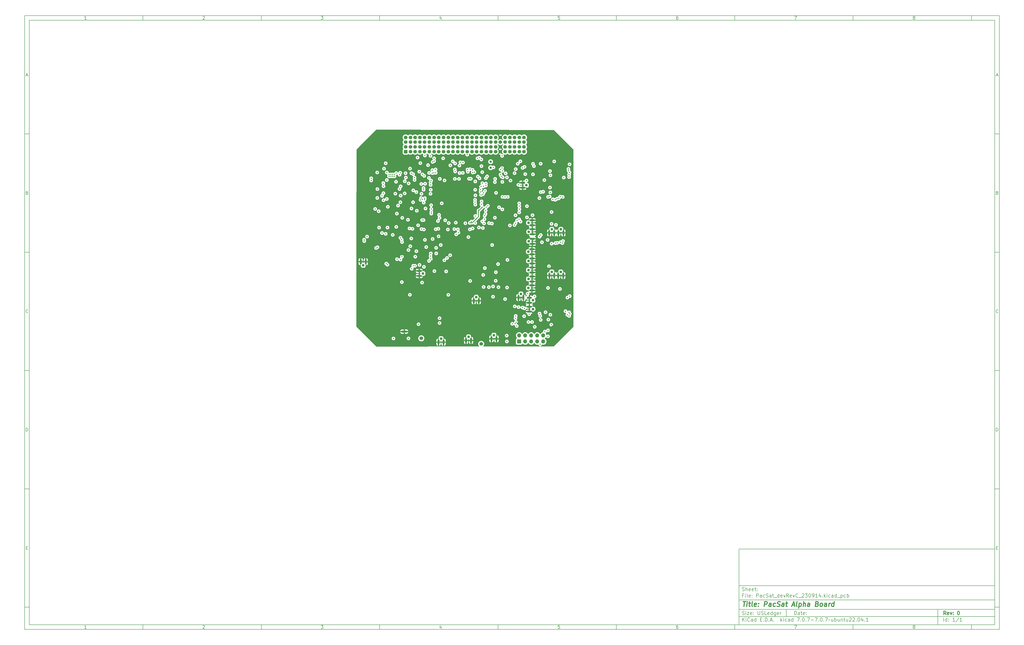
<source format=gbr>
%TF.GenerationSoftware,KiCad,Pcbnew,7.0.7-7.0.7~ubuntu22.04.1*%
%TF.CreationDate,2023-09-14T20:21:39-05:00*%
%TF.ProjectId,PacSat_devRevC_230914,50616353-6174-45f6-9465-76526576435f,0*%
%TF.SameCoordinates,Original*%
%TF.FileFunction,Copper,L2,Inr*%
%TF.FilePolarity,Positive*%
%FSLAX46Y46*%
G04 Gerber Fmt 4.6, Leading zero omitted, Abs format (unit mm)*
G04 Created by KiCad (PCBNEW 7.0.7-7.0.7~ubuntu22.04.1) date 2023-09-14 20:21:39*
%MOMM*%
%LPD*%
G01*
G04 APERTURE LIST*
G04 Aperture macros list*
%AMRoundRect*
0 Rectangle with rounded corners*
0 $1 Rounding radius*
0 $2 $3 $4 $5 $6 $7 $8 $9 X,Y pos of 4 corners*
0 Add a 4 corners polygon primitive as box body*
4,1,4,$2,$3,$4,$5,$6,$7,$8,$9,$2,$3,0*
0 Add four circle primitives for the rounded corners*
1,1,$1+$1,$2,$3*
1,1,$1+$1,$4,$5*
1,1,$1+$1,$6,$7*
1,1,$1+$1,$8,$9*
0 Add four rect primitives between the rounded corners*
20,1,$1+$1,$2,$3,$4,$5,0*
20,1,$1+$1,$4,$5,$6,$7,0*
20,1,$1+$1,$6,$7,$8,$9,0*
20,1,$1+$1,$8,$9,$2,$3,0*%
G04 Aperture macros list end*
%ADD10C,0.100000*%
%ADD11C,0.150000*%
%ADD12C,0.300000*%
%ADD13C,0.400000*%
%TA.AperFunction,ComponentPad*%
%ADD14C,1.524000*%
%TD*%
%TA.AperFunction,ComponentPad*%
%ADD15C,6.350000*%
%TD*%
%TA.AperFunction,ComponentPad*%
%ADD16RoundRect,0.290840X-0.471160X-0.471160X0.471160X-0.471160X0.471160X0.471160X-0.471160X0.471160X0*%
%TD*%
%TA.AperFunction,ComponentPad*%
%ADD17C,1.016000*%
%TD*%
%TA.AperFunction,ComponentPad*%
%ADD18O,2.540000X0.889000*%
%TD*%
%TA.AperFunction,ComponentPad*%
%ADD19C,1.000000*%
%TD*%
%TA.AperFunction,ComponentPad*%
%ADD20R,1.700000X1.700000*%
%TD*%
%TA.AperFunction,ComponentPad*%
%ADD21O,1.700000X1.700000*%
%TD*%
%TA.AperFunction,ComponentPad*%
%ADD22RoundRect,0.254000X0.254000X-0.254000X0.254000X0.254000X-0.254000X0.254000X-0.254000X-0.254000X0*%
%TD*%
%TA.AperFunction,ComponentPad*%
%ADD23RoundRect,0.200000X0.200000X-0.800000X0.200000X0.800000X-0.200000X0.800000X-0.200000X-0.800000X0*%
%TD*%
%TA.AperFunction,ComponentPad*%
%ADD24RoundRect,0.254000X0.254000X0.254000X-0.254000X0.254000X-0.254000X-0.254000X0.254000X-0.254000X0*%
%TD*%
%TA.AperFunction,ComponentPad*%
%ADD25RoundRect,0.200000X0.800000X0.200000X-0.800000X0.200000X-0.800000X-0.200000X0.800000X-0.200000X0*%
%TD*%
%TA.AperFunction,ComponentPad*%
%ADD26RoundRect,0.254000X-0.254000X0.254000X-0.254000X-0.254000X0.254000X-0.254000X0.254000X0.254000X0*%
%TD*%
%TA.AperFunction,ComponentPad*%
%ADD27RoundRect,0.200000X-0.200000X0.800000X-0.200000X-0.800000X0.200000X-0.800000X0.200000X0.800000X0*%
%TD*%
%TA.AperFunction,ComponentPad*%
%ADD28RoundRect,0.254000X-0.254000X-0.254000X0.254000X-0.254000X0.254000X0.254000X-0.254000X0.254000X0*%
%TD*%
%TA.AperFunction,ComponentPad*%
%ADD29RoundRect,0.200000X-0.800000X-0.200000X0.800000X-0.200000X0.800000X0.200000X-0.800000X0.200000X0*%
%TD*%
%TA.AperFunction,ViaPad*%
%ADD30C,0.508000*%
%TD*%
%TA.AperFunction,Conductor*%
%ADD31C,0.203200*%
%TD*%
%TA.AperFunction,Conductor*%
%ADD32C,0.330200*%
%TD*%
%TA.AperFunction,Conductor*%
%ADD33C,0.152400*%
%TD*%
%TA.AperFunction,Conductor*%
%ADD34C,0.381000*%
%TD*%
%TA.AperFunction,Conductor*%
%ADD35C,0.304800*%
%TD*%
G04 APERTURE END LIST*
D10*
D11*
X311800000Y-235400000D02*
X419800000Y-235400000D01*
X419800000Y-267400000D01*
X311800000Y-267400000D01*
X311800000Y-235400000D01*
D10*
D11*
X10000000Y-10000000D02*
X421800000Y-10000000D01*
X421800000Y-269400000D01*
X10000000Y-269400000D01*
X10000000Y-10000000D01*
D10*
D11*
X12000000Y-12000000D02*
X419800000Y-12000000D01*
X419800000Y-267400000D01*
X12000000Y-267400000D01*
X12000000Y-12000000D01*
D10*
D11*
X60000000Y-12000000D02*
X60000000Y-10000000D01*
D10*
D11*
X110000000Y-12000000D02*
X110000000Y-10000000D01*
D10*
D11*
X160000000Y-12000000D02*
X160000000Y-10000000D01*
D10*
D11*
X210000000Y-12000000D02*
X210000000Y-10000000D01*
D10*
D11*
X260000000Y-12000000D02*
X260000000Y-10000000D01*
D10*
D11*
X310000000Y-12000000D02*
X310000000Y-10000000D01*
D10*
D11*
X360000000Y-12000000D02*
X360000000Y-10000000D01*
D10*
D11*
X410000000Y-12000000D02*
X410000000Y-10000000D01*
D10*
D11*
X36089160Y-11593604D02*
X35346303Y-11593604D01*
X35717731Y-11593604D02*
X35717731Y-10293604D01*
X35717731Y-10293604D02*
X35593922Y-10479319D01*
X35593922Y-10479319D02*
X35470112Y-10603128D01*
X35470112Y-10603128D02*
X35346303Y-10665033D01*
D10*
D11*
X85346303Y-10417414D02*
X85408207Y-10355509D01*
X85408207Y-10355509D02*
X85532017Y-10293604D01*
X85532017Y-10293604D02*
X85841541Y-10293604D01*
X85841541Y-10293604D02*
X85965350Y-10355509D01*
X85965350Y-10355509D02*
X86027255Y-10417414D01*
X86027255Y-10417414D02*
X86089160Y-10541223D01*
X86089160Y-10541223D02*
X86089160Y-10665033D01*
X86089160Y-10665033D02*
X86027255Y-10850747D01*
X86027255Y-10850747D02*
X85284398Y-11593604D01*
X85284398Y-11593604D02*
X86089160Y-11593604D01*
D10*
D11*
X135284398Y-10293604D02*
X136089160Y-10293604D01*
X136089160Y-10293604D02*
X135655826Y-10788842D01*
X135655826Y-10788842D02*
X135841541Y-10788842D01*
X135841541Y-10788842D02*
X135965350Y-10850747D01*
X135965350Y-10850747D02*
X136027255Y-10912652D01*
X136027255Y-10912652D02*
X136089160Y-11036461D01*
X136089160Y-11036461D02*
X136089160Y-11345985D01*
X136089160Y-11345985D02*
X136027255Y-11469795D01*
X136027255Y-11469795D02*
X135965350Y-11531700D01*
X135965350Y-11531700D02*
X135841541Y-11593604D01*
X135841541Y-11593604D02*
X135470112Y-11593604D01*
X135470112Y-11593604D02*
X135346303Y-11531700D01*
X135346303Y-11531700D02*
X135284398Y-11469795D01*
D10*
D11*
X185965350Y-10726938D02*
X185965350Y-11593604D01*
X185655826Y-10231700D02*
X185346303Y-11160271D01*
X185346303Y-11160271D02*
X186151064Y-11160271D01*
D10*
D11*
X236027255Y-10293604D02*
X235408207Y-10293604D01*
X235408207Y-10293604D02*
X235346303Y-10912652D01*
X235346303Y-10912652D02*
X235408207Y-10850747D01*
X235408207Y-10850747D02*
X235532017Y-10788842D01*
X235532017Y-10788842D02*
X235841541Y-10788842D01*
X235841541Y-10788842D02*
X235965350Y-10850747D01*
X235965350Y-10850747D02*
X236027255Y-10912652D01*
X236027255Y-10912652D02*
X236089160Y-11036461D01*
X236089160Y-11036461D02*
X236089160Y-11345985D01*
X236089160Y-11345985D02*
X236027255Y-11469795D01*
X236027255Y-11469795D02*
X235965350Y-11531700D01*
X235965350Y-11531700D02*
X235841541Y-11593604D01*
X235841541Y-11593604D02*
X235532017Y-11593604D01*
X235532017Y-11593604D02*
X235408207Y-11531700D01*
X235408207Y-11531700D02*
X235346303Y-11469795D01*
D10*
D11*
X285965350Y-10293604D02*
X285717731Y-10293604D01*
X285717731Y-10293604D02*
X285593922Y-10355509D01*
X285593922Y-10355509D02*
X285532017Y-10417414D01*
X285532017Y-10417414D02*
X285408207Y-10603128D01*
X285408207Y-10603128D02*
X285346303Y-10850747D01*
X285346303Y-10850747D02*
X285346303Y-11345985D01*
X285346303Y-11345985D02*
X285408207Y-11469795D01*
X285408207Y-11469795D02*
X285470112Y-11531700D01*
X285470112Y-11531700D02*
X285593922Y-11593604D01*
X285593922Y-11593604D02*
X285841541Y-11593604D01*
X285841541Y-11593604D02*
X285965350Y-11531700D01*
X285965350Y-11531700D02*
X286027255Y-11469795D01*
X286027255Y-11469795D02*
X286089160Y-11345985D01*
X286089160Y-11345985D02*
X286089160Y-11036461D01*
X286089160Y-11036461D02*
X286027255Y-10912652D01*
X286027255Y-10912652D02*
X285965350Y-10850747D01*
X285965350Y-10850747D02*
X285841541Y-10788842D01*
X285841541Y-10788842D02*
X285593922Y-10788842D01*
X285593922Y-10788842D02*
X285470112Y-10850747D01*
X285470112Y-10850747D02*
X285408207Y-10912652D01*
X285408207Y-10912652D02*
X285346303Y-11036461D01*
D10*
D11*
X335284398Y-10293604D02*
X336151064Y-10293604D01*
X336151064Y-10293604D02*
X335593922Y-11593604D01*
D10*
D11*
X385593922Y-10850747D02*
X385470112Y-10788842D01*
X385470112Y-10788842D02*
X385408207Y-10726938D01*
X385408207Y-10726938D02*
X385346303Y-10603128D01*
X385346303Y-10603128D02*
X385346303Y-10541223D01*
X385346303Y-10541223D02*
X385408207Y-10417414D01*
X385408207Y-10417414D02*
X385470112Y-10355509D01*
X385470112Y-10355509D02*
X385593922Y-10293604D01*
X385593922Y-10293604D02*
X385841541Y-10293604D01*
X385841541Y-10293604D02*
X385965350Y-10355509D01*
X385965350Y-10355509D02*
X386027255Y-10417414D01*
X386027255Y-10417414D02*
X386089160Y-10541223D01*
X386089160Y-10541223D02*
X386089160Y-10603128D01*
X386089160Y-10603128D02*
X386027255Y-10726938D01*
X386027255Y-10726938D02*
X385965350Y-10788842D01*
X385965350Y-10788842D02*
X385841541Y-10850747D01*
X385841541Y-10850747D02*
X385593922Y-10850747D01*
X385593922Y-10850747D02*
X385470112Y-10912652D01*
X385470112Y-10912652D02*
X385408207Y-10974557D01*
X385408207Y-10974557D02*
X385346303Y-11098366D01*
X385346303Y-11098366D02*
X385346303Y-11345985D01*
X385346303Y-11345985D02*
X385408207Y-11469795D01*
X385408207Y-11469795D02*
X385470112Y-11531700D01*
X385470112Y-11531700D02*
X385593922Y-11593604D01*
X385593922Y-11593604D02*
X385841541Y-11593604D01*
X385841541Y-11593604D02*
X385965350Y-11531700D01*
X385965350Y-11531700D02*
X386027255Y-11469795D01*
X386027255Y-11469795D02*
X386089160Y-11345985D01*
X386089160Y-11345985D02*
X386089160Y-11098366D01*
X386089160Y-11098366D02*
X386027255Y-10974557D01*
X386027255Y-10974557D02*
X385965350Y-10912652D01*
X385965350Y-10912652D02*
X385841541Y-10850747D01*
D10*
D11*
X60000000Y-267400000D02*
X60000000Y-269400000D01*
D10*
D11*
X110000000Y-267400000D02*
X110000000Y-269400000D01*
D10*
D11*
X160000000Y-267400000D02*
X160000000Y-269400000D01*
D10*
D11*
X210000000Y-267400000D02*
X210000000Y-269400000D01*
D10*
D11*
X260000000Y-267400000D02*
X260000000Y-269400000D01*
D10*
D11*
X310000000Y-267400000D02*
X310000000Y-269400000D01*
D10*
D11*
X360000000Y-267400000D02*
X360000000Y-269400000D01*
D10*
D11*
X410000000Y-267400000D02*
X410000000Y-269400000D01*
D10*
D11*
X36089160Y-268993604D02*
X35346303Y-268993604D01*
X35717731Y-268993604D02*
X35717731Y-267693604D01*
X35717731Y-267693604D02*
X35593922Y-267879319D01*
X35593922Y-267879319D02*
X35470112Y-268003128D01*
X35470112Y-268003128D02*
X35346303Y-268065033D01*
D10*
D11*
X85346303Y-267817414D02*
X85408207Y-267755509D01*
X85408207Y-267755509D02*
X85532017Y-267693604D01*
X85532017Y-267693604D02*
X85841541Y-267693604D01*
X85841541Y-267693604D02*
X85965350Y-267755509D01*
X85965350Y-267755509D02*
X86027255Y-267817414D01*
X86027255Y-267817414D02*
X86089160Y-267941223D01*
X86089160Y-267941223D02*
X86089160Y-268065033D01*
X86089160Y-268065033D02*
X86027255Y-268250747D01*
X86027255Y-268250747D02*
X85284398Y-268993604D01*
X85284398Y-268993604D02*
X86089160Y-268993604D01*
D10*
D11*
X135284398Y-267693604D02*
X136089160Y-267693604D01*
X136089160Y-267693604D02*
X135655826Y-268188842D01*
X135655826Y-268188842D02*
X135841541Y-268188842D01*
X135841541Y-268188842D02*
X135965350Y-268250747D01*
X135965350Y-268250747D02*
X136027255Y-268312652D01*
X136027255Y-268312652D02*
X136089160Y-268436461D01*
X136089160Y-268436461D02*
X136089160Y-268745985D01*
X136089160Y-268745985D02*
X136027255Y-268869795D01*
X136027255Y-268869795D02*
X135965350Y-268931700D01*
X135965350Y-268931700D02*
X135841541Y-268993604D01*
X135841541Y-268993604D02*
X135470112Y-268993604D01*
X135470112Y-268993604D02*
X135346303Y-268931700D01*
X135346303Y-268931700D02*
X135284398Y-268869795D01*
D10*
D11*
X185965350Y-268126938D02*
X185965350Y-268993604D01*
X185655826Y-267631700D02*
X185346303Y-268560271D01*
X185346303Y-268560271D02*
X186151064Y-268560271D01*
D10*
D11*
X236027255Y-267693604D02*
X235408207Y-267693604D01*
X235408207Y-267693604D02*
X235346303Y-268312652D01*
X235346303Y-268312652D02*
X235408207Y-268250747D01*
X235408207Y-268250747D02*
X235532017Y-268188842D01*
X235532017Y-268188842D02*
X235841541Y-268188842D01*
X235841541Y-268188842D02*
X235965350Y-268250747D01*
X235965350Y-268250747D02*
X236027255Y-268312652D01*
X236027255Y-268312652D02*
X236089160Y-268436461D01*
X236089160Y-268436461D02*
X236089160Y-268745985D01*
X236089160Y-268745985D02*
X236027255Y-268869795D01*
X236027255Y-268869795D02*
X235965350Y-268931700D01*
X235965350Y-268931700D02*
X235841541Y-268993604D01*
X235841541Y-268993604D02*
X235532017Y-268993604D01*
X235532017Y-268993604D02*
X235408207Y-268931700D01*
X235408207Y-268931700D02*
X235346303Y-268869795D01*
D10*
D11*
X285965350Y-267693604D02*
X285717731Y-267693604D01*
X285717731Y-267693604D02*
X285593922Y-267755509D01*
X285593922Y-267755509D02*
X285532017Y-267817414D01*
X285532017Y-267817414D02*
X285408207Y-268003128D01*
X285408207Y-268003128D02*
X285346303Y-268250747D01*
X285346303Y-268250747D02*
X285346303Y-268745985D01*
X285346303Y-268745985D02*
X285408207Y-268869795D01*
X285408207Y-268869795D02*
X285470112Y-268931700D01*
X285470112Y-268931700D02*
X285593922Y-268993604D01*
X285593922Y-268993604D02*
X285841541Y-268993604D01*
X285841541Y-268993604D02*
X285965350Y-268931700D01*
X285965350Y-268931700D02*
X286027255Y-268869795D01*
X286027255Y-268869795D02*
X286089160Y-268745985D01*
X286089160Y-268745985D02*
X286089160Y-268436461D01*
X286089160Y-268436461D02*
X286027255Y-268312652D01*
X286027255Y-268312652D02*
X285965350Y-268250747D01*
X285965350Y-268250747D02*
X285841541Y-268188842D01*
X285841541Y-268188842D02*
X285593922Y-268188842D01*
X285593922Y-268188842D02*
X285470112Y-268250747D01*
X285470112Y-268250747D02*
X285408207Y-268312652D01*
X285408207Y-268312652D02*
X285346303Y-268436461D01*
D10*
D11*
X335284398Y-267693604D02*
X336151064Y-267693604D01*
X336151064Y-267693604D02*
X335593922Y-268993604D01*
D10*
D11*
X385593922Y-268250747D02*
X385470112Y-268188842D01*
X385470112Y-268188842D02*
X385408207Y-268126938D01*
X385408207Y-268126938D02*
X385346303Y-268003128D01*
X385346303Y-268003128D02*
X385346303Y-267941223D01*
X385346303Y-267941223D02*
X385408207Y-267817414D01*
X385408207Y-267817414D02*
X385470112Y-267755509D01*
X385470112Y-267755509D02*
X385593922Y-267693604D01*
X385593922Y-267693604D02*
X385841541Y-267693604D01*
X385841541Y-267693604D02*
X385965350Y-267755509D01*
X385965350Y-267755509D02*
X386027255Y-267817414D01*
X386027255Y-267817414D02*
X386089160Y-267941223D01*
X386089160Y-267941223D02*
X386089160Y-268003128D01*
X386089160Y-268003128D02*
X386027255Y-268126938D01*
X386027255Y-268126938D02*
X385965350Y-268188842D01*
X385965350Y-268188842D02*
X385841541Y-268250747D01*
X385841541Y-268250747D02*
X385593922Y-268250747D01*
X385593922Y-268250747D02*
X385470112Y-268312652D01*
X385470112Y-268312652D02*
X385408207Y-268374557D01*
X385408207Y-268374557D02*
X385346303Y-268498366D01*
X385346303Y-268498366D02*
X385346303Y-268745985D01*
X385346303Y-268745985D02*
X385408207Y-268869795D01*
X385408207Y-268869795D02*
X385470112Y-268931700D01*
X385470112Y-268931700D02*
X385593922Y-268993604D01*
X385593922Y-268993604D02*
X385841541Y-268993604D01*
X385841541Y-268993604D02*
X385965350Y-268931700D01*
X385965350Y-268931700D02*
X386027255Y-268869795D01*
X386027255Y-268869795D02*
X386089160Y-268745985D01*
X386089160Y-268745985D02*
X386089160Y-268498366D01*
X386089160Y-268498366D02*
X386027255Y-268374557D01*
X386027255Y-268374557D02*
X385965350Y-268312652D01*
X385965350Y-268312652D02*
X385841541Y-268250747D01*
D10*
D11*
X10000000Y-60000000D02*
X12000000Y-60000000D01*
D10*
D11*
X10000000Y-110000000D02*
X12000000Y-110000000D01*
D10*
D11*
X10000000Y-160000000D02*
X12000000Y-160000000D01*
D10*
D11*
X10000000Y-210000000D02*
X12000000Y-210000000D01*
D10*
D11*
X10000000Y-260000000D02*
X12000000Y-260000000D01*
D10*
D11*
X10690476Y-35222176D02*
X11309523Y-35222176D01*
X10566666Y-35593604D02*
X10999999Y-34293604D01*
X10999999Y-34293604D02*
X11433333Y-35593604D01*
D10*
D11*
X11092857Y-84912652D02*
X11278571Y-84974557D01*
X11278571Y-84974557D02*
X11340476Y-85036461D01*
X11340476Y-85036461D02*
X11402380Y-85160271D01*
X11402380Y-85160271D02*
X11402380Y-85345985D01*
X11402380Y-85345985D02*
X11340476Y-85469795D01*
X11340476Y-85469795D02*
X11278571Y-85531700D01*
X11278571Y-85531700D02*
X11154761Y-85593604D01*
X11154761Y-85593604D02*
X10659523Y-85593604D01*
X10659523Y-85593604D02*
X10659523Y-84293604D01*
X10659523Y-84293604D02*
X11092857Y-84293604D01*
X11092857Y-84293604D02*
X11216666Y-84355509D01*
X11216666Y-84355509D02*
X11278571Y-84417414D01*
X11278571Y-84417414D02*
X11340476Y-84541223D01*
X11340476Y-84541223D02*
X11340476Y-84665033D01*
X11340476Y-84665033D02*
X11278571Y-84788842D01*
X11278571Y-84788842D02*
X11216666Y-84850747D01*
X11216666Y-84850747D02*
X11092857Y-84912652D01*
X11092857Y-84912652D02*
X10659523Y-84912652D01*
D10*
D11*
X11402380Y-135469795D02*
X11340476Y-135531700D01*
X11340476Y-135531700D02*
X11154761Y-135593604D01*
X11154761Y-135593604D02*
X11030952Y-135593604D01*
X11030952Y-135593604D02*
X10845238Y-135531700D01*
X10845238Y-135531700D02*
X10721428Y-135407890D01*
X10721428Y-135407890D02*
X10659523Y-135284080D01*
X10659523Y-135284080D02*
X10597619Y-135036461D01*
X10597619Y-135036461D02*
X10597619Y-134850747D01*
X10597619Y-134850747D02*
X10659523Y-134603128D01*
X10659523Y-134603128D02*
X10721428Y-134479319D01*
X10721428Y-134479319D02*
X10845238Y-134355509D01*
X10845238Y-134355509D02*
X11030952Y-134293604D01*
X11030952Y-134293604D02*
X11154761Y-134293604D01*
X11154761Y-134293604D02*
X11340476Y-134355509D01*
X11340476Y-134355509D02*
X11402380Y-134417414D01*
D10*
D11*
X10659523Y-185593604D02*
X10659523Y-184293604D01*
X10659523Y-184293604D02*
X10969047Y-184293604D01*
X10969047Y-184293604D02*
X11154761Y-184355509D01*
X11154761Y-184355509D02*
X11278571Y-184479319D01*
X11278571Y-184479319D02*
X11340476Y-184603128D01*
X11340476Y-184603128D02*
X11402380Y-184850747D01*
X11402380Y-184850747D02*
X11402380Y-185036461D01*
X11402380Y-185036461D02*
X11340476Y-185284080D01*
X11340476Y-185284080D02*
X11278571Y-185407890D01*
X11278571Y-185407890D02*
X11154761Y-185531700D01*
X11154761Y-185531700D02*
X10969047Y-185593604D01*
X10969047Y-185593604D02*
X10659523Y-185593604D01*
D10*
D11*
X10721428Y-234912652D02*
X11154762Y-234912652D01*
X11340476Y-235593604D02*
X10721428Y-235593604D01*
X10721428Y-235593604D02*
X10721428Y-234293604D01*
X10721428Y-234293604D02*
X11340476Y-234293604D01*
D10*
D11*
X421800000Y-60000000D02*
X419800000Y-60000000D01*
D10*
D11*
X421800000Y-110000000D02*
X419800000Y-110000000D01*
D10*
D11*
X421800000Y-160000000D02*
X419800000Y-160000000D01*
D10*
D11*
X421800000Y-210000000D02*
X419800000Y-210000000D01*
D10*
D11*
X421800000Y-260000000D02*
X419800000Y-260000000D01*
D10*
D11*
X420490476Y-35222176D02*
X421109523Y-35222176D01*
X420366666Y-35593604D02*
X420799999Y-34293604D01*
X420799999Y-34293604D02*
X421233333Y-35593604D01*
D10*
D11*
X420892857Y-84912652D02*
X421078571Y-84974557D01*
X421078571Y-84974557D02*
X421140476Y-85036461D01*
X421140476Y-85036461D02*
X421202380Y-85160271D01*
X421202380Y-85160271D02*
X421202380Y-85345985D01*
X421202380Y-85345985D02*
X421140476Y-85469795D01*
X421140476Y-85469795D02*
X421078571Y-85531700D01*
X421078571Y-85531700D02*
X420954761Y-85593604D01*
X420954761Y-85593604D02*
X420459523Y-85593604D01*
X420459523Y-85593604D02*
X420459523Y-84293604D01*
X420459523Y-84293604D02*
X420892857Y-84293604D01*
X420892857Y-84293604D02*
X421016666Y-84355509D01*
X421016666Y-84355509D02*
X421078571Y-84417414D01*
X421078571Y-84417414D02*
X421140476Y-84541223D01*
X421140476Y-84541223D02*
X421140476Y-84665033D01*
X421140476Y-84665033D02*
X421078571Y-84788842D01*
X421078571Y-84788842D02*
X421016666Y-84850747D01*
X421016666Y-84850747D02*
X420892857Y-84912652D01*
X420892857Y-84912652D02*
X420459523Y-84912652D01*
D10*
D11*
X421202380Y-135469795D02*
X421140476Y-135531700D01*
X421140476Y-135531700D02*
X420954761Y-135593604D01*
X420954761Y-135593604D02*
X420830952Y-135593604D01*
X420830952Y-135593604D02*
X420645238Y-135531700D01*
X420645238Y-135531700D02*
X420521428Y-135407890D01*
X420521428Y-135407890D02*
X420459523Y-135284080D01*
X420459523Y-135284080D02*
X420397619Y-135036461D01*
X420397619Y-135036461D02*
X420397619Y-134850747D01*
X420397619Y-134850747D02*
X420459523Y-134603128D01*
X420459523Y-134603128D02*
X420521428Y-134479319D01*
X420521428Y-134479319D02*
X420645238Y-134355509D01*
X420645238Y-134355509D02*
X420830952Y-134293604D01*
X420830952Y-134293604D02*
X420954761Y-134293604D01*
X420954761Y-134293604D02*
X421140476Y-134355509D01*
X421140476Y-134355509D02*
X421202380Y-134417414D01*
D10*
D11*
X420459523Y-185593604D02*
X420459523Y-184293604D01*
X420459523Y-184293604D02*
X420769047Y-184293604D01*
X420769047Y-184293604D02*
X420954761Y-184355509D01*
X420954761Y-184355509D02*
X421078571Y-184479319D01*
X421078571Y-184479319D02*
X421140476Y-184603128D01*
X421140476Y-184603128D02*
X421202380Y-184850747D01*
X421202380Y-184850747D02*
X421202380Y-185036461D01*
X421202380Y-185036461D02*
X421140476Y-185284080D01*
X421140476Y-185284080D02*
X421078571Y-185407890D01*
X421078571Y-185407890D02*
X420954761Y-185531700D01*
X420954761Y-185531700D02*
X420769047Y-185593604D01*
X420769047Y-185593604D02*
X420459523Y-185593604D01*
D10*
D11*
X420521428Y-234912652D02*
X420954762Y-234912652D01*
X421140476Y-235593604D02*
X420521428Y-235593604D01*
X420521428Y-235593604D02*
X420521428Y-234293604D01*
X420521428Y-234293604D02*
X421140476Y-234293604D01*
D10*
D11*
X335255826Y-263186128D02*
X335255826Y-261686128D01*
X335255826Y-261686128D02*
X335612969Y-261686128D01*
X335612969Y-261686128D02*
X335827255Y-261757557D01*
X335827255Y-261757557D02*
X335970112Y-261900414D01*
X335970112Y-261900414D02*
X336041541Y-262043271D01*
X336041541Y-262043271D02*
X336112969Y-262328985D01*
X336112969Y-262328985D02*
X336112969Y-262543271D01*
X336112969Y-262543271D02*
X336041541Y-262828985D01*
X336041541Y-262828985D02*
X335970112Y-262971842D01*
X335970112Y-262971842D02*
X335827255Y-263114700D01*
X335827255Y-263114700D02*
X335612969Y-263186128D01*
X335612969Y-263186128D02*
X335255826Y-263186128D01*
X337398684Y-263186128D02*
X337398684Y-262400414D01*
X337398684Y-262400414D02*
X337327255Y-262257557D01*
X337327255Y-262257557D02*
X337184398Y-262186128D01*
X337184398Y-262186128D02*
X336898684Y-262186128D01*
X336898684Y-262186128D02*
X336755826Y-262257557D01*
X337398684Y-263114700D02*
X337255826Y-263186128D01*
X337255826Y-263186128D02*
X336898684Y-263186128D01*
X336898684Y-263186128D02*
X336755826Y-263114700D01*
X336755826Y-263114700D02*
X336684398Y-262971842D01*
X336684398Y-262971842D02*
X336684398Y-262828985D01*
X336684398Y-262828985D02*
X336755826Y-262686128D01*
X336755826Y-262686128D02*
X336898684Y-262614700D01*
X336898684Y-262614700D02*
X337255826Y-262614700D01*
X337255826Y-262614700D02*
X337398684Y-262543271D01*
X337898684Y-262186128D02*
X338470112Y-262186128D01*
X338112969Y-261686128D02*
X338112969Y-262971842D01*
X338112969Y-262971842D02*
X338184398Y-263114700D01*
X338184398Y-263114700D02*
X338327255Y-263186128D01*
X338327255Y-263186128D02*
X338470112Y-263186128D01*
X339541541Y-263114700D02*
X339398684Y-263186128D01*
X339398684Y-263186128D02*
X339112970Y-263186128D01*
X339112970Y-263186128D02*
X338970112Y-263114700D01*
X338970112Y-263114700D02*
X338898684Y-262971842D01*
X338898684Y-262971842D02*
X338898684Y-262400414D01*
X338898684Y-262400414D02*
X338970112Y-262257557D01*
X338970112Y-262257557D02*
X339112970Y-262186128D01*
X339112970Y-262186128D02*
X339398684Y-262186128D01*
X339398684Y-262186128D02*
X339541541Y-262257557D01*
X339541541Y-262257557D02*
X339612970Y-262400414D01*
X339612970Y-262400414D02*
X339612970Y-262543271D01*
X339612970Y-262543271D02*
X338898684Y-262686128D01*
X340255826Y-263043271D02*
X340327255Y-263114700D01*
X340327255Y-263114700D02*
X340255826Y-263186128D01*
X340255826Y-263186128D02*
X340184398Y-263114700D01*
X340184398Y-263114700D02*
X340255826Y-263043271D01*
X340255826Y-263043271D02*
X340255826Y-263186128D01*
X340255826Y-262257557D02*
X340327255Y-262328985D01*
X340327255Y-262328985D02*
X340255826Y-262400414D01*
X340255826Y-262400414D02*
X340184398Y-262328985D01*
X340184398Y-262328985D02*
X340255826Y-262257557D01*
X340255826Y-262257557D02*
X340255826Y-262400414D01*
D10*
D11*
X311800000Y-263900000D02*
X419800000Y-263900000D01*
D10*
D11*
X313255826Y-265986128D02*
X313255826Y-264486128D01*
X314112969Y-265986128D02*
X313470112Y-265128985D01*
X314112969Y-264486128D02*
X313255826Y-265343271D01*
X314755826Y-265986128D02*
X314755826Y-264986128D01*
X314755826Y-264486128D02*
X314684398Y-264557557D01*
X314684398Y-264557557D02*
X314755826Y-264628985D01*
X314755826Y-264628985D02*
X314827255Y-264557557D01*
X314827255Y-264557557D02*
X314755826Y-264486128D01*
X314755826Y-264486128D02*
X314755826Y-264628985D01*
X316327255Y-265843271D02*
X316255827Y-265914700D01*
X316255827Y-265914700D02*
X316041541Y-265986128D01*
X316041541Y-265986128D02*
X315898684Y-265986128D01*
X315898684Y-265986128D02*
X315684398Y-265914700D01*
X315684398Y-265914700D02*
X315541541Y-265771842D01*
X315541541Y-265771842D02*
X315470112Y-265628985D01*
X315470112Y-265628985D02*
X315398684Y-265343271D01*
X315398684Y-265343271D02*
X315398684Y-265128985D01*
X315398684Y-265128985D02*
X315470112Y-264843271D01*
X315470112Y-264843271D02*
X315541541Y-264700414D01*
X315541541Y-264700414D02*
X315684398Y-264557557D01*
X315684398Y-264557557D02*
X315898684Y-264486128D01*
X315898684Y-264486128D02*
X316041541Y-264486128D01*
X316041541Y-264486128D02*
X316255827Y-264557557D01*
X316255827Y-264557557D02*
X316327255Y-264628985D01*
X317612970Y-265986128D02*
X317612970Y-265200414D01*
X317612970Y-265200414D02*
X317541541Y-265057557D01*
X317541541Y-265057557D02*
X317398684Y-264986128D01*
X317398684Y-264986128D02*
X317112970Y-264986128D01*
X317112970Y-264986128D02*
X316970112Y-265057557D01*
X317612970Y-265914700D02*
X317470112Y-265986128D01*
X317470112Y-265986128D02*
X317112970Y-265986128D01*
X317112970Y-265986128D02*
X316970112Y-265914700D01*
X316970112Y-265914700D02*
X316898684Y-265771842D01*
X316898684Y-265771842D02*
X316898684Y-265628985D01*
X316898684Y-265628985D02*
X316970112Y-265486128D01*
X316970112Y-265486128D02*
X317112970Y-265414700D01*
X317112970Y-265414700D02*
X317470112Y-265414700D01*
X317470112Y-265414700D02*
X317612970Y-265343271D01*
X318970113Y-265986128D02*
X318970113Y-264486128D01*
X318970113Y-265914700D02*
X318827255Y-265986128D01*
X318827255Y-265986128D02*
X318541541Y-265986128D01*
X318541541Y-265986128D02*
X318398684Y-265914700D01*
X318398684Y-265914700D02*
X318327255Y-265843271D01*
X318327255Y-265843271D02*
X318255827Y-265700414D01*
X318255827Y-265700414D02*
X318255827Y-265271842D01*
X318255827Y-265271842D02*
X318327255Y-265128985D01*
X318327255Y-265128985D02*
X318398684Y-265057557D01*
X318398684Y-265057557D02*
X318541541Y-264986128D01*
X318541541Y-264986128D02*
X318827255Y-264986128D01*
X318827255Y-264986128D02*
X318970113Y-265057557D01*
X320827255Y-265200414D02*
X321327255Y-265200414D01*
X321541541Y-265986128D02*
X320827255Y-265986128D01*
X320827255Y-265986128D02*
X320827255Y-264486128D01*
X320827255Y-264486128D02*
X321541541Y-264486128D01*
X322184398Y-265843271D02*
X322255827Y-265914700D01*
X322255827Y-265914700D02*
X322184398Y-265986128D01*
X322184398Y-265986128D02*
X322112970Y-265914700D01*
X322112970Y-265914700D02*
X322184398Y-265843271D01*
X322184398Y-265843271D02*
X322184398Y-265986128D01*
X322898684Y-265986128D02*
X322898684Y-264486128D01*
X322898684Y-264486128D02*
X323255827Y-264486128D01*
X323255827Y-264486128D02*
X323470113Y-264557557D01*
X323470113Y-264557557D02*
X323612970Y-264700414D01*
X323612970Y-264700414D02*
X323684399Y-264843271D01*
X323684399Y-264843271D02*
X323755827Y-265128985D01*
X323755827Y-265128985D02*
X323755827Y-265343271D01*
X323755827Y-265343271D02*
X323684399Y-265628985D01*
X323684399Y-265628985D02*
X323612970Y-265771842D01*
X323612970Y-265771842D02*
X323470113Y-265914700D01*
X323470113Y-265914700D02*
X323255827Y-265986128D01*
X323255827Y-265986128D02*
X322898684Y-265986128D01*
X324398684Y-265843271D02*
X324470113Y-265914700D01*
X324470113Y-265914700D02*
X324398684Y-265986128D01*
X324398684Y-265986128D02*
X324327256Y-265914700D01*
X324327256Y-265914700D02*
X324398684Y-265843271D01*
X324398684Y-265843271D02*
X324398684Y-265986128D01*
X325041542Y-265557557D02*
X325755828Y-265557557D01*
X324898685Y-265986128D02*
X325398685Y-264486128D01*
X325398685Y-264486128D02*
X325898685Y-265986128D01*
X326398684Y-265843271D02*
X326470113Y-265914700D01*
X326470113Y-265914700D02*
X326398684Y-265986128D01*
X326398684Y-265986128D02*
X326327256Y-265914700D01*
X326327256Y-265914700D02*
X326398684Y-265843271D01*
X326398684Y-265843271D02*
X326398684Y-265986128D01*
X329398684Y-265986128D02*
X329398684Y-264486128D01*
X329541542Y-265414700D02*
X329970113Y-265986128D01*
X329970113Y-264986128D02*
X329398684Y-265557557D01*
X330612970Y-265986128D02*
X330612970Y-264986128D01*
X330612970Y-264486128D02*
X330541542Y-264557557D01*
X330541542Y-264557557D02*
X330612970Y-264628985D01*
X330612970Y-264628985D02*
X330684399Y-264557557D01*
X330684399Y-264557557D02*
X330612970Y-264486128D01*
X330612970Y-264486128D02*
X330612970Y-264628985D01*
X331970114Y-265914700D02*
X331827256Y-265986128D01*
X331827256Y-265986128D02*
X331541542Y-265986128D01*
X331541542Y-265986128D02*
X331398685Y-265914700D01*
X331398685Y-265914700D02*
X331327256Y-265843271D01*
X331327256Y-265843271D02*
X331255828Y-265700414D01*
X331255828Y-265700414D02*
X331255828Y-265271842D01*
X331255828Y-265271842D02*
X331327256Y-265128985D01*
X331327256Y-265128985D02*
X331398685Y-265057557D01*
X331398685Y-265057557D02*
X331541542Y-264986128D01*
X331541542Y-264986128D02*
X331827256Y-264986128D01*
X331827256Y-264986128D02*
X331970114Y-265057557D01*
X333255828Y-265986128D02*
X333255828Y-265200414D01*
X333255828Y-265200414D02*
X333184399Y-265057557D01*
X333184399Y-265057557D02*
X333041542Y-264986128D01*
X333041542Y-264986128D02*
X332755828Y-264986128D01*
X332755828Y-264986128D02*
X332612970Y-265057557D01*
X333255828Y-265914700D02*
X333112970Y-265986128D01*
X333112970Y-265986128D02*
X332755828Y-265986128D01*
X332755828Y-265986128D02*
X332612970Y-265914700D01*
X332612970Y-265914700D02*
X332541542Y-265771842D01*
X332541542Y-265771842D02*
X332541542Y-265628985D01*
X332541542Y-265628985D02*
X332612970Y-265486128D01*
X332612970Y-265486128D02*
X332755828Y-265414700D01*
X332755828Y-265414700D02*
X333112970Y-265414700D01*
X333112970Y-265414700D02*
X333255828Y-265343271D01*
X334612971Y-265986128D02*
X334612971Y-264486128D01*
X334612971Y-265914700D02*
X334470113Y-265986128D01*
X334470113Y-265986128D02*
X334184399Y-265986128D01*
X334184399Y-265986128D02*
X334041542Y-265914700D01*
X334041542Y-265914700D02*
X333970113Y-265843271D01*
X333970113Y-265843271D02*
X333898685Y-265700414D01*
X333898685Y-265700414D02*
X333898685Y-265271842D01*
X333898685Y-265271842D02*
X333970113Y-265128985D01*
X333970113Y-265128985D02*
X334041542Y-265057557D01*
X334041542Y-265057557D02*
X334184399Y-264986128D01*
X334184399Y-264986128D02*
X334470113Y-264986128D01*
X334470113Y-264986128D02*
X334612971Y-265057557D01*
X336327256Y-264486128D02*
X337327256Y-264486128D01*
X337327256Y-264486128D02*
X336684399Y-265986128D01*
X337898684Y-265843271D02*
X337970113Y-265914700D01*
X337970113Y-265914700D02*
X337898684Y-265986128D01*
X337898684Y-265986128D02*
X337827256Y-265914700D01*
X337827256Y-265914700D02*
X337898684Y-265843271D01*
X337898684Y-265843271D02*
X337898684Y-265986128D01*
X338898685Y-264486128D02*
X339041542Y-264486128D01*
X339041542Y-264486128D02*
X339184399Y-264557557D01*
X339184399Y-264557557D02*
X339255828Y-264628985D01*
X339255828Y-264628985D02*
X339327256Y-264771842D01*
X339327256Y-264771842D02*
X339398685Y-265057557D01*
X339398685Y-265057557D02*
X339398685Y-265414700D01*
X339398685Y-265414700D02*
X339327256Y-265700414D01*
X339327256Y-265700414D02*
X339255828Y-265843271D01*
X339255828Y-265843271D02*
X339184399Y-265914700D01*
X339184399Y-265914700D02*
X339041542Y-265986128D01*
X339041542Y-265986128D02*
X338898685Y-265986128D01*
X338898685Y-265986128D02*
X338755828Y-265914700D01*
X338755828Y-265914700D02*
X338684399Y-265843271D01*
X338684399Y-265843271D02*
X338612970Y-265700414D01*
X338612970Y-265700414D02*
X338541542Y-265414700D01*
X338541542Y-265414700D02*
X338541542Y-265057557D01*
X338541542Y-265057557D02*
X338612970Y-264771842D01*
X338612970Y-264771842D02*
X338684399Y-264628985D01*
X338684399Y-264628985D02*
X338755828Y-264557557D01*
X338755828Y-264557557D02*
X338898685Y-264486128D01*
X340041541Y-265843271D02*
X340112970Y-265914700D01*
X340112970Y-265914700D02*
X340041541Y-265986128D01*
X340041541Y-265986128D02*
X339970113Y-265914700D01*
X339970113Y-265914700D02*
X340041541Y-265843271D01*
X340041541Y-265843271D02*
X340041541Y-265986128D01*
X340612970Y-264486128D02*
X341612970Y-264486128D01*
X341612970Y-264486128D02*
X340970113Y-265986128D01*
X342184398Y-265414700D02*
X343327256Y-265414700D01*
X343898684Y-264486128D02*
X344898684Y-264486128D01*
X344898684Y-264486128D02*
X344255827Y-265986128D01*
X345470112Y-265843271D02*
X345541541Y-265914700D01*
X345541541Y-265914700D02*
X345470112Y-265986128D01*
X345470112Y-265986128D02*
X345398684Y-265914700D01*
X345398684Y-265914700D02*
X345470112Y-265843271D01*
X345470112Y-265843271D02*
X345470112Y-265986128D01*
X346470113Y-264486128D02*
X346612970Y-264486128D01*
X346612970Y-264486128D02*
X346755827Y-264557557D01*
X346755827Y-264557557D02*
X346827256Y-264628985D01*
X346827256Y-264628985D02*
X346898684Y-264771842D01*
X346898684Y-264771842D02*
X346970113Y-265057557D01*
X346970113Y-265057557D02*
X346970113Y-265414700D01*
X346970113Y-265414700D02*
X346898684Y-265700414D01*
X346898684Y-265700414D02*
X346827256Y-265843271D01*
X346827256Y-265843271D02*
X346755827Y-265914700D01*
X346755827Y-265914700D02*
X346612970Y-265986128D01*
X346612970Y-265986128D02*
X346470113Y-265986128D01*
X346470113Y-265986128D02*
X346327256Y-265914700D01*
X346327256Y-265914700D02*
X346255827Y-265843271D01*
X346255827Y-265843271D02*
X346184398Y-265700414D01*
X346184398Y-265700414D02*
X346112970Y-265414700D01*
X346112970Y-265414700D02*
X346112970Y-265057557D01*
X346112970Y-265057557D02*
X346184398Y-264771842D01*
X346184398Y-264771842D02*
X346255827Y-264628985D01*
X346255827Y-264628985D02*
X346327256Y-264557557D01*
X346327256Y-264557557D02*
X346470113Y-264486128D01*
X347612969Y-265843271D02*
X347684398Y-265914700D01*
X347684398Y-265914700D02*
X347612969Y-265986128D01*
X347612969Y-265986128D02*
X347541541Y-265914700D01*
X347541541Y-265914700D02*
X347612969Y-265843271D01*
X347612969Y-265843271D02*
X347612969Y-265986128D01*
X348184398Y-264486128D02*
X349184398Y-264486128D01*
X349184398Y-264486128D02*
X348541541Y-265986128D01*
X349541541Y-265414700D02*
X349612969Y-265343271D01*
X349612969Y-265343271D02*
X349755826Y-265271842D01*
X349755826Y-265271842D02*
X350041541Y-265414700D01*
X350041541Y-265414700D02*
X350184398Y-265343271D01*
X350184398Y-265343271D02*
X350255826Y-265271842D01*
X351470113Y-264986128D02*
X351470113Y-265986128D01*
X350827255Y-264986128D02*
X350827255Y-265771842D01*
X350827255Y-265771842D02*
X350898684Y-265914700D01*
X350898684Y-265914700D02*
X351041541Y-265986128D01*
X351041541Y-265986128D02*
X351255827Y-265986128D01*
X351255827Y-265986128D02*
X351398684Y-265914700D01*
X351398684Y-265914700D02*
X351470113Y-265843271D01*
X352184398Y-265986128D02*
X352184398Y-264486128D01*
X352184398Y-265057557D02*
X352327256Y-264986128D01*
X352327256Y-264986128D02*
X352612970Y-264986128D01*
X352612970Y-264986128D02*
X352755827Y-265057557D01*
X352755827Y-265057557D02*
X352827256Y-265128985D01*
X352827256Y-265128985D02*
X352898684Y-265271842D01*
X352898684Y-265271842D02*
X352898684Y-265700414D01*
X352898684Y-265700414D02*
X352827256Y-265843271D01*
X352827256Y-265843271D02*
X352755827Y-265914700D01*
X352755827Y-265914700D02*
X352612970Y-265986128D01*
X352612970Y-265986128D02*
X352327256Y-265986128D01*
X352327256Y-265986128D02*
X352184398Y-265914700D01*
X354184399Y-264986128D02*
X354184399Y-265986128D01*
X353541541Y-264986128D02*
X353541541Y-265771842D01*
X353541541Y-265771842D02*
X353612970Y-265914700D01*
X353612970Y-265914700D02*
X353755827Y-265986128D01*
X353755827Y-265986128D02*
X353970113Y-265986128D01*
X353970113Y-265986128D02*
X354112970Y-265914700D01*
X354112970Y-265914700D02*
X354184399Y-265843271D01*
X354898684Y-264986128D02*
X354898684Y-265986128D01*
X354898684Y-265128985D02*
X354970113Y-265057557D01*
X354970113Y-265057557D02*
X355112970Y-264986128D01*
X355112970Y-264986128D02*
X355327256Y-264986128D01*
X355327256Y-264986128D02*
X355470113Y-265057557D01*
X355470113Y-265057557D02*
X355541542Y-265200414D01*
X355541542Y-265200414D02*
X355541542Y-265986128D01*
X356041542Y-264986128D02*
X356612970Y-264986128D01*
X356255827Y-264486128D02*
X356255827Y-265771842D01*
X356255827Y-265771842D02*
X356327256Y-265914700D01*
X356327256Y-265914700D02*
X356470113Y-265986128D01*
X356470113Y-265986128D02*
X356612970Y-265986128D01*
X357755828Y-264986128D02*
X357755828Y-265986128D01*
X357112970Y-264986128D02*
X357112970Y-265771842D01*
X357112970Y-265771842D02*
X357184399Y-265914700D01*
X357184399Y-265914700D02*
X357327256Y-265986128D01*
X357327256Y-265986128D02*
X357541542Y-265986128D01*
X357541542Y-265986128D02*
X357684399Y-265914700D01*
X357684399Y-265914700D02*
X357755828Y-265843271D01*
X358398685Y-264628985D02*
X358470113Y-264557557D01*
X358470113Y-264557557D02*
X358612971Y-264486128D01*
X358612971Y-264486128D02*
X358970113Y-264486128D01*
X358970113Y-264486128D02*
X359112971Y-264557557D01*
X359112971Y-264557557D02*
X359184399Y-264628985D01*
X359184399Y-264628985D02*
X359255828Y-264771842D01*
X359255828Y-264771842D02*
X359255828Y-264914700D01*
X359255828Y-264914700D02*
X359184399Y-265128985D01*
X359184399Y-265128985D02*
X358327256Y-265986128D01*
X358327256Y-265986128D02*
X359255828Y-265986128D01*
X359827256Y-264628985D02*
X359898684Y-264557557D01*
X359898684Y-264557557D02*
X360041542Y-264486128D01*
X360041542Y-264486128D02*
X360398684Y-264486128D01*
X360398684Y-264486128D02*
X360541542Y-264557557D01*
X360541542Y-264557557D02*
X360612970Y-264628985D01*
X360612970Y-264628985D02*
X360684399Y-264771842D01*
X360684399Y-264771842D02*
X360684399Y-264914700D01*
X360684399Y-264914700D02*
X360612970Y-265128985D01*
X360612970Y-265128985D02*
X359755827Y-265986128D01*
X359755827Y-265986128D02*
X360684399Y-265986128D01*
X361327255Y-265843271D02*
X361398684Y-265914700D01*
X361398684Y-265914700D02*
X361327255Y-265986128D01*
X361327255Y-265986128D02*
X361255827Y-265914700D01*
X361255827Y-265914700D02*
X361327255Y-265843271D01*
X361327255Y-265843271D02*
X361327255Y-265986128D01*
X362327256Y-264486128D02*
X362470113Y-264486128D01*
X362470113Y-264486128D02*
X362612970Y-264557557D01*
X362612970Y-264557557D02*
X362684399Y-264628985D01*
X362684399Y-264628985D02*
X362755827Y-264771842D01*
X362755827Y-264771842D02*
X362827256Y-265057557D01*
X362827256Y-265057557D02*
X362827256Y-265414700D01*
X362827256Y-265414700D02*
X362755827Y-265700414D01*
X362755827Y-265700414D02*
X362684399Y-265843271D01*
X362684399Y-265843271D02*
X362612970Y-265914700D01*
X362612970Y-265914700D02*
X362470113Y-265986128D01*
X362470113Y-265986128D02*
X362327256Y-265986128D01*
X362327256Y-265986128D02*
X362184399Y-265914700D01*
X362184399Y-265914700D02*
X362112970Y-265843271D01*
X362112970Y-265843271D02*
X362041541Y-265700414D01*
X362041541Y-265700414D02*
X361970113Y-265414700D01*
X361970113Y-265414700D02*
X361970113Y-265057557D01*
X361970113Y-265057557D02*
X362041541Y-264771842D01*
X362041541Y-264771842D02*
X362112970Y-264628985D01*
X362112970Y-264628985D02*
X362184399Y-264557557D01*
X362184399Y-264557557D02*
X362327256Y-264486128D01*
X364112970Y-264986128D02*
X364112970Y-265986128D01*
X363755827Y-264414700D02*
X363398684Y-265486128D01*
X363398684Y-265486128D02*
X364327255Y-265486128D01*
X364898683Y-265843271D02*
X364970112Y-265914700D01*
X364970112Y-265914700D02*
X364898683Y-265986128D01*
X364898683Y-265986128D02*
X364827255Y-265914700D01*
X364827255Y-265914700D02*
X364898683Y-265843271D01*
X364898683Y-265843271D02*
X364898683Y-265986128D01*
X366398684Y-265986128D02*
X365541541Y-265986128D01*
X365970112Y-265986128D02*
X365970112Y-264486128D01*
X365970112Y-264486128D02*
X365827255Y-264700414D01*
X365827255Y-264700414D02*
X365684398Y-264843271D01*
X365684398Y-264843271D02*
X365541541Y-264914700D01*
D10*
D11*
X311800000Y-260900000D02*
X419800000Y-260900000D01*
D10*
D12*
X399211653Y-263178328D02*
X398711653Y-262464042D01*
X398354510Y-263178328D02*
X398354510Y-261678328D01*
X398354510Y-261678328D02*
X398925939Y-261678328D01*
X398925939Y-261678328D02*
X399068796Y-261749757D01*
X399068796Y-261749757D02*
X399140225Y-261821185D01*
X399140225Y-261821185D02*
X399211653Y-261964042D01*
X399211653Y-261964042D02*
X399211653Y-262178328D01*
X399211653Y-262178328D02*
X399140225Y-262321185D01*
X399140225Y-262321185D02*
X399068796Y-262392614D01*
X399068796Y-262392614D02*
X398925939Y-262464042D01*
X398925939Y-262464042D02*
X398354510Y-262464042D01*
X400425939Y-263106900D02*
X400283082Y-263178328D01*
X400283082Y-263178328D02*
X399997368Y-263178328D01*
X399997368Y-263178328D02*
X399854510Y-263106900D01*
X399854510Y-263106900D02*
X399783082Y-262964042D01*
X399783082Y-262964042D02*
X399783082Y-262392614D01*
X399783082Y-262392614D02*
X399854510Y-262249757D01*
X399854510Y-262249757D02*
X399997368Y-262178328D01*
X399997368Y-262178328D02*
X400283082Y-262178328D01*
X400283082Y-262178328D02*
X400425939Y-262249757D01*
X400425939Y-262249757D02*
X400497368Y-262392614D01*
X400497368Y-262392614D02*
X400497368Y-262535471D01*
X400497368Y-262535471D02*
X399783082Y-262678328D01*
X400997367Y-262178328D02*
X401354510Y-263178328D01*
X401354510Y-263178328D02*
X401711653Y-262178328D01*
X402283081Y-263035471D02*
X402354510Y-263106900D01*
X402354510Y-263106900D02*
X402283081Y-263178328D01*
X402283081Y-263178328D02*
X402211653Y-263106900D01*
X402211653Y-263106900D02*
X402283081Y-263035471D01*
X402283081Y-263035471D02*
X402283081Y-263178328D01*
X402283081Y-262249757D02*
X402354510Y-262321185D01*
X402354510Y-262321185D02*
X402283081Y-262392614D01*
X402283081Y-262392614D02*
X402211653Y-262321185D01*
X402211653Y-262321185D02*
X402283081Y-262249757D01*
X402283081Y-262249757D02*
X402283081Y-262392614D01*
X404425939Y-261678328D02*
X404568796Y-261678328D01*
X404568796Y-261678328D02*
X404711653Y-261749757D01*
X404711653Y-261749757D02*
X404783082Y-261821185D01*
X404783082Y-261821185D02*
X404854510Y-261964042D01*
X404854510Y-261964042D02*
X404925939Y-262249757D01*
X404925939Y-262249757D02*
X404925939Y-262606900D01*
X404925939Y-262606900D02*
X404854510Y-262892614D01*
X404854510Y-262892614D02*
X404783082Y-263035471D01*
X404783082Y-263035471D02*
X404711653Y-263106900D01*
X404711653Y-263106900D02*
X404568796Y-263178328D01*
X404568796Y-263178328D02*
X404425939Y-263178328D01*
X404425939Y-263178328D02*
X404283082Y-263106900D01*
X404283082Y-263106900D02*
X404211653Y-263035471D01*
X404211653Y-263035471D02*
X404140224Y-262892614D01*
X404140224Y-262892614D02*
X404068796Y-262606900D01*
X404068796Y-262606900D02*
X404068796Y-262249757D01*
X404068796Y-262249757D02*
X404140224Y-261964042D01*
X404140224Y-261964042D02*
X404211653Y-261821185D01*
X404211653Y-261821185D02*
X404283082Y-261749757D01*
X404283082Y-261749757D02*
X404425939Y-261678328D01*
D10*
D11*
X313184398Y-263114700D02*
X313398684Y-263186128D01*
X313398684Y-263186128D02*
X313755826Y-263186128D01*
X313755826Y-263186128D02*
X313898684Y-263114700D01*
X313898684Y-263114700D02*
X313970112Y-263043271D01*
X313970112Y-263043271D02*
X314041541Y-262900414D01*
X314041541Y-262900414D02*
X314041541Y-262757557D01*
X314041541Y-262757557D02*
X313970112Y-262614700D01*
X313970112Y-262614700D02*
X313898684Y-262543271D01*
X313898684Y-262543271D02*
X313755826Y-262471842D01*
X313755826Y-262471842D02*
X313470112Y-262400414D01*
X313470112Y-262400414D02*
X313327255Y-262328985D01*
X313327255Y-262328985D02*
X313255826Y-262257557D01*
X313255826Y-262257557D02*
X313184398Y-262114700D01*
X313184398Y-262114700D02*
X313184398Y-261971842D01*
X313184398Y-261971842D02*
X313255826Y-261828985D01*
X313255826Y-261828985D02*
X313327255Y-261757557D01*
X313327255Y-261757557D02*
X313470112Y-261686128D01*
X313470112Y-261686128D02*
X313827255Y-261686128D01*
X313827255Y-261686128D02*
X314041541Y-261757557D01*
X314684397Y-263186128D02*
X314684397Y-262186128D01*
X314684397Y-261686128D02*
X314612969Y-261757557D01*
X314612969Y-261757557D02*
X314684397Y-261828985D01*
X314684397Y-261828985D02*
X314755826Y-261757557D01*
X314755826Y-261757557D02*
X314684397Y-261686128D01*
X314684397Y-261686128D02*
X314684397Y-261828985D01*
X315255826Y-262186128D02*
X316041541Y-262186128D01*
X316041541Y-262186128D02*
X315255826Y-263186128D01*
X315255826Y-263186128D02*
X316041541Y-263186128D01*
X317184398Y-263114700D02*
X317041541Y-263186128D01*
X317041541Y-263186128D02*
X316755827Y-263186128D01*
X316755827Y-263186128D02*
X316612969Y-263114700D01*
X316612969Y-263114700D02*
X316541541Y-262971842D01*
X316541541Y-262971842D02*
X316541541Y-262400414D01*
X316541541Y-262400414D02*
X316612969Y-262257557D01*
X316612969Y-262257557D02*
X316755827Y-262186128D01*
X316755827Y-262186128D02*
X317041541Y-262186128D01*
X317041541Y-262186128D02*
X317184398Y-262257557D01*
X317184398Y-262257557D02*
X317255827Y-262400414D01*
X317255827Y-262400414D02*
X317255827Y-262543271D01*
X317255827Y-262543271D02*
X316541541Y-262686128D01*
X317898683Y-263043271D02*
X317970112Y-263114700D01*
X317970112Y-263114700D02*
X317898683Y-263186128D01*
X317898683Y-263186128D02*
X317827255Y-263114700D01*
X317827255Y-263114700D02*
X317898683Y-263043271D01*
X317898683Y-263043271D02*
X317898683Y-263186128D01*
X317898683Y-262257557D02*
X317970112Y-262328985D01*
X317970112Y-262328985D02*
X317898683Y-262400414D01*
X317898683Y-262400414D02*
X317827255Y-262328985D01*
X317827255Y-262328985D02*
X317898683Y-262257557D01*
X317898683Y-262257557D02*
X317898683Y-262400414D01*
X319755826Y-261686128D02*
X319755826Y-262900414D01*
X319755826Y-262900414D02*
X319827255Y-263043271D01*
X319827255Y-263043271D02*
X319898684Y-263114700D01*
X319898684Y-263114700D02*
X320041541Y-263186128D01*
X320041541Y-263186128D02*
X320327255Y-263186128D01*
X320327255Y-263186128D02*
X320470112Y-263114700D01*
X320470112Y-263114700D02*
X320541541Y-263043271D01*
X320541541Y-263043271D02*
X320612969Y-262900414D01*
X320612969Y-262900414D02*
X320612969Y-261686128D01*
X321255827Y-263114700D02*
X321470113Y-263186128D01*
X321470113Y-263186128D02*
X321827255Y-263186128D01*
X321827255Y-263186128D02*
X321970113Y-263114700D01*
X321970113Y-263114700D02*
X322041541Y-263043271D01*
X322041541Y-263043271D02*
X322112970Y-262900414D01*
X322112970Y-262900414D02*
X322112970Y-262757557D01*
X322112970Y-262757557D02*
X322041541Y-262614700D01*
X322041541Y-262614700D02*
X321970113Y-262543271D01*
X321970113Y-262543271D02*
X321827255Y-262471842D01*
X321827255Y-262471842D02*
X321541541Y-262400414D01*
X321541541Y-262400414D02*
X321398684Y-262328985D01*
X321398684Y-262328985D02*
X321327255Y-262257557D01*
X321327255Y-262257557D02*
X321255827Y-262114700D01*
X321255827Y-262114700D02*
X321255827Y-261971842D01*
X321255827Y-261971842D02*
X321327255Y-261828985D01*
X321327255Y-261828985D02*
X321398684Y-261757557D01*
X321398684Y-261757557D02*
X321541541Y-261686128D01*
X321541541Y-261686128D02*
X321898684Y-261686128D01*
X321898684Y-261686128D02*
X322112970Y-261757557D01*
X323470112Y-263186128D02*
X322755826Y-263186128D01*
X322755826Y-263186128D02*
X322755826Y-261686128D01*
X324541541Y-263114700D02*
X324398684Y-263186128D01*
X324398684Y-263186128D02*
X324112970Y-263186128D01*
X324112970Y-263186128D02*
X323970112Y-263114700D01*
X323970112Y-263114700D02*
X323898684Y-262971842D01*
X323898684Y-262971842D02*
X323898684Y-262400414D01*
X323898684Y-262400414D02*
X323970112Y-262257557D01*
X323970112Y-262257557D02*
X324112970Y-262186128D01*
X324112970Y-262186128D02*
X324398684Y-262186128D01*
X324398684Y-262186128D02*
X324541541Y-262257557D01*
X324541541Y-262257557D02*
X324612970Y-262400414D01*
X324612970Y-262400414D02*
X324612970Y-262543271D01*
X324612970Y-262543271D02*
X323898684Y-262686128D01*
X325898684Y-263186128D02*
X325898684Y-261686128D01*
X325898684Y-263114700D02*
X325755826Y-263186128D01*
X325755826Y-263186128D02*
X325470112Y-263186128D01*
X325470112Y-263186128D02*
X325327255Y-263114700D01*
X325327255Y-263114700D02*
X325255826Y-263043271D01*
X325255826Y-263043271D02*
X325184398Y-262900414D01*
X325184398Y-262900414D02*
X325184398Y-262471842D01*
X325184398Y-262471842D02*
X325255826Y-262328985D01*
X325255826Y-262328985D02*
X325327255Y-262257557D01*
X325327255Y-262257557D02*
X325470112Y-262186128D01*
X325470112Y-262186128D02*
X325755826Y-262186128D01*
X325755826Y-262186128D02*
X325898684Y-262257557D01*
X327255827Y-262186128D02*
X327255827Y-263400414D01*
X327255827Y-263400414D02*
X327184398Y-263543271D01*
X327184398Y-263543271D02*
X327112969Y-263614700D01*
X327112969Y-263614700D02*
X326970112Y-263686128D01*
X326970112Y-263686128D02*
X326755827Y-263686128D01*
X326755827Y-263686128D02*
X326612969Y-263614700D01*
X327255827Y-263114700D02*
X327112969Y-263186128D01*
X327112969Y-263186128D02*
X326827255Y-263186128D01*
X326827255Y-263186128D02*
X326684398Y-263114700D01*
X326684398Y-263114700D02*
X326612969Y-263043271D01*
X326612969Y-263043271D02*
X326541541Y-262900414D01*
X326541541Y-262900414D02*
X326541541Y-262471842D01*
X326541541Y-262471842D02*
X326612969Y-262328985D01*
X326612969Y-262328985D02*
X326684398Y-262257557D01*
X326684398Y-262257557D02*
X326827255Y-262186128D01*
X326827255Y-262186128D02*
X327112969Y-262186128D01*
X327112969Y-262186128D02*
X327255827Y-262257557D01*
X328541541Y-263114700D02*
X328398684Y-263186128D01*
X328398684Y-263186128D02*
X328112970Y-263186128D01*
X328112970Y-263186128D02*
X327970112Y-263114700D01*
X327970112Y-263114700D02*
X327898684Y-262971842D01*
X327898684Y-262971842D02*
X327898684Y-262400414D01*
X327898684Y-262400414D02*
X327970112Y-262257557D01*
X327970112Y-262257557D02*
X328112970Y-262186128D01*
X328112970Y-262186128D02*
X328398684Y-262186128D01*
X328398684Y-262186128D02*
X328541541Y-262257557D01*
X328541541Y-262257557D02*
X328612970Y-262400414D01*
X328612970Y-262400414D02*
X328612970Y-262543271D01*
X328612970Y-262543271D02*
X327898684Y-262686128D01*
X329255826Y-263186128D02*
X329255826Y-262186128D01*
X329255826Y-262471842D02*
X329327255Y-262328985D01*
X329327255Y-262328985D02*
X329398684Y-262257557D01*
X329398684Y-262257557D02*
X329541541Y-262186128D01*
X329541541Y-262186128D02*
X329684398Y-262186128D01*
D10*
D11*
X398255826Y-265986128D02*
X398255826Y-264486128D01*
X399612970Y-265986128D02*
X399612970Y-264486128D01*
X399612970Y-265914700D02*
X399470112Y-265986128D01*
X399470112Y-265986128D02*
X399184398Y-265986128D01*
X399184398Y-265986128D02*
X399041541Y-265914700D01*
X399041541Y-265914700D02*
X398970112Y-265843271D01*
X398970112Y-265843271D02*
X398898684Y-265700414D01*
X398898684Y-265700414D02*
X398898684Y-265271842D01*
X398898684Y-265271842D02*
X398970112Y-265128985D01*
X398970112Y-265128985D02*
X399041541Y-265057557D01*
X399041541Y-265057557D02*
X399184398Y-264986128D01*
X399184398Y-264986128D02*
X399470112Y-264986128D01*
X399470112Y-264986128D02*
X399612970Y-265057557D01*
X400327255Y-265843271D02*
X400398684Y-265914700D01*
X400398684Y-265914700D02*
X400327255Y-265986128D01*
X400327255Y-265986128D02*
X400255827Y-265914700D01*
X400255827Y-265914700D02*
X400327255Y-265843271D01*
X400327255Y-265843271D02*
X400327255Y-265986128D01*
X400327255Y-265057557D02*
X400398684Y-265128985D01*
X400398684Y-265128985D02*
X400327255Y-265200414D01*
X400327255Y-265200414D02*
X400255827Y-265128985D01*
X400255827Y-265128985D02*
X400327255Y-265057557D01*
X400327255Y-265057557D02*
X400327255Y-265200414D01*
X402970113Y-265986128D02*
X402112970Y-265986128D01*
X402541541Y-265986128D02*
X402541541Y-264486128D01*
X402541541Y-264486128D02*
X402398684Y-264700414D01*
X402398684Y-264700414D02*
X402255827Y-264843271D01*
X402255827Y-264843271D02*
X402112970Y-264914700D01*
X404684398Y-264414700D02*
X403398684Y-266343271D01*
X405970113Y-265986128D02*
X405112970Y-265986128D01*
X405541541Y-265986128D02*
X405541541Y-264486128D01*
X405541541Y-264486128D02*
X405398684Y-264700414D01*
X405398684Y-264700414D02*
X405255827Y-264843271D01*
X405255827Y-264843271D02*
X405112970Y-264914700D01*
D10*
D11*
X311800000Y-256900000D02*
X419800000Y-256900000D01*
D10*
D13*
X313491728Y-257604438D02*
X314634585Y-257604438D01*
X313813157Y-259604438D02*
X314063157Y-257604438D01*
X315051252Y-259604438D02*
X315217919Y-258271104D01*
X315301252Y-257604438D02*
X315194109Y-257699676D01*
X315194109Y-257699676D02*
X315277443Y-257794914D01*
X315277443Y-257794914D02*
X315384586Y-257699676D01*
X315384586Y-257699676D02*
X315301252Y-257604438D01*
X315301252Y-257604438D02*
X315277443Y-257794914D01*
X315884586Y-258271104D02*
X316646490Y-258271104D01*
X316253633Y-257604438D02*
X316039348Y-259318723D01*
X316039348Y-259318723D02*
X316110776Y-259509200D01*
X316110776Y-259509200D02*
X316289348Y-259604438D01*
X316289348Y-259604438D02*
X316479824Y-259604438D01*
X317432205Y-259604438D02*
X317253633Y-259509200D01*
X317253633Y-259509200D02*
X317182205Y-259318723D01*
X317182205Y-259318723D02*
X317396490Y-257604438D01*
X318967919Y-259509200D02*
X318765538Y-259604438D01*
X318765538Y-259604438D02*
X318384585Y-259604438D01*
X318384585Y-259604438D02*
X318206014Y-259509200D01*
X318206014Y-259509200D02*
X318134585Y-259318723D01*
X318134585Y-259318723D02*
X318229824Y-258556819D01*
X318229824Y-258556819D02*
X318348871Y-258366342D01*
X318348871Y-258366342D02*
X318551252Y-258271104D01*
X318551252Y-258271104D02*
X318932204Y-258271104D01*
X318932204Y-258271104D02*
X319110776Y-258366342D01*
X319110776Y-258366342D02*
X319182204Y-258556819D01*
X319182204Y-258556819D02*
X319158395Y-258747295D01*
X319158395Y-258747295D02*
X318182204Y-258937771D01*
X319932205Y-259413961D02*
X320015538Y-259509200D01*
X320015538Y-259509200D02*
X319908395Y-259604438D01*
X319908395Y-259604438D02*
X319825062Y-259509200D01*
X319825062Y-259509200D02*
X319932205Y-259413961D01*
X319932205Y-259413961D02*
X319908395Y-259604438D01*
X320063157Y-258366342D02*
X320146490Y-258461580D01*
X320146490Y-258461580D02*
X320039348Y-258556819D01*
X320039348Y-258556819D02*
X319956014Y-258461580D01*
X319956014Y-258461580D02*
X320063157Y-258366342D01*
X320063157Y-258366342D02*
X320039348Y-258556819D01*
X322384586Y-259604438D02*
X322634586Y-257604438D01*
X322634586Y-257604438D02*
X323396491Y-257604438D01*
X323396491Y-257604438D02*
X323575062Y-257699676D01*
X323575062Y-257699676D02*
X323658396Y-257794914D01*
X323658396Y-257794914D02*
X323729824Y-257985390D01*
X323729824Y-257985390D02*
X323694110Y-258271104D01*
X323694110Y-258271104D02*
X323575062Y-258461580D01*
X323575062Y-258461580D02*
X323467920Y-258556819D01*
X323467920Y-258556819D02*
X323265539Y-258652057D01*
X323265539Y-258652057D02*
X322503634Y-258652057D01*
X325241729Y-259604438D02*
X325372681Y-258556819D01*
X325372681Y-258556819D02*
X325301253Y-258366342D01*
X325301253Y-258366342D02*
X325122681Y-258271104D01*
X325122681Y-258271104D02*
X324741729Y-258271104D01*
X324741729Y-258271104D02*
X324539348Y-258366342D01*
X325253634Y-259509200D02*
X325051253Y-259604438D01*
X325051253Y-259604438D02*
X324575062Y-259604438D01*
X324575062Y-259604438D02*
X324396491Y-259509200D01*
X324396491Y-259509200D02*
X324325062Y-259318723D01*
X324325062Y-259318723D02*
X324348872Y-259128247D01*
X324348872Y-259128247D02*
X324467920Y-258937771D01*
X324467920Y-258937771D02*
X324670301Y-258842533D01*
X324670301Y-258842533D02*
X325146491Y-258842533D01*
X325146491Y-258842533D02*
X325348872Y-258747295D01*
X327063158Y-259509200D02*
X326860777Y-259604438D01*
X326860777Y-259604438D02*
X326479825Y-259604438D01*
X326479825Y-259604438D02*
X326301253Y-259509200D01*
X326301253Y-259509200D02*
X326217920Y-259413961D01*
X326217920Y-259413961D02*
X326146491Y-259223485D01*
X326146491Y-259223485D02*
X326217920Y-258652057D01*
X326217920Y-258652057D02*
X326336967Y-258461580D01*
X326336967Y-258461580D02*
X326444110Y-258366342D01*
X326444110Y-258366342D02*
X326646491Y-258271104D01*
X326646491Y-258271104D02*
X327027444Y-258271104D01*
X327027444Y-258271104D02*
X327206015Y-258366342D01*
X327825063Y-259509200D02*
X328098872Y-259604438D01*
X328098872Y-259604438D02*
X328575063Y-259604438D01*
X328575063Y-259604438D02*
X328777444Y-259509200D01*
X328777444Y-259509200D02*
X328884587Y-259413961D01*
X328884587Y-259413961D02*
X329003634Y-259223485D01*
X329003634Y-259223485D02*
X329027444Y-259033009D01*
X329027444Y-259033009D02*
X328956015Y-258842533D01*
X328956015Y-258842533D02*
X328872682Y-258747295D01*
X328872682Y-258747295D02*
X328694111Y-258652057D01*
X328694111Y-258652057D02*
X328325063Y-258556819D01*
X328325063Y-258556819D02*
X328146491Y-258461580D01*
X328146491Y-258461580D02*
X328063158Y-258366342D01*
X328063158Y-258366342D02*
X327991730Y-258175866D01*
X327991730Y-258175866D02*
X328015539Y-257985390D01*
X328015539Y-257985390D02*
X328134587Y-257794914D01*
X328134587Y-257794914D02*
X328241730Y-257699676D01*
X328241730Y-257699676D02*
X328444111Y-257604438D01*
X328444111Y-257604438D02*
X328920301Y-257604438D01*
X328920301Y-257604438D02*
X329194111Y-257699676D01*
X330670301Y-259604438D02*
X330801253Y-258556819D01*
X330801253Y-258556819D02*
X330729825Y-258366342D01*
X330729825Y-258366342D02*
X330551253Y-258271104D01*
X330551253Y-258271104D02*
X330170301Y-258271104D01*
X330170301Y-258271104D02*
X329967920Y-258366342D01*
X330682206Y-259509200D02*
X330479825Y-259604438D01*
X330479825Y-259604438D02*
X330003634Y-259604438D01*
X330003634Y-259604438D02*
X329825063Y-259509200D01*
X329825063Y-259509200D02*
X329753634Y-259318723D01*
X329753634Y-259318723D02*
X329777444Y-259128247D01*
X329777444Y-259128247D02*
X329896492Y-258937771D01*
X329896492Y-258937771D02*
X330098873Y-258842533D01*
X330098873Y-258842533D02*
X330575063Y-258842533D01*
X330575063Y-258842533D02*
X330777444Y-258747295D01*
X331503635Y-258271104D02*
X332265539Y-258271104D01*
X331872682Y-257604438D02*
X331658397Y-259318723D01*
X331658397Y-259318723D02*
X331729825Y-259509200D01*
X331729825Y-259509200D02*
X331908397Y-259604438D01*
X331908397Y-259604438D02*
X332098873Y-259604438D01*
X334265540Y-259033009D02*
X335217921Y-259033009D01*
X334003635Y-259604438D02*
X334920302Y-257604438D01*
X334920302Y-257604438D02*
X335336968Y-259604438D01*
X336289350Y-259604438D02*
X336110778Y-259509200D01*
X336110778Y-259509200D02*
X336039350Y-259318723D01*
X336039350Y-259318723D02*
X336253635Y-257604438D01*
X337217921Y-258271104D02*
X336967921Y-260271104D01*
X337206016Y-258366342D02*
X337408397Y-258271104D01*
X337408397Y-258271104D02*
X337789349Y-258271104D01*
X337789349Y-258271104D02*
X337967921Y-258366342D01*
X337967921Y-258366342D02*
X338051254Y-258461580D01*
X338051254Y-258461580D02*
X338122683Y-258652057D01*
X338122683Y-258652057D02*
X338051254Y-259223485D01*
X338051254Y-259223485D02*
X337932207Y-259413961D01*
X337932207Y-259413961D02*
X337825064Y-259509200D01*
X337825064Y-259509200D02*
X337622683Y-259604438D01*
X337622683Y-259604438D02*
X337241730Y-259604438D01*
X337241730Y-259604438D02*
X337063159Y-259509200D01*
X338860778Y-259604438D02*
X339110778Y-257604438D01*
X339717921Y-259604438D02*
X339848873Y-258556819D01*
X339848873Y-258556819D02*
X339777445Y-258366342D01*
X339777445Y-258366342D02*
X339598873Y-258271104D01*
X339598873Y-258271104D02*
X339313159Y-258271104D01*
X339313159Y-258271104D02*
X339110778Y-258366342D01*
X339110778Y-258366342D02*
X339003635Y-258461580D01*
X341527445Y-259604438D02*
X341658397Y-258556819D01*
X341658397Y-258556819D02*
X341586969Y-258366342D01*
X341586969Y-258366342D02*
X341408397Y-258271104D01*
X341408397Y-258271104D02*
X341027445Y-258271104D01*
X341027445Y-258271104D02*
X340825064Y-258366342D01*
X341539350Y-259509200D02*
X341336969Y-259604438D01*
X341336969Y-259604438D02*
X340860778Y-259604438D01*
X340860778Y-259604438D02*
X340682207Y-259509200D01*
X340682207Y-259509200D02*
X340610778Y-259318723D01*
X340610778Y-259318723D02*
X340634588Y-259128247D01*
X340634588Y-259128247D02*
X340753636Y-258937771D01*
X340753636Y-258937771D02*
X340956017Y-258842533D01*
X340956017Y-258842533D02*
X341432207Y-258842533D01*
X341432207Y-258842533D02*
X341634588Y-258747295D01*
X344801255Y-258556819D02*
X345075065Y-258652057D01*
X345075065Y-258652057D02*
X345158398Y-258747295D01*
X345158398Y-258747295D02*
X345229827Y-258937771D01*
X345229827Y-258937771D02*
X345194112Y-259223485D01*
X345194112Y-259223485D02*
X345075065Y-259413961D01*
X345075065Y-259413961D02*
X344967922Y-259509200D01*
X344967922Y-259509200D02*
X344765541Y-259604438D01*
X344765541Y-259604438D02*
X344003636Y-259604438D01*
X344003636Y-259604438D02*
X344253636Y-257604438D01*
X344253636Y-257604438D02*
X344920303Y-257604438D01*
X344920303Y-257604438D02*
X345098874Y-257699676D01*
X345098874Y-257699676D02*
X345182208Y-257794914D01*
X345182208Y-257794914D02*
X345253636Y-257985390D01*
X345253636Y-257985390D02*
X345229827Y-258175866D01*
X345229827Y-258175866D02*
X345110779Y-258366342D01*
X345110779Y-258366342D02*
X345003636Y-258461580D01*
X345003636Y-258461580D02*
X344801255Y-258556819D01*
X344801255Y-258556819D02*
X344134589Y-258556819D01*
X346289351Y-259604438D02*
X346110779Y-259509200D01*
X346110779Y-259509200D02*
X346027446Y-259413961D01*
X346027446Y-259413961D02*
X345956017Y-259223485D01*
X345956017Y-259223485D02*
X346027446Y-258652057D01*
X346027446Y-258652057D02*
X346146493Y-258461580D01*
X346146493Y-258461580D02*
X346253636Y-258366342D01*
X346253636Y-258366342D02*
X346456017Y-258271104D01*
X346456017Y-258271104D02*
X346741731Y-258271104D01*
X346741731Y-258271104D02*
X346920303Y-258366342D01*
X346920303Y-258366342D02*
X347003636Y-258461580D01*
X347003636Y-258461580D02*
X347075065Y-258652057D01*
X347075065Y-258652057D02*
X347003636Y-259223485D01*
X347003636Y-259223485D02*
X346884589Y-259413961D01*
X346884589Y-259413961D02*
X346777446Y-259509200D01*
X346777446Y-259509200D02*
X346575065Y-259604438D01*
X346575065Y-259604438D02*
X346289351Y-259604438D01*
X348670303Y-259604438D02*
X348801255Y-258556819D01*
X348801255Y-258556819D02*
X348729827Y-258366342D01*
X348729827Y-258366342D02*
X348551255Y-258271104D01*
X348551255Y-258271104D02*
X348170303Y-258271104D01*
X348170303Y-258271104D02*
X347967922Y-258366342D01*
X348682208Y-259509200D02*
X348479827Y-259604438D01*
X348479827Y-259604438D02*
X348003636Y-259604438D01*
X348003636Y-259604438D02*
X347825065Y-259509200D01*
X347825065Y-259509200D02*
X347753636Y-259318723D01*
X347753636Y-259318723D02*
X347777446Y-259128247D01*
X347777446Y-259128247D02*
X347896494Y-258937771D01*
X347896494Y-258937771D02*
X348098875Y-258842533D01*
X348098875Y-258842533D02*
X348575065Y-258842533D01*
X348575065Y-258842533D02*
X348777446Y-258747295D01*
X349622684Y-259604438D02*
X349789351Y-258271104D01*
X349741732Y-258652057D02*
X349860779Y-258461580D01*
X349860779Y-258461580D02*
X349967922Y-258366342D01*
X349967922Y-258366342D02*
X350170303Y-258271104D01*
X350170303Y-258271104D02*
X350360779Y-258271104D01*
X351717922Y-259604438D02*
X351967922Y-257604438D01*
X351729827Y-259509200D02*
X351527446Y-259604438D01*
X351527446Y-259604438D02*
X351146494Y-259604438D01*
X351146494Y-259604438D02*
X350967922Y-259509200D01*
X350967922Y-259509200D02*
X350884589Y-259413961D01*
X350884589Y-259413961D02*
X350813160Y-259223485D01*
X350813160Y-259223485D02*
X350884589Y-258652057D01*
X350884589Y-258652057D02*
X351003636Y-258461580D01*
X351003636Y-258461580D02*
X351110779Y-258366342D01*
X351110779Y-258366342D02*
X351313160Y-258271104D01*
X351313160Y-258271104D02*
X351694113Y-258271104D01*
X351694113Y-258271104D02*
X351872684Y-258366342D01*
D10*
D11*
X313755826Y-255000414D02*
X313255826Y-255000414D01*
X313255826Y-255786128D02*
X313255826Y-254286128D01*
X313255826Y-254286128D02*
X313970112Y-254286128D01*
X314541540Y-255786128D02*
X314541540Y-254786128D01*
X314541540Y-254286128D02*
X314470112Y-254357557D01*
X314470112Y-254357557D02*
X314541540Y-254428985D01*
X314541540Y-254428985D02*
X314612969Y-254357557D01*
X314612969Y-254357557D02*
X314541540Y-254286128D01*
X314541540Y-254286128D02*
X314541540Y-254428985D01*
X315470112Y-255786128D02*
X315327255Y-255714700D01*
X315327255Y-255714700D02*
X315255826Y-255571842D01*
X315255826Y-255571842D02*
X315255826Y-254286128D01*
X316612969Y-255714700D02*
X316470112Y-255786128D01*
X316470112Y-255786128D02*
X316184398Y-255786128D01*
X316184398Y-255786128D02*
X316041540Y-255714700D01*
X316041540Y-255714700D02*
X315970112Y-255571842D01*
X315970112Y-255571842D02*
X315970112Y-255000414D01*
X315970112Y-255000414D02*
X316041540Y-254857557D01*
X316041540Y-254857557D02*
X316184398Y-254786128D01*
X316184398Y-254786128D02*
X316470112Y-254786128D01*
X316470112Y-254786128D02*
X316612969Y-254857557D01*
X316612969Y-254857557D02*
X316684398Y-255000414D01*
X316684398Y-255000414D02*
X316684398Y-255143271D01*
X316684398Y-255143271D02*
X315970112Y-255286128D01*
X317327254Y-255643271D02*
X317398683Y-255714700D01*
X317398683Y-255714700D02*
X317327254Y-255786128D01*
X317327254Y-255786128D02*
X317255826Y-255714700D01*
X317255826Y-255714700D02*
X317327254Y-255643271D01*
X317327254Y-255643271D02*
X317327254Y-255786128D01*
X317327254Y-254857557D02*
X317398683Y-254928985D01*
X317398683Y-254928985D02*
X317327254Y-255000414D01*
X317327254Y-255000414D02*
X317255826Y-254928985D01*
X317255826Y-254928985D02*
X317327254Y-254857557D01*
X317327254Y-254857557D02*
X317327254Y-255000414D01*
X319184397Y-255786128D02*
X319184397Y-254286128D01*
X319184397Y-254286128D02*
X319755826Y-254286128D01*
X319755826Y-254286128D02*
X319898683Y-254357557D01*
X319898683Y-254357557D02*
X319970112Y-254428985D01*
X319970112Y-254428985D02*
X320041540Y-254571842D01*
X320041540Y-254571842D02*
X320041540Y-254786128D01*
X320041540Y-254786128D02*
X319970112Y-254928985D01*
X319970112Y-254928985D02*
X319898683Y-255000414D01*
X319898683Y-255000414D02*
X319755826Y-255071842D01*
X319755826Y-255071842D02*
X319184397Y-255071842D01*
X321327255Y-255786128D02*
X321327255Y-255000414D01*
X321327255Y-255000414D02*
X321255826Y-254857557D01*
X321255826Y-254857557D02*
X321112969Y-254786128D01*
X321112969Y-254786128D02*
X320827255Y-254786128D01*
X320827255Y-254786128D02*
X320684397Y-254857557D01*
X321327255Y-255714700D02*
X321184397Y-255786128D01*
X321184397Y-255786128D02*
X320827255Y-255786128D01*
X320827255Y-255786128D02*
X320684397Y-255714700D01*
X320684397Y-255714700D02*
X320612969Y-255571842D01*
X320612969Y-255571842D02*
X320612969Y-255428985D01*
X320612969Y-255428985D02*
X320684397Y-255286128D01*
X320684397Y-255286128D02*
X320827255Y-255214700D01*
X320827255Y-255214700D02*
X321184397Y-255214700D01*
X321184397Y-255214700D02*
X321327255Y-255143271D01*
X322684398Y-255714700D02*
X322541540Y-255786128D01*
X322541540Y-255786128D02*
X322255826Y-255786128D01*
X322255826Y-255786128D02*
X322112969Y-255714700D01*
X322112969Y-255714700D02*
X322041540Y-255643271D01*
X322041540Y-255643271D02*
X321970112Y-255500414D01*
X321970112Y-255500414D02*
X321970112Y-255071842D01*
X321970112Y-255071842D02*
X322041540Y-254928985D01*
X322041540Y-254928985D02*
X322112969Y-254857557D01*
X322112969Y-254857557D02*
X322255826Y-254786128D01*
X322255826Y-254786128D02*
X322541540Y-254786128D01*
X322541540Y-254786128D02*
X322684398Y-254857557D01*
X323255826Y-255714700D02*
X323470112Y-255786128D01*
X323470112Y-255786128D02*
X323827254Y-255786128D01*
X323827254Y-255786128D02*
X323970112Y-255714700D01*
X323970112Y-255714700D02*
X324041540Y-255643271D01*
X324041540Y-255643271D02*
X324112969Y-255500414D01*
X324112969Y-255500414D02*
X324112969Y-255357557D01*
X324112969Y-255357557D02*
X324041540Y-255214700D01*
X324041540Y-255214700D02*
X323970112Y-255143271D01*
X323970112Y-255143271D02*
X323827254Y-255071842D01*
X323827254Y-255071842D02*
X323541540Y-255000414D01*
X323541540Y-255000414D02*
X323398683Y-254928985D01*
X323398683Y-254928985D02*
X323327254Y-254857557D01*
X323327254Y-254857557D02*
X323255826Y-254714700D01*
X323255826Y-254714700D02*
X323255826Y-254571842D01*
X323255826Y-254571842D02*
X323327254Y-254428985D01*
X323327254Y-254428985D02*
X323398683Y-254357557D01*
X323398683Y-254357557D02*
X323541540Y-254286128D01*
X323541540Y-254286128D02*
X323898683Y-254286128D01*
X323898683Y-254286128D02*
X324112969Y-254357557D01*
X325398683Y-255786128D02*
X325398683Y-255000414D01*
X325398683Y-255000414D02*
X325327254Y-254857557D01*
X325327254Y-254857557D02*
X325184397Y-254786128D01*
X325184397Y-254786128D02*
X324898683Y-254786128D01*
X324898683Y-254786128D02*
X324755825Y-254857557D01*
X325398683Y-255714700D02*
X325255825Y-255786128D01*
X325255825Y-255786128D02*
X324898683Y-255786128D01*
X324898683Y-255786128D02*
X324755825Y-255714700D01*
X324755825Y-255714700D02*
X324684397Y-255571842D01*
X324684397Y-255571842D02*
X324684397Y-255428985D01*
X324684397Y-255428985D02*
X324755825Y-255286128D01*
X324755825Y-255286128D02*
X324898683Y-255214700D01*
X324898683Y-255214700D02*
X325255825Y-255214700D01*
X325255825Y-255214700D02*
X325398683Y-255143271D01*
X325898683Y-254786128D02*
X326470111Y-254786128D01*
X326112968Y-254286128D02*
X326112968Y-255571842D01*
X326112968Y-255571842D02*
X326184397Y-255714700D01*
X326184397Y-255714700D02*
X326327254Y-255786128D01*
X326327254Y-255786128D02*
X326470111Y-255786128D01*
X326612969Y-255928985D02*
X327755826Y-255928985D01*
X328755826Y-255786128D02*
X328755826Y-254286128D01*
X328755826Y-255714700D02*
X328612968Y-255786128D01*
X328612968Y-255786128D02*
X328327254Y-255786128D01*
X328327254Y-255786128D02*
X328184397Y-255714700D01*
X328184397Y-255714700D02*
X328112968Y-255643271D01*
X328112968Y-255643271D02*
X328041540Y-255500414D01*
X328041540Y-255500414D02*
X328041540Y-255071842D01*
X328041540Y-255071842D02*
X328112968Y-254928985D01*
X328112968Y-254928985D02*
X328184397Y-254857557D01*
X328184397Y-254857557D02*
X328327254Y-254786128D01*
X328327254Y-254786128D02*
X328612968Y-254786128D01*
X328612968Y-254786128D02*
X328755826Y-254857557D01*
X330041540Y-255714700D02*
X329898683Y-255786128D01*
X329898683Y-255786128D02*
X329612969Y-255786128D01*
X329612969Y-255786128D02*
X329470111Y-255714700D01*
X329470111Y-255714700D02*
X329398683Y-255571842D01*
X329398683Y-255571842D02*
X329398683Y-255000414D01*
X329398683Y-255000414D02*
X329470111Y-254857557D01*
X329470111Y-254857557D02*
X329612969Y-254786128D01*
X329612969Y-254786128D02*
X329898683Y-254786128D01*
X329898683Y-254786128D02*
X330041540Y-254857557D01*
X330041540Y-254857557D02*
X330112969Y-255000414D01*
X330112969Y-255000414D02*
X330112969Y-255143271D01*
X330112969Y-255143271D02*
X329398683Y-255286128D01*
X330612968Y-254786128D02*
X330970111Y-255786128D01*
X330970111Y-255786128D02*
X331327254Y-254786128D01*
X332755825Y-255786128D02*
X332255825Y-255071842D01*
X331898682Y-255786128D02*
X331898682Y-254286128D01*
X331898682Y-254286128D02*
X332470111Y-254286128D01*
X332470111Y-254286128D02*
X332612968Y-254357557D01*
X332612968Y-254357557D02*
X332684397Y-254428985D01*
X332684397Y-254428985D02*
X332755825Y-254571842D01*
X332755825Y-254571842D02*
X332755825Y-254786128D01*
X332755825Y-254786128D02*
X332684397Y-254928985D01*
X332684397Y-254928985D02*
X332612968Y-255000414D01*
X332612968Y-255000414D02*
X332470111Y-255071842D01*
X332470111Y-255071842D02*
X331898682Y-255071842D01*
X333970111Y-255714700D02*
X333827254Y-255786128D01*
X333827254Y-255786128D02*
X333541540Y-255786128D01*
X333541540Y-255786128D02*
X333398682Y-255714700D01*
X333398682Y-255714700D02*
X333327254Y-255571842D01*
X333327254Y-255571842D02*
X333327254Y-255000414D01*
X333327254Y-255000414D02*
X333398682Y-254857557D01*
X333398682Y-254857557D02*
X333541540Y-254786128D01*
X333541540Y-254786128D02*
X333827254Y-254786128D01*
X333827254Y-254786128D02*
X333970111Y-254857557D01*
X333970111Y-254857557D02*
X334041540Y-255000414D01*
X334041540Y-255000414D02*
X334041540Y-255143271D01*
X334041540Y-255143271D02*
X333327254Y-255286128D01*
X334541539Y-254786128D02*
X334898682Y-255786128D01*
X334898682Y-255786128D02*
X335255825Y-254786128D01*
X336684396Y-255643271D02*
X336612968Y-255714700D01*
X336612968Y-255714700D02*
X336398682Y-255786128D01*
X336398682Y-255786128D02*
X336255825Y-255786128D01*
X336255825Y-255786128D02*
X336041539Y-255714700D01*
X336041539Y-255714700D02*
X335898682Y-255571842D01*
X335898682Y-255571842D02*
X335827253Y-255428985D01*
X335827253Y-255428985D02*
X335755825Y-255143271D01*
X335755825Y-255143271D02*
X335755825Y-254928985D01*
X335755825Y-254928985D02*
X335827253Y-254643271D01*
X335827253Y-254643271D02*
X335898682Y-254500414D01*
X335898682Y-254500414D02*
X336041539Y-254357557D01*
X336041539Y-254357557D02*
X336255825Y-254286128D01*
X336255825Y-254286128D02*
X336398682Y-254286128D01*
X336398682Y-254286128D02*
X336612968Y-254357557D01*
X336612968Y-254357557D02*
X336684396Y-254428985D01*
X336970111Y-255928985D02*
X338112968Y-255928985D01*
X338398682Y-254428985D02*
X338470110Y-254357557D01*
X338470110Y-254357557D02*
X338612968Y-254286128D01*
X338612968Y-254286128D02*
X338970110Y-254286128D01*
X338970110Y-254286128D02*
X339112968Y-254357557D01*
X339112968Y-254357557D02*
X339184396Y-254428985D01*
X339184396Y-254428985D02*
X339255825Y-254571842D01*
X339255825Y-254571842D02*
X339255825Y-254714700D01*
X339255825Y-254714700D02*
X339184396Y-254928985D01*
X339184396Y-254928985D02*
X338327253Y-255786128D01*
X338327253Y-255786128D02*
X339255825Y-255786128D01*
X339755824Y-254286128D02*
X340684396Y-254286128D01*
X340684396Y-254286128D02*
X340184396Y-254857557D01*
X340184396Y-254857557D02*
X340398681Y-254857557D01*
X340398681Y-254857557D02*
X340541539Y-254928985D01*
X340541539Y-254928985D02*
X340612967Y-255000414D01*
X340612967Y-255000414D02*
X340684396Y-255143271D01*
X340684396Y-255143271D02*
X340684396Y-255500414D01*
X340684396Y-255500414D02*
X340612967Y-255643271D01*
X340612967Y-255643271D02*
X340541539Y-255714700D01*
X340541539Y-255714700D02*
X340398681Y-255786128D01*
X340398681Y-255786128D02*
X339970110Y-255786128D01*
X339970110Y-255786128D02*
X339827253Y-255714700D01*
X339827253Y-255714700D02*
X339755824Y-255643271D01*
X341612967Y-254286128D02*
X341755824Y-254286128D01*
X341755824Y-254286128D02*
X341898681Y-254357557D01*
X341898681Y-254357557D02*
X341970110Y-254428985D01*
X341970110Y-254428985D02*
X342041538Y-254571842D01*
X342041538Y-254571842D02*
X342112967Y-254857557D01*
X342112967Y-254857557D02*
X342112967Y-255214700D01*
X342112967Y-255214700D02*
X342041538Y-255500414D01*
X342041538Y-255500414D02*
X341970110Y-255643271D01*
X341970110Y-255643271D02*
X341898681Y-255714700D01*
X341898681Y-255714700D02*
X341755824Y-255786128D01*
X341755824Y-255786128D02*
X341612967Y-255786128D01*
X341612967Y-255786128D02*
X341470110Y-255714700D01*
X341470110Y-255714700D02*
X341398681Y-255643271D01*
X341398681Y-255643271D02*
X341327252Y-255500414D01*
X341327252Y-255500414D02*
X341255824Y-255214700D01*
X341255824Y-255214700D02*
X341255824Y-254857557D01*
X341255824Y-254857557D02*
X341327252Y-254571842D01*
X341327252Y-254571842D02*
X341398681Y-254428985D01*
X341398681Y-254428985D02*
X341470110Y-254357557D01*
X341470110Y-254357557D02*
X341612967Y-254286128D01*
X342827252Y-255786128D02*
X343112966Y-255786128D01*
X343112966Y-255786128D02*
X343255823Y-255714700D01*
X343255823Y-255714700D02*
X343327252Y-255643271D01*
X343327252Y-255643271D02*
X343470109Y-255428985D01*
X343470109Y-255428985D02*
X343541538Y-255143271D01*
X343541538Y-255143271D02*
X343541538Y-254571842D01*
X343541538Y-254571842D02*
X343470109Y-254428985D01*
X343470109Y-254428985D02*
X343398681Y-254357557D01*
X343398681Y-254357557D02*
X343255823Y-254286128D01*
X343255823Y-254286128D02*
X342970109Y-254286128D01*
X342970109Y-254286128D02*
X342827252Y-254357557D01*
X342827252Y-254357557D02*
X342755823Y-254428985D01*
X342755823Y-254428985D02*
X342684395Y-254571842D01*
X342684395Y-254571842D02*
X342684395Y-254928985D01*
X342684395Y-254928985D02*
X342755823Y-255071842D01*
X342755823Y-255071842D02*
X342827252Y-255143271D01*
X342827252Y-255143271D02*
X342970109Y-255214700D01*
X342970109Y-255214700D02*
X343255823Y-255214700D01*
X343255823Y-255214700D02*
X343398681Y-255143271D01*
X343398681Y-255143271D02*
X343470109Y-255071842D01*
X343470109Y-255071842D02*
X343541538Y-254928985D01*
X344970109Y-255786128D02*
X344112966Y-255786128D01*
X344541537Y-255786128D02*
X344541537Y-254286128D01*
X344541537Y-254286128D02*
X344398680Y-254500414D01*
X344398680Y-254500414D02*
X344255823Y-254643271D01*
X344255823Y-254643271D02*
X344112966Y-254714700D01*
X346255823Y-254786128D02*
X346255823Y-255786128D01*
X345898680Y-254214700D02*
X345541537Y-255286128D01*
X345541537Y-255286128D02*
X346470108Y-255286128D01*
X347041536Y-255643271D02*
X347112965Y-255714700D01*
X347112965Y-255714700D02*
X347041536Y-255786128D01*
X347041536Y-255786128D02*
X346970108Y-255714700D01*
X346970108Y-255714700D02*
X347041536Y-255643271D01*
X347041536Y-255643271D02*
X347041536Y-255786128D01*
X347755822Y-255786128D02*
X347755822Y-254286128D01*
X347898680Y-255214700D02*
X348327251Y-255786128D01*
X348327251Y-254786128D02*
X347755822Y-255357557D01*
X348970108Y-255786128D02*
X348970108Y-254786128D01*
X348970108Y-254286128D02*
X348898680Y-254357557D01*
X348898680Y-254357557D02*
X348970108Y-254428985D01*
X348970108Y-254428985D02*
X349041537Y-254357557D01*
X349041537Y-254357557D02*
X348970108Y-254286128D01*
X348970108Y-254286128D02*
X348970108Y-254428985D01*
X350327252Y-255714700D02*
X350184394Y-255786128D01*
X350184394Y-255786128D02*
X349898680Y-255786128D01*
X349898680Y-255786128D02*
X349755823Y-255714700D01*
X349755823Y-255714700D02*
X349684394Y-255643271D01*
X349684394Y-255643271D02*
X349612966Y-255500414D01*
X349612966Y-255500414D02*
X349612966Y-255071842D01*
X349612966Y-255071842D02*
X349684394Y-254928985D01*
X349684394Y-254928985D02*
X349755823Y-254857557D01*
X349755823Y-254857557D02*
X349898680Y-254786128D01*
X349898680Y-254786128D02*
X350184394Y-254786128D01*
X350184394Y-254786128D02*
X350327252Y-254857557D01*
X351612966Y-255786128D02*
X351612966Y-255000414D01*
X351612966Y-255000414D02*
X351541537Y-254857557D01*
X351541537Y-254857557D02*
X351398680Y-254786128D01*
X351398680Y-254786128D02*
X351112966Y-254786128D01*
X351112966Y-254786128D02*
X350970108Y-254857557D01*
X351612966Y-255714700D02*
X351470108Y-255786128D01*
X351470108Y-255786128D02*
X351112966Y-255786128D01*
X351112966Y-255786128D02*
X350970108Y-255714700D01*
X350970108Y-255714700D02*
X350898680Y-255571842D01*
X350898680Y-255571842D02*
X350898680Y-255428985D01*
X350898680Y-255428985D02*
X350970108Y-255286128D01*
X350970108Y-255286128D02*
X351112966Y-255214700D01*
X351112966Y-255214700D02*
X351470108Y-255214700D01*
X351470108Y-255214700D02*
X351612966Y-255143271D01*
X352970109Y-255786128D02*
X352970109Y-254286128D01*
X352970109Y-255714700D02*
X352827251Y-255786128D01*
X352827251Y-255786128D02*
X352541537Y-255786128D01*
X352541537Y-255786128D02*
X352398680Y-255714700D01*
X352398680Y-255714700D02*
X352327251Y-255643271D01*
X352327251Y-255643271D02*
X352255823Y-255500414D01*
X352255823Y-255500414D02*
X352255823Y-255071842D01*
X352255823Y-255071842D02*
X352327251Y-254928985D01*
X352327251Y-254928985D02*
X352398680Y-254857557D01*
X352398680Y-254857557D02*
X352541537Y-254786128D01*
X352541537Y-254786128D02*
X352827251Y-254786128D01*
X352827251Y-254786128D02*
X352970109Y-254857557D01*
X353327252Y-255928985D02*
X354470109Y-255928985D01*
X354827251Y-254786128D02*
X354827251Y-256286128D01*
X354827251Y-254857557D02*
X354970109Y-254786128D01*
X354970109Y-254786128D02*
X355255823Y-254786128D01*
X355255823Y-254786128D02*
X355398680Y-254857557D01*
X355398680Y-254857557D02*
X355470109Y-254928985D01*
X355470109Y-254928985D02*
X355541537Y-255071842D01*
X355541537Y-255071842D02*
X355541537Y-255500414D01*
X355541537Y-255500414D02*
X355470109Y-255643271D01*
X355470109Y-255643271D02*
X355398680Y-255714700D01*
X355398680Y-255714700D02*
X355255823Y-255786128D01*
X355255823Y-255786128D02*
X354970109Y-255786128D01*
X354970109Y-255786128D02*
X354827251Y-255714700D01*
X356827252Y-255714700D02*
X356684394Y-255786128D01*
X356684394Y-255786128D02*
X356398680Y-255786128D01*
X356398680Y-255786128D02*
X356255823Y-255714700D01*
X356255823Y-255714700D02*
X356184394Y-255643271D01*
X356184394Y-255643271D02*
X356112966Y-255500414D01*
X356112966Y-255500414D02*
X356112966Y-255071842D01*
X356112966Y-255071842D02*
X356184394Y-254928985D01*
X356184394Y-254928985D02*
X356255823Y-254857557D01*
X356255823Y-254857557D02*
X356398680Y-254786128D01*
X356398680Y-254786128D02*
X356684394Y-254786128D01*
X356684394Y-254786128D02*
X356827252Y-254857557D01*
X357470108Y-255786128D02*
X357470108Y-254286128D01*
X357470108Y-254857557D02*
X357612966Y-254786128D01*
X357612966Y-254786128D02*
X357898680Y-254786128D01*
X357898680Y-254786128D02*
X358041537Y-254857557D01*
X358041537Y-254857557D02*
X358112966Y-254928985D01*
X358112966Y-254928985D02*
X358184394Y-255071842D01*
X358184394Y-255071842D02*
X358184394Y-255500414D01*
X358184394Y-255500414D02*
X358112966Y-255643271D01*
X358112966Y-255643271D02*
X358041537Y-255714700D01*
X358041537Y-255714700D02*
X357898680Y-255786128D01*
X357898680Y-255786128D02*
X357612966Y-255786128D01*
X357612966Y-255786128D02*
X357470108Y-255714700D01*
D10*
D11*
X311800000Y-250900000D02*
X419800000Y-250900000D01*
D10*
D11*
X313184398Y-253014700D02*
X313398684Y-253086128D01*
X313398684Y-253086128D02*
X313755826Y-253086128D01*
X313755826Y-253086128D02*
X313898684Y-253014700D01*
X313898684Y-253014700D02*
X313970112Y-252943271D01*
X313970112Y-252943271D02*
X314041541Y-252800414D01*
X314041541Y-252800414D02*
X314041541Y-252657557D01*
X314041541Y-252657557D02*
X313970112Y-252514700D01*
X313970112Y-252514700D02*
X313898684Y-252443271D01*
X313898684Y-252443271D02*
X313755826Y-252371842D01*
X313755826Y-252371842D02*
X313470112Y-252300414D01*
X313470112Y-252300414D02*
X313327255Y-252228985D01*
X313327255Y-252228985D02*
X313255826Y-252157557D01*
X313255826Y-252157557D02*
X313184398Y-252014700D01*
X313184398Y-252014700D02*
X313184398Y-251871842D01*
X313184398Y-251871842D02*
X313255826Y-251728985D01*
X313255826Y-251728985D02*
X313327255Y-251657557D01*
X313327255Y-251657557D02*
X313470112Y-251586128D01*
X313470112Y-251586128D02*
X313827255Y-251586128D01*
X313827255Y-251586128D02*
X314041541Y-251657557D01*
X314684397Y-253086128D02*
X314684397Y-251586128D01*
X315327255Y-253086128D02*
X315327255Y-252300414D01*
X315327255Y-252300414D02*
X315255826Y-252157557D01*
X315255826Y-252157557D02*
X315112969Y-252086128D01*
X315112969Y-252086128D02*
X314898683Y-252086128D01*
X314898683Y-252086128D02*
X314755826Y-252157557D01*
X314755826Y-252157557D02*
X314684397Y-252228985D01*
X316612969Y-253014700D02*
X316470112Y-253086128D01*
X316470112Y-253086128D02*
X316184398Y-253086128D01*
X316184398Y-253086128D02*
X316041540Y-253014700D01*
X316041540Y-253014700D02*
X315970112Y-252871842D01*
X315970112Y-252871842D02*
X315970112Y-252300414D01*
X315970112Y-252300414D02*
X316041540Y-252157557D01*
X316041540Y-252157557D02*
X316184398Y-252086128D01*
X316184398Y-252086128D02*
X316470112Y-252086128D01*
X316470112Y-252086128D02*
X316612969Y-252157557D01*
X316612969Y-252157557D02*
X316684398Y-252300414D01*
X316684398Y-252300414D02*
X316684398Y-252443271D01*
X316684398Y-252443271D02*
X315970112Y-252586128D01*
X317898683Y-253014700D02*
X317755826Y-253086128D01*
X317755826Y-253086128D02*
X317470112Y-253086128D01*
X317470112Y-253086128D02*
X317327254Y-253014700D01*
X317327254Y-253014700D02*
X317255826Y-252871842D01*
X317255826Y-252871842D02*
X317255826Y-252300414D01*
X317255826Y-252300414D02*
X317327254Y-252157557D01*
X317327254Y-252157557D02*
X317470112Y-252086128D01*
X317470112Y-252086128D02*
X317755826Y-252086128D01*
X317755826Y-252086128D02*
X317898683Y-252157557D01*
X317898683Y-252157557D02*
X317970112Y-252300414D01*
X317970112Y-252300414D02*
X317970112Y-252443271D01*
X317970112Y-252443271D02*
X317255826Y-252586128D01*
X318398683Y-252086128D02*
X318970111Y-252086128D01*
X318612968Y-251586128D02*
X318612968Y-252871842D01*
X318612968Y-252871842D02*
X318684397Y-253014700D01*
X318684397Y-253014700D02*
X318827254Y-253086128D01*
X318827254Y-253086128D02*
X318970111Y-253086128D01*
X319470111Y-252943271D02*
X319541540Y-253014700D01*
X319541540Y-253014700D02*
X319470111Y-253086128D01*
X319470111Y-253086128D02*
X319398683Y-253014700D01*
X319398683Y-253014700D02*
X319470111Y-252943271D01*
X319470111Y-252943271D02*
X319470111Y-253086128D01*
X319470111Y-252157557D02*
X319541540Y-252228985D01*
X319541540Y-252228985D02*
X319470111Y-252300414D01*
X319470111Y-252300414D02*
X319398683Y-252228985D01*
X319398683Y-252228985D02*
X319470111Y-252157557D01*
X319470111Y-252157557D02*
X319470111Y-252300414D01*
D10*
D12*
D10*
D11*
D10*
D11*
D10*
D11*
D10*
D11*
D10*
D11*
X331800000Y-260900000D02*
X331800000Y-263900000D01*
D10*
D11*
X395800000Y-260900000D02*
X395800000Y-267400000D01*
D14*
%TO.N,GND*%
%TO.C,H15*%
X181025800Y-146380200D03*
%TD*%
D15*
%TO.N,GND*%
%TO.C,H104*%
X234950000Y-143510000D03*
%TD*%
D16*
%TO.N,+3.3V*%
%TO.C,P651*%
X170985600Y-67490600D03*
D14*
%TO.N,unconnected-(P651-Pin_2-Pad2)*%
X170985600Y-65490600D03*
%TO.N,unconnected-(P651-Pin_3-Pad3)*%
X170985600Y-63490600D03*
%TO.N,unconnected-(P651-Pin_4-Pad4)*%
X170985600Y-61490600D03*
%TO.N,unconnected-(P651-Pin_5-Pad5)*%
X172985600Y-67490600D03*
%TO.N,unconnected-(P651-Pin_6-Pad6)*%
X172985600Y-65490600D03*
%TO.N,unconnected-(P651-Pin_7-Pad7)*%
X172985600Y-63490600D03*
%TO.N,unconnected-(P651-Pin_8-Pad8)*%
X172985600Y-61490600D03*
%TO.N,+3.3V*%
X174985600Y-67490600D03*
%TO.N,unconnected-(P651-Pin_10-Pad10)*%
X174985600Y-65490600D03*
%TO.N,unconnected-(P651-Pin_11-Pad11)*%
X174985600Y-63490600D03*
%TO.N,unconnected-(P651-Pin_12-Pad12)*%
X174985600Y-61490600D03*
%TO.N,unconnected-(P651-Pin_13-Pad13)*%
X176985600Y-67490600D03*
%TO.N,GIOB_3*%
X176985600Y-65490600D03*
%TO.N,GIOA_2*%
X176985600Y-63490600D03*
%TO.N,GOIB_1*%
X176985600Y-61490600D03*
%TO.N,GIOA_6*%
X178985600Y-67490600D03*
%TO.N,unconnected-(P651-Pin_18-Pad18)*%
X178985600Y-65490600D03*
%TO.N,FAULT_N*%
X178985600Y-63490600D03*
%TO.N,unconnected-(P651-Pin_20-Pad20)*%
X178985600Y-61490600D03*
%TO.N,unconnected-(P651-Pin_21-Pad21)*%
X180985600Y-67490600D03*
%TO.N,unconnected-(P651-Pin_22-Pad22)*%
X180985600Y-65490600D03*
%TO.N,HW_POWER_OFF_N*%
X180985600Y-63490600D03*
%TO.N,unconnected-(P651-Pin_24-Pad24)*%
X180985600Y-61490600D03*
%TO.N,unconnected-(P651-Pin_25-Pad25)*%
X182985600Y-67490600D03*
%TO.N,unconnected-(P651-Pin_26-Pad26)*%
X182985600Y-65490600D03*
%TO.N,CMD_MODE*%
X182985600Y-63490600D03*
%TO.N,unconnected-(P651-Pin_28-Pad28)*%
X182985600Y-61490600D03*
%TO.N,unconnected-(P651-Pin_29-Pad29)*%
X184985600Y-67490600D03*
%TO.N,unconnected-(P651-Pin_30-Pad30)*%
X184985600Y-65490600D03*
%TO.N,ATTACHED*%
X184985600Y-63490600D03*
%TO.N,UART_TX2*%
X184985600Y-61490600D03*
%TO.N,unconnected-(P651-Pin_33-Pad33)*%
X186985600Y-67490600D03*
%TO.N,unconnected-(P651-Pin_34-Pad34)*%
X186985600Y-65490600D03*
%TO.N,VER_BIT1*%
X186985600Y-63490600D03*
%TO.N,UART_RX2*%
X186985600Y-61490600D03*
%TO.N,unconnected-(P651-Pin_37-Pad37)*%
X188985600Y-67490600D03*
%TO.N,unconnected-(P651-Pin_38-Pad38)*%
X188985600Y-65490600D03*
%TO.N,VER_BIT0*%
X188985600Y-63490600D03*
%TO.N,unconnected-(P651-Pin_40-Pad40)*%
X188985600Y-61490600D03*
%TO.N,unconnected-(P651-Pin_11-Pad41)*%
X190985600Y-67490600D03*
%TO.N,unconnected-(P651-Pin_42-Pad42)*%
X190985600Y-65490600D03*
%TO.N,VER_BIT3*%
X190985600Y-63490600D03*
%TO.N,unconnected-(P651-Pin_44-Pad44)*%
X190985600Y-61490600D03*
%TO.N,PB_ENABLE*%
X192985600Y-67490600D03*
%TO.N,unconnected-(P651-Pin_46-Pad46)*%
X192985600Y-65490600D03*
%TO.N,unconnected-(P651-Pin_47-Pad47)*%
X192985600Y-63490600D03*
%TO.N,unconnected-(P651-Pin_48-Pad48)*%
X192985600Y-61490600D03*
%TO.N,ALERT_SIGNAL*%
X194985600Y-67490600D03*
%TO.N,unconnected-(P651-Pin_50-Pad50)*%
X194985600Y-65490600D03*
%TO.N,unconnected-(P651-Pin_51-Pad51)*%
X194985600Y-63490600D03*
%TO.N,unconnected-(P651-Pin_52-Pad52)*%
X194985600Y-61490600D03*
%TO.N,unconnected-(P651-Pin_53-Pad53)*%
X196985600Y-67490600D03*
%TO.N,unconnected-(P651-Pin_54-Pad54)*%
X196985600Y-65490600D03*
%TO.N,unconnected-(P651-Pin_55-Pad55)*%
X196985600Y-63490600D03*
%TO.N,FCODE_STROBE*%
X196985600Y-61490600D03*
%TO.N,unconnected-(P651-Pin_57-Pad57)*%
X198985600Y-67490600D03*
%TO.N,unconnected-(P651-Pin_58-Pad58)*%
X198985600Y-65490600D03*
%TO.N,unconnected-(P651-Pin_59-Pad59)*%
X198985600Y-63490600D03*
%TO.N,FCODE_D3*%
X198985600Y-61490600D03*
%TO.N,unconnected-(P651-Pin_61-Pad61)*%
X200985600Y-67490600D03*
%TO.N,unconnected-(P651-Pin_62-Pad62)*%
X200985600Y-65490600D03*
%TO.N,unconnected-(P651-Pin_63-Pad63)*%
X200985600Y-63490600D03*
%TO.N,FCODE_D0*%
X200985600Y-61490600D03*
%TO.N,unconnected-(P651-Pin_65-Pad65)*%
X202985600Y-67490600D03*
%TO.N,unconnected-(P651-Pin_66-Pad66)*%
X202985600Y-65490600D03*
%TO.N,unconnected-(P651-Pin_67-Pad67)*%
X202985600Y-63490600D03*
%TO.N,unconnected-(P651-Pin_68-Pad68)*%
X202985600Y-61490600D03*
%TO.N,unconnected-(P651-Pin_69-Pad69)*%
X204985600Y-67490600D03*
%TO.N,unconnected-(P651-Pin_70-Pad70)*%
X204985600Y-65490600D03*
%TO.N,unconnected-(P651-Pin_71-Pad71)*%
X204985600Y-63490600D03*
%TO.N,unconnected-(P651-Pin_72-Pad72)*%
X204985600Y-61490600D03*
%TO.N,unconnected-(P651-Pin_73-Pad73)*%
X206985600Y-67490600D03*
%TO.N,unconnected-(P651-Pin_74-Pad74)*%
X206985600Y-65490600D03*
%TO.N,unconnected-(P651-Pin_75-Pad75)*%
X206985600Y-63490600D03*
%TO.N,unconnected-(P651-Pin_76-Pad76)*%
X206985600Y-61490600D03*
%TO.N,unconnected-(P651-Pin_77-Pad77)*%
X208985600Y-67490600D03*
%TO.N,unconnected-(P651-Pin_78-Pad78)*%
X208985600Y-65490600D03*
%TO.N,VSYS*%
X208985600Y-63490600D03*
X208985600Y-61490600D03*
%TO.N,GND*%
X210985600Y-67490600D03*
X210985600Y-65490600D03*
%TO.N,unconnected-(P651-Pin_83-Pad83)*%
X210985600Y-63490600D03*
%TO.N,GND*%
X210985600Y-61490600D03*
%TO.N,unconnected-(P651-Pin_85-Pad85)*%
X212985600Y-67490600D03*
%TO.N,unconnected-(P651-Pin_86-Pad86)*%
X212985600Y-65490600D03*
%TO.N,unconnected-(P651-Pin_87-Pad87)*%
X212985600Y-63490600D03*
%TO.N,UART_TX1*%
X212985600Y-61490600D03*
%TO.N,unconnected-(P651-Pin_89-Pad89)*%
X214985600Y-67490600D03*
%TO.N,unconnected-(P651-Pin_90-Pad90)*%
X214985600Y-65490600D03*
%TO.N,unconnected-(P651-Pin_91-Pad91)*%
X214985600Y-63490600D03*
%TO.N,UART_RX1*%
X214985600Y-61490600D03*
%TO.N,unconnected-(P651-Pin_93-Pad93)*%
X216985600Y-67490600D03*
%TO.N,unconnected-(P651-Pin_94-Pad94)*%
X216985600Y-65490600D03*
%TO.N,unconnected-(P651-Pin_95-Pad95)*%
X216985600Y-63490600D03*
%TO.N,UART_RTS*%
X216985600Y-61490600D03*
%TO.N,unconnected-(P651-Pin_97-Pad97)*%
X218985600Y-67490600D03*
%TO.N,unconnected-(P651-Pin_98-Pad98)*%
X218985600Y-65490600D03*
%TO.N,unconnected-(P651-Pin_99-Pad99)*%
X218985600Y-63490600D03*
%TO.N,UART_CTS*%
X218985600Y-61490600D03*
%TO.N,unconnected-(P651-Pin_101-Pad101)*%
X220985600Y-67490600D03*
%TO.N,unconnected-(P651-Pin_102-Pad102)*%
X220985600Y-65490600D03*
%TO.N,unconnected-(P651-Pin_103-Pad103)*%
X220985600Y-63490600D03*
%TO.N,USB_Suspend_Low*%
X220985600Y-61490600D03*
%TD*%
%TO.N,GND*%
%TO.C,H13*%
X205435200Y-148717000D03*
%TD*%
D17*
%TO.N,GND*%
%TO.C,U705*%
X151980900Y-135864600D03*
X151980900Y-134340600D03*
X164680900Y-130784600D03*
X164680900Y-129260600D03*
X151980900Y-130784600D03*
X151980900Y-129260600D03*
X164680900Y-125704600D03*
X164680900Y-124180600D03*
X151980900Y-125704600D03*
X151980900Y-124180600D03*
X164680900Y-120624600D03*
X164680900Y-119100600D03*
X158965900Y-135102600D03*
X158965900Y-132562600D03*
X158965900Y-130022600D03*
X158965900Y-127482600D03*
X158965900Y-124942600D03*
X158965900Y-122402600D03*
X158965900Y-119862600D03*
X157695900Y-135102600D03*
X157695900Y-132562600D03*
X157695900Y-130022600D03*
X157695900Y-127482600D03*
X157695900Y-124942600D03*
X157695900Y-122402600D03*
X157695900Y-119862600D03*
%TD*%
D14*
%TO.N,GND*%
%TO.C,H10*%
X211505800Y-148615400D03*
%TD*%
D15*
%TO.N,GND*%
%TO.C,H103*%
X234950000Y-64770000D03*
%TD*%
D14*
%TO.N,GND*%
%TO.C,H11*%
X211505800Y-146075400D03*
%TD*%
D15*
%TO.N,GND*%
%TO.C,H102*%
X157480000Y-143510000D03*
%TD*%
D14*
%TO.N,GND*%
%TO.C,H17*%
X165100000Y-64770000D03*
%TD*%
D18*
%TO.N,GND*%
%TO.C,U701*%
X170383200Y-143535400D03*
%TD*%
D19*
%TO.N,Net-(U28-X2)*%
%TO.C,Y26*%
X206883000Y-71755000D03*
%TO.N,Net-(U28-X1)*%
X206883000Y-74295000D03*
%TD*%
D15*
%TO.N,GND*%
%TO.C,H101*%
X157480000Y-64770000D03*
%TD*%
D14*
%TO.N,+5V*%
%TO.C,H14*%
X177596800Y-146380200D03*
%TD*%
%TO.N,+3.3V*%
%TO.C,H12*%
X202895200Y-148717000D03*
%TD*%
%TO.N,GND*%
%TO.C,H16*%
X165100000Y-62230000D03*
%TD*%
D20*
%TO.N,AX5043_SEL_TX*%
%TO.C,J801*%
X218948000Y-147701000D03*
D21*
%TO.N,AX5043_IRQ*%
X218948000Y-145161000D03*
%TO.N,AX5043_SEL1*%
X221488000Y-147701000D03*
%TO.N,AX5043_MOSI*%
X221488000Y-145161000D03*
%TO.N,AX5043_SEL2*%
X224028000Y-147701000D03*
%TO.N,AX5043_MISO*%
X224028000Y-145161000D03*
%TO.N,AX5043_SEL3*%
X226568000Y-147701000D03*
%TO.N,AX5043_CLK*%
X226568000Y-145161000D03*
%TO.N,AX5043_SEL4*%
X229108000Y-147701000D03*
%TO.N,GND*%
X229108000Y-145161000D03*
%TD*%
D22*
%TO.N,/RX_1_ax5044/RX1_P*%
%TO.C,P201*%
X232714800Y-118315800D03*
D23*
%TO.N,GND*%
X233769800Y-119840800D03*
X231659800Y-119840800D03*
%TD*%
D24*
%TO.N,/Rx_Power_Divider/Port1_P*%
%TO.C,P602*%
X222909200Y-97561400D03*
D25*
%TO.N,GND*%
X224434200Y-96506400D03*
X224434200Y-98616400D03*
%TD*%
D22*
%TO.N,TX_OUT_DRV*%
%TO.C,P100*%
X197561200Y-145722400D03*
D23*
%TO.N,GND*%
X198616200Y-147247400D03*
X196506200Y-147247400D03*
%TD*%
D24*
%TO.N,/Rx_Power_Divider/Port2_N*%
%TO.C,P606*%
X222858600Y-117525800D03*
D25*
%TO.N,GND*%
X224383600Y-116470800D03*
X224383600Y-118580800D03*
%TD*%
D22*
%TO.N,Net-(P701-In)*%
%TO.C,P701*%
X185940500Y-146469000D03*
D23*
%TO.N,GND*%
X186995500Y-147994000D03*
X184885500Y-147994000D03*
%TD*%
D26*
%TO.N,Net-(P703-In)*%
%TO.C,P703*%
X153060400Y-115545600D03*
D27*
%TO.N,GND*%
X152005400Y-114020600D03*
X154115400Y-114020600D03*
%TD*%
D22*
%TO.N,/RX_2_ax5045/RX2a_P*%
%TO.C,P301*%
X232705400Y-100303600D03*
D23*
%TO.N,GND*%
X233760400Y-101828600D03*
X231650400Y-101828600D03*
%TD*%
D24*
%TO.N,/Rx_Power_Divider/Port2_P*%
%TO.C,P603*%
X223011000Y-101371400D03*
D25*
%TO.N,GND*%
X224536000Y-100316400D03*
X224536000Y-102426400D03*
%TD*%
D22*
%TO.N,Net-(P702-In)*%
%TO.C,P702*%
X200812400Y-129005600D03*
D23*
%TO.N,GND*%
X201867400Y-130530600D03*
X199757400Y-130530600D03*
%TD*%
D24*
%TO.N,/Rx_Power_Divider/Port1_N*%
%TO.C,P605*%
X222909400Y-113665000D03*
D25*
%TO.N,GND*%
X224434400Y-112610000D03*
X224434400Y-114720000D03*
%TD*%
D28*
%TO.N,/RX_4_ax5045/RX4b_N*%
%TO.C,P502*%
X224765600Y-134061200D03*
D29*
%TO.N,GND*%
X223240600Y-135116200D03*
X223240600Y-133006200D03*
%TD*%
D22*
%TO.N,Net-(P101-In)*%
%TO.C,P101*%
X208280000Y-145033000D03*
D23*
%TO.N,GND*%
X209335000Y-146558000D03*
X207225000Y-146558000D03*
%TD*%
D22*
%TO.N,/RX_2_ax5045/RX2A_N*%
%TO.C,P302*%
X236550200Y-100303600D03*
D23*
%TO.N,GND*%
X237605200Y-101828600D03*
X235495200Y-101828600D03*
%TD*%
D22*
%TO.N,/RX_1_ax5044/RX1_N*%
%TO.C,P202*%
X236499400Y-118337600D03*
D23*
%TO.N,GND*%
X237554400Y-119862600D03*
X235444400Y-119862600D03*
%TD*%
D22*
%TO.N,Net-(P610-In)*%
%TO.C,P610*%
X219677358Y-127630417D03*
D23*
%TO.N,GND*%
X220732358Y-129155417D03*
X218622358Y-129155417D03*
%TD*%
D24*
%TO.N,/Rx_Power_Divider/Port4_N*%
%TO.C,P608*%
X222833200Y-125069600D03*
D25*
%TO.N,GND*%
X224358200Y-124014600D03*
X224358200Y-126124600D03*
%TD*%
D28*
%TO.N,Net-(P601-In)*%
%TO.C,P601*%
X178256585Y-118977675D03*
D29*
%TO.N,GND*%
X176731585Y-120032675D03*
X176731585Y-117922675D03*
%TD*%
D24*
%TO.N,/Rx_Power_Divider/Port3_P*%
%TO.C,P604*%
X223011000Y-105368600D03*
D25*
%TO.N,GND*%
X224536000Y-104313600D03*
X224536000Y-106423600D03*
%TD*%
D24*
%TO.N,/Rx_Power_Divider/Port4_P*%
%TO.C,P609*%
X222833200Y-109778800D03*
D25*
%TO.N,GND*%
X224358200Y-108723800D03*
X224358200Y-110833800D03*
%TD*%
D28*
%TO.N,/RX_4_ax5045/RX4b_P*%
%TO.C,P501*%
X224765600Y-130288400D03*
D29*
%TO.N,GND*%
X223240600Y-131343400D03*
X223240600Y-129233400D03*
%TD*%
D24*
%TO.N,/Rx_Power_Divider/Port3_N*%
%TO.C,P607*%
X222858600Y-121285000D03*
D25*
%TO.N,GND*%
X224383600Y-120230000D03*
X224383600Y-122340000D03*
%TD*%
D28*
%TO.N,Net-(P401-In)*%
%TO.C,P401*%
X221993400Y-81686400D03*
D29*
%TO.N,GND*%
X220468400Y-82741400D03*
X220468400Y-80631400D03*
%TD*%
D30*
%TO.N,GND*%
X213487000Y-137668000D03*
X241525703Y-77601781D03*
X199542400Y-94030800D03*
X209829400Y-83845400D03*
X240538000Y-88392000D03*
X234315000Y-91856600D03*
X200228200Y-100990400D03*
X237220000Y-130974000D03*
X214718000Y-143510000D03*
X232308400Y-147116800D03*
X219202000Y-136398000D03*
X162864800Y-120015000D03*
X216992200Y-123799600D03*
X207858754Y-123378324D03*
X237670973Y-75845075D03*
X214376000Y-137287000D03*
X200152000Y-117170200D03*
X239877600Y-94894400D03*
X153465219Y-94564200D03*
X187210500Y-138088000D03*
X213766400Y-83820000D03*
X163370103Y-97188837D03*
X190500000Y-116586000D03*
X233590326Y-91873970D03*
X215013109Y-75563710D03*
X170510200Y-114731800D03*
X207822800Y-84607400D03*
X178206400Y-136372600D03*
X159512000Y-105156000D03*
X215384544Y-136955745D03*
X236220000Y-121920000D03*
X163195000Y-88773000D03*
X225806000Y-129794000D03*
X183286400Y-129768600D03*
X207670400Y-70434200D03*
X168148000Y-129032000D03*
X198374000Y-120827800D03*
X235838978Y-109946800D03*
X216890600Y-107213400D03*
X160528000Y-73660000D03*
X190758000Y-79701200D03*
X223379979Y-74675786D03*
X238109000Y-132244000D03*
X204317600Y-100812600D03*
X176481400Y-138711600D03*
X197002400Y-97510600D03*
X189484000Y-126238000D03*
X185369200Y-104800400D03*
X225552000Y-139446000D03*
X206222600Y-95401900D03*
X150977600Y-94640400D03*
X187452000Y-144780000D03*
X183134000Y-120751600D03*
X198221600Y-104546400D03*
X164515800Y-87325200D03*
X234315000Y-89951600D03*
X182321200Y-94716600D03*
X214807800Y-107238800D03*
X178308000Y-113284000D03*
X233599430Y-89971264D03*
X241300000Y-139700000D03*
X195834000Y-141986000D03*
X195834000Y-116078000D03*
X167386000Y-117353000D03*
X170586400Y-81508600D03*
X155956000Y-110490000D03*
X241525703Y-74741994D03*
X170637200Y-86842600D03*
X191770000Y-144780000D03*
X177292000Y-126238000D03*
X216296000Y-91220650D03*
X235757230Y-76502136D03*
X223396655Y-79445539D03*
X233708676Y-108062302D03*
X240538000Y-95758000D03*
X179857400Y-75006200D03*
X195834000Y-139192000D03*
X233934000Y-121920000D03*
X189763400Y-79705200D03*
X200152000Y-113487200D03*
X169418000Y-111130000D03*
X199567800Y-90779600D03*
X225399600Y-93929200D03*
X154686000Y-101600000D03*
X239268000Y-121920000D03*
X235204000Y-83566000D03*
X216408000Y-111506000D03*
X175260000Y-144780000D03*
X184556400Y-135102600D03*
X183311800Y-87604100D03*
X219710000Y-125984000D03*
X206324200Y-83870800D03*
X195834000Y-129794000D03*
X207010000Y-143002000D03*
X215390866Y-136310888D03*
X193141600Y-109143800D03*
X237670973Y-75083075D03*
X236066532Y-104764686D03*
X236931200Y-116078000D03*
X231140000Y-73863200D03*
X212090000Y-93776800D03*
X175260000Y-110490000D03*
X186512200Y-79705200D03*
X217119200Y-131114800D03*
X170942000Y-116840000D03*
X235533211Y-68700000D03*
X200660000Y-147574000D03*
X191800000Y-96300000D03*
X168148000Y-135028733D03*
X208026000Y-135128000D03*
X179222400Y-134594600D03*
X183083200Y-113588800D03*
X200000000Y-125000000D03*
X175641000Y-82016600D03*
X215392000Y-137668000D03*
X236204000Y-131482000D03*
X175691800Y-95504000D03*
X215138000Y-102870000D03*
X207797400Y-83820000D03*
X235077000Y-89951600D03*
X184912000Y-109143800D03*
X218440000Y-136398000D03*
X241300000Y-122174000D03*
X169570400Y-96494600D03*
X197104000Y-116586000D03*
X240472829Y-106155594D03*
X192036500Y-134532000D03*
X179222400Y-136372600D03*
X176784000Y-78486000D03*
X212140800Y-120650000D03*
X163220400Y-83261200D03*
X186279500Y-123139200D03*
X190258500Y-139866000D03*
X225298000Y-83566000D03*
X182118000Y-115824000D03*
X231394000Y-139700000D03*
X156718000Y-73660000D03*
X179222400Y-135356600D03*
X236204836Y-130816498D03*
X240411775Y-113253671D03*
X195834000Y-134620000D03*
X184429400Y-118745000D03*
X224739200Y-91236800D03*
X205943200Y-111658400D03*
X174680361Y-106510845D03*
X195834000Y-144780000D03*
X185420000Y-128930400D03*
X157734000Y-105156000D03*
X241300000Y-125730000D03*
X195834000Y-136652000D03*
X212233969Y-115713969D03*
X184404000Y-144780000D03*
X238101473Y-133001424D03*
X209905600Y-81305400D03*
X178738400Y-133057600D03*
X188798200Y-103225600D03*
X202000000Y-120000000D03*
X241554000Y-80772000D03*
X233708676Y-109965008D03*
X237220000Y-132752000D03*
X205384400Y-143510000D03*
X178206400Y-135356600D03*
X231241600Y-141528800D03*
X212090000Y-110998000D03*
X190855600Y-120802400D03*
X240538000Y-92202000D03*
X237490000Y-83566000D03*
X236982000Y-139700000D03*
X216296000Y-89117250D03*
X237490000Y-85598000D03*
X174650400Y-129260600D03*
X238109000Y-131482000D03*
X235765973Y-75083075D03*
X213461600Y-75463400D03*
X236728000Y-103632000D03*
X232646971Y-99195514D03*
X175260000Y-75184000D03*
X235712000Y-108940600D03*
X179578000Y-144780000D03*
X237083600Y-124815600D03*
X214934800Y-115316000D03*
X214376000Y-138176000D03*
X190246000Y-134112000D03*
X180848000Y-116840000D03*
X237273066Y-99174598D03*
X174371000Y-112908000D03*
X207848200Y-80721200D03*
X234823000Y-108940600D03*
X236781973Y-76353075D03*
X185724800Y-103174300D03*
X157988000Y-96520000D03*
X157480000Y-85852000D03*
X168402000Y-144780000D03*
X209499200Y-90169500D03*
X188290200Y-115646200D03*
X241300000Y-136398000D03*
X179171600Y-106476800D03*
X237638694Y-74362730D03*
X225552000Y-134874000D03*
X226517200Y-94792800D03*
X193294000Y-110490000D03*
X164515800Y-75692000D03*
X216408000Y-102870000D03*
X175006000Y-81280000D03*
X171323000Y-77495400D03*
X164592000Y-80949800D03*
X168148000Y-126238000D03*
X156210000Y-105156000D03*
X192786000Y-126238000D03*
X184556400Y-112572800D03*
X190500000Y-112776000D03*
X182880000Y-82702400D03*
X166268400Y-92176600D03*
X189763400Y-96850200D03*
X215397188Y-138466732D03*
X207985897Y-72136500D03*
X190093600Y-110236000D03*
X200177400Y-109956600D03*
X159512000Y-96520000D03*
X231548172Y-121942154D03*
X171450000Y-126238000D03*
X238109059Y-130854431D03*
X176784000Y-80518000D03*
X159258000Y-84582000D03*
X201676000Y-143764000D03*
X213791800Y-81254600D03*
X156464000Y-96520000D03*
X235204000Y-108051600D03*
X235204000Y-109956600D03*
X183184800Y-109182878D03*
X197104000Y-113538000D03*
X217017600Y-121285000D03*
X204216000Y-105867200D03*
X237220000Y-131863000D03*
X199186800Y-79705200D03*
X225000000Y-68700000D03*
X176860200Y-89992200D03*
X219964000Y-136398000D03*
X174244000Y-75184000D03*
X153085800Y-111861600D03*
X235788200Y-138277600D03*
X175717200Y-93980000D03*
X217424000Y-134366000D03*
X177546000Y-78486000D03*
X212090000Y-108458000D03*
X182651400Y-88773000D03*
X157734000Y-105918000D03*
X203352400Y-84226400D03*
X215138000Y-111506000D03*
X197002400Y-73812400D03*
X168148000Y-133070600D03*
X233313113Y-68700000D03*
X200202800Y-123037600D03*
X165608000Y-81813400D03*
X204978000Y-111556800D03*
X178206400Y-134594600D03*
X236204836Y-132971077D03*
X174752000Y-101854000D03*
X195834000Y-126238000D03*
X157480000Y-110490000D03*
X182626000Y-126238000D03*
X170307000Y-75305276D03*
X213494230Y-138473054D03*
X164566600Y-81889600D03*
X160832800Y-119989600D03*
X227838000Y-68700000D03*
X215315800Y-130632200D03*
X212242400Y-98018600D03*
X224739200Y-89916000D03*
X240538000Y-115316000D03*
X214884000Y-123799600D03*
X237715680Y-68700000D03*
X219024200Y-100863400D03*
X182727600Y-82042000D03*
X216763600Y-115341400D03*
X185928000Y-72898000D03*
X235077000Y-91856600D03*
X182575200Y-84023200D03*
X231546400Y-116586000D03*
X159258000Y-85852000D03*
X236204000Y-132244000D03*
X208076800Y-133096000D03*
X161725800Y-77212000D03*
X232664000Y-138404600D03*
X235747940Y-91883073D03*
X235747940Y-89953056D03*
X241300000Y-133096000D03*
X236781973Y-74575075D03*
X210908000Y-143256000D03*
X190423800Y-103200200D03*
X235857186Y-108034991D03*
X150977600Y-111861600D03*
X164592000Y-102362000D03*
X214325200Y-130276600D03*
X241488074Y-71618805D03*
X206375000Y-84632800D03*
X233172000Y-86360000D03*
X165658800Y-86334600D03*
X157480000Y-84582000D03*
X172466000Y-120269000D03*
X214604600Y-119684800D03*
X190550800Y-108305600D03*
X208622000Y-142113000D03*
X223266000Y-83566000D03*
X233476800Y-124256800D03*
X174752000Y-93726000D03*
X239027100Y-113613800D03*
X180912900Y-116205000D03*
X236781973Y-75464075D03*
X163576000Y-105156000D03*
X180746400Y-137642600D03*
X240506777Y-85735595D03*
X234442000Y-109956600D03*
X234442000Y-108051600D03*
X175743100Y-86106000D03*
X224637600Y-93268800D03*
X192862200Y-119659400D03*
X212344000Y-123291600D03*
X194767200Y-79705200D03*
X217017600Y-119710200D03*
X164541200Y-74752200D03*
X165658800Y-80924400D03*
X183261000Y-78816200D03*
X186259856Y-124489311D03*
X215138000Y-125984000D03*
X174869500Y-104079000D03*
X164515800Y-86334600D03*
X167386000Y-110114000D03*
X178968400Y-76581000D03*
X230632000Y-68700000D03*
X202249500Y-138110500D03*
X240411775Y-108810566D03*
X199339200Y-82398100D03*
X239725200Y-96520000D03*
X199974200Y-105689400D03*
X230784400Y-72288400D03*
X181102000Y-119126000D03*
X165608000Y-74726800D03*
X180900000Y-98300000D03*
X241300000Y-129540000D03*
X213500552Y-136987355D03*
X165633400Y-87350600D03*
X212090000Y-103378000D03*
X234264200Y-124282200D03*
X237669040Y-76517309D03*
X225552000Y-136906000D03*
X177751400Y-129059600D03*
X208127600Y-131470400D03*
X239027100Y-117322600D03*
X174650400Y-138912600D03*
X168148000Y-138684000D03*
X218186000Y-139954000D03*
X209832705Y-126000521D03*
X232918000Y-83566000D03*
X203000000Y-124000000D03*
X235779990Y-74347557D03*
X235585000Y-90840600D03*
X233934000Y-108940600D03*
X165557200Y-75692000D03*
X235765973Y-75845075D03*
X233807000Y-90840600D03*
X232664000Y-103632000D03*
X214096600Y-100888800D03*
X190550800Y-104546400D03*
X224790000Y-92202000D03*
X230251000Y-117271800D03*
X186182000Y-126238000D03*
X169621200Y-101701600D03*
X214376000Y-136398000D03*
X234696000Y-90840600D03*
X197256400Y-102412800D03*
X168148000Y-141986000D03*
X211683600Y-73609200D03*
X203073000Y-77851000D03*
X204583871Y-118122311D03*
X156210000Y-105918000D03*
X213500552Y-136298244D03*
X216296000Y-92465750D03*
X239471200Y-124485400D03*
%TO.N,+3.3V*%
X166268400Y-77952600D03*
X224586800Y-94335600D03*
X209092800Y-118440200D03*
X202641200Y-84532900D03*
X173431200Y-76606400D03*
X187401200Y-79654400D03*
X169418000Y-111892000D03*
X180797200Y-78587600D03*
X206197200Y-97688400D03*
X195122800Y-76454000D03*
X180441600Y-73202800D03*
X182244500Y-75310500D03*
X207406000Y-97880250D03*
X198069200Y-97612200D03*
X170611800Y-80009500D03*
X213741000Y-147675600D03*
X213969600Y-113258600D03*
X163042100Y-87477600D03*
X222859600Y-139496800D03*
X164744400Y-77952600D03*
X177952400Y-96418400D03*
X170942000Y-76606400D03*
X165506400Y-77190600D03*
X224383600Y-139496800D03*
X178816000Y-77724000D03*
X163982400Y-77952600D03*
X191769500Y-75005700D03*
X166954200Y-80238600D03*
X178535500Y-96417300D03*
X161645600Y-82092800D03*
X164744400Y-77190600D03*
X166624000Y-85242400D03*
X213690200Y-145211800D03*
X178536600Y-82854800D03*
X171069000Y-78460600D03*
X166268400Y-77190600D03*
X203352400Y-91000000D03*
X175691800Y-92456000D03*
X172237400Y-80924400D03*
X202692000Y-83515200D03*
X211836000Y-91897200D03*
X163982400Y-77190600D03*
X170586400Y-85140800D03*
X175514000Y-84582000D03*
X231241600Y-138480800D03*
X217474800Y-74879200D03*
X165506400Y-77952600D03*
X203606400Y-85547200D03*
X176266500Y-98618000D03*
X217932000Y-141173200D03*
X169291000Y-104653000D03*
X167259500Y-93670000D03*
X167005000Y-76555600D03*
X202184000Y-78740000D03*
X163042600Y-76301600D03*
X167030400Y-99288600D03*
X177518019Y-87100117D03*
%TO.N,+1V2*%
X174142400Y-76987400D03*
X200406000Y-80086200D03*
X185420000Y-78994000D03*
X186200000Y-89327800D03*
X174193200Y-83845400D03*
X181483000Y-85318600D03*
X178586300Y-89027000D03*
X169570400Y-95478600D03*
X174142400Y-88874600D03*
X200355200Y-83591400D03*
X196199700Y-97719301D03*
X189179200Y-97663000D03*
X191770000Y-78994000D03*
X200406000Y-94665800D03*
X200406000Y-89890600D03*
X181584600Y-83591400D03*
%TO.N,Net-(C96-Pad1)*%
X185801000Y-106934000D03*
%TO.N,-2V BIAS*%
X175516384Y-109549700D03*
%TO.N,+5V*%
X165836600Y-146456400D03*
X172770800Y-127965200D03*
X176428400Y-140436600D03*
X172186600Y-146405600D03*
X185318400Y-139928600D03*
X185318400Y-137896600D03*
%TO.N,REG_3V3*%
X204423179Y-116696392D03*
X172923200Y-107442000D03*
X158496000Y-108204000D03*
X163322000Y-99568000D03*
X178679500Y-100396000D03*
X203741482Y-119593603D03*
X159766000Y-99568000D03*
X203611957Y-99764554D03*
X172618400Y-99923600D03*
%TO.N,REG_1V2*%
X171958000Y-96266000D03*
X176821048Y-115351793D03*
%TO.N,AX5043_3V3*%
X169465000Y-105693200D03*
X232664000Y-106400600D03*
X239293400Y-129167156D03*
X221056200Y-137007600D03*
X240207800Y-72847200D03*
X169367200Y-122605800D03*
X232613200Y-93014800D03*
X206146400Y-124764800D03*
X233172000Y-87630000D03*
X222500000Y-127500000D03*
X218694000Y-133172200D03*
%TO.N,SSPA_VCC*%
X167335200Y-112928400D03*
X168808400Y-113131600D03*
%TO.N,UART_RX1*%
X215290400Y-79730600D03*
X181762400Y-79730600D03*
%TO.N,UART_TX1*%
X211734400Y-69316600D03*
X181508624Y-80496127D03*
X181508400Y-69316600D03*
%TO.N,ATTACHED*%
X197002400Y-68808600D03*
X198770342Y-97041200D03*
X197764400Y-78968600D03*
%TO.N,FCODE_D0*%
X181533800Y-81559400D03*
X204851000Y-81838800D03*
%TO.N,FCODE_D3*%
X202844400Y-82270600D03*
X203352400Y-76174600D03*
X200050400Y-76174600D03*
%TO.N,FCODE_STROBE*%
X199311559Y-76296261D03*
%TO.N,CMD_MODE*%
X181762400Y-90144600D03*
X200304400Y-88874600D03*
%TO.N,VSYS*%
X156409293Y-78741942D03*
X156409293Y-79685485D03*
X219456000Y-71577200D03*
X154686000Y-103378000D03*
%TO.N,PB_ENABLE*%
X199261486Y-99966431D03*
%TO.N,UART_TX2*%
X202844400Y-85826600D03*
X186842400Y-70332600D03*
X201320400Y-70332100D03*
%TO.N,UART_RX2*%
X200443522Y-85992527D03*
%TO.N,Net-(T601-AA)*%
X207899000Y-124460000D03*
X207899000Y-128778000D03*
%TO.N,Net-(U2-N2HET1_11)*%
X197258000Y-75970900D03*
%TO.N,Clock0*%
X211861400Y-86593900D03*
X212979000Y-129794000D03*
%TO.N,Clock1*%
X231817183Y-86453721D03*
X208788000Y-78994000D03*
X209193900Y-84903275D03*
X231508346Y-115913627D03*
%TO.N,Clock2*%
X232612700Y-98019100D03*
X208678231Y-80374765D03*
X211836000Y-80264000D03*
X208686400Y-95401900D03*
%TO.N,Clock3*%
X233760473Y-71627575D03*
X231976044Y-75709209D03*
X211015500Y-77164700D03*
%TO.N,Net-(C602-Pad1)*%
X181610000Y-110490000D03*
X187325500Y-113372000D03*
X183896000Y-110490000D03*
%TO.N,Clock4*%
X236151000Y-125526300D03*
X231140000Y-86614000D03*
X214122000Y-86614000D03*
X231089200Y-125069600D03*
%TO.N,AX5043_SEL_TX*%
X216001600Y-140258800D03*
X203000000Y-89800000D03*
%TO.N,AX5043_SEL1*%
X197500000Y-103600000D03*
X227838000Y-148844000D03*
X228549700Y-105765600D03*
X237185200Y-106121200D03*
X194100000Y-72000000D03*
X190900000Y-71602100D03*
%TO.N,AX5043_MOSI*%
X217373200Y-137922000D03*
X239839078Y-75526651D03*
X234894500Y-87414100D03*
X227533200Y-135890000D03*
X179070000Y-87122000D03*
X240325117Y-135972235D03*
X227533200Y-103428800D03*
X223164400Y-136169400D03*
X235000800Y-106038700D03*
X227485370Y-87119640D03*
%TO.N,AX5043_SEL2*%
X183680506Y-76436570D03*
X183000000Y-71500000D03*
X204500000Y-84000000D03*
X203009103Y-73608534D03*
X229057200Y-84450375D03*
X231114100Y-145542000D03*
X237337600Y-86614000D03*
%TO.N,AX5043_MISO*%
X177647600Y-85293200D03*
X177622200Y-81153000D03*
X228041200Y-102717600D03*
X228041200Y-138582400D03*
X235696000Y-87223600D03*
X217604220Y-139526311D03*
X204876400Y-78714600D03*
X227838000Y-136906000D03*
X240030000Y-136906000D03*
X228016191Y-72598848D03*
X204876400Y-81000600D03*
X228041200Y-84582000D03*
X224790000Y-72644000D03*
X240157000Y-76327000D03*
X224764600Y-77089000D03*
X237439200Y-105283000D03*
X240030000Y-135382000D03*
X225501200Y-141528800D03*
%TO.N,AX5043_SEL3*%
X229565118Y-79513803D03*
X229722958Y-143536752D03*
X182896341Y-76403678D03*
X222068278Y-79676000D03*
X240030000Y-78232000D03*
X221500000Y-77000000D03*
%TO.N,AX5043_CLK*%
X231140000Y-143002000D03*
X232105200Y-136398500D03*
X230959791Y-104800312D03*
X232105200Y-84709000D03*
X232511600Y-140614400D03*
X240030000Y-77216000D03*
X178562000Y-83566000D03*
X217220800Y-140182600D03*
X232156000Y-77470000D03*
X178935410Y-87768032D03*
X239266979Y-136396979D03*
X231965203Y-82637898D03*
X236270800Y-86512400D03*
X236329236Y-105777486D03*
%TO.N,FAULT_N*%
X181800000Y-91730000D03*
X204749400Y-92379800D03*
%TO.N,Net-(J2-P10)*%
X205714600Y-90347800D03*
X204724000Y-93853000D03*
X218948000Y-89331800D03*
%TO.N,Net-(U2-nTRST)*%
X203339400Y-97015000D03*
%TO.N,VER_BIT3*%
X188823600Y-100396500D03*
%TO.N,VER_BIT1*%
X181800000Y-93700000D03*
%TO.N,VER_BIT0*%
X181800000Y-93000000D03*
%TO.N,I2C_SDA*%
X198526400Y-78968600D03*
X221208600Y-73914000D03*
X198221600Y-74910900D03*
X221183200Y-133731000D03*
X174752000Y-78460600D03*
X211683600Y-74371200D03*
%TO.N,I2C_SCL*%
X174752000Y-79476600D03*
X220370400Y-133375400D03*
X172872400Y-74650600D03*
X220370400Y-74396100D03*
X199263000Y-75220658D03*
X211082000Y-75023600D03*
%TO.N,AX5043_SEL4*%
X238506000Y-134874000D03*
X230073200Y-135331200D03*
X182366371Y-71858773D03*
X182257297Y-76568281D03*
X189000000Y-128000000D03*
X189849498Y-73280561D03*
%TO.N,Net-(T601-SC)*%
X207518000Y-106934000D03*
%TO.N,USB_Suspend_Low*%
X218592400Y-81508600D03*
X203824053Y-82154047D03*
%TO.N,UART_CTS*%
X191541400Y-100228400D03*
X218338400Y-72618600D03*
X191871600Y-72466200D03*
%TO.N,UART_RTS*%
X215036400Y-98679500D03*
X192176400Y-97510600D03*
%TO.N,AX5043_IRQ_RX1*%
X197104000Y-75026467D03*
X234492800Y-98450400D03*
X234264200Y-106146600D03*
X216966800Y-98501200D03*
X217000000Y-76589900D03*
%TO.N,AX5043_IRQ_RX3*%
X193500000Y-79000000D03*
X237773015Y-78455555D03*
X239746020Y-74798933D03*
%TO.N,PWR_SW_AX5043*%
X184912000Y-103276400D03*
X183845200Y-108127800D03*
X172186600Y-109067600D03*
%TO.N,PWR_FLAG_AX5043*%
X173380400Y-104190800D03*
X173431200Y-91516200D03*
X179349400Y-91516200D03*
%TO.N,PWR_SW_SSPA*%
X173863000Y-100126800D03*
X184785000Y-100076000D03*
X173558200Y-116992400D03*
%TO.N,PWR_FLAG_SSPA*%
X175031400Y-111861600D03*
X177647600Y-100228400D03*
X183667400Y-100253800D03*
%TO.N,Clock5*%
X213258400Y-76682600D03*
X191922900Y-75921100D03*
%TO.N,Net-(J2-P6)*%
X219049600Y-91846400D03*
X219506800Y-97053400D03*
X200380600Y-97688400D03*
%TO.N,Net-(J2-P4)*%
X204278656Y-96021691D03*
X218948000Y-93141800D03*
X218922600Y-96037400D03*
%TO.N,Net-(J2-P2)*%
X201930000Y-99542600D03*
X217398600Y-97739200D03*
X217398600Y-94386400D03*
%TO.N,Net-(J2-P8)*%
X218084400Y-96545900D03*
X218973400Y-90576400D03*
X204089000Y-97790000D03*
%TO.N,Net-(J2-P7)*%
X222224600Y-95250000D03*
X204343000Y-94564200D03*
X222224600Y-90525600D03*
%TO.N,MRAM_NCS2*%
X179197000Y-81051400D03*
X163042100Y-79502000D03*
%TO.N,MRAM_NCS1*%
X161620200Y-85039200D03*
X177292000Y-87884000D03*
X161645600Y-88011000D03*
%TO.N,MRAM_MOSI*%
X168402000Y-77266800D03*
X168757600Y-88874600D03*
X168806819Y-103882890D03*
X168351200Y-83286600D03*
X192328800Y-102463600D03*
X178079400Y-77114400D03*
%TO.N,MRAM_MISO*%
X161010600Y-101879400D03*
X193040000Y-100330000D03*
X161544000Y-80772000D03*
X161010600Y-86182200D03*
X161874200Y-74676000D03*
%TO.N,MRAM_CLK*%
X193294000Y-101727000D03*
X168884600Y-86080600D03*
X176758600Y-75946000D03*
X165531800Y-102666800D03*
X168884600Y-82143600D03*
X168706800Y-76428600D03*
X167767000Y-90297000D03*
%TO.N,MRAM_NCS0*%
X162560000Y-72390000D03*
X162560000Y-102235000D03*
X198120000Y-100330000D03*
%TO.N,FEED_WATCHDOG*%
X198221600Y-122123200D03*
X200304400Y-87858600D03*
X178054000Y-87630000D03*
X179120800Y-104775000D03*
X177927000Y-122809000D03*
%TO.N,HW_POWER_OFF_N*%
X193776600Y-76530200D03*
X159080200Y-107873800D03*
X179120800Y-69138800D03*
X179679600Y-107823000D03*
X180924200Y-76479400D03*
X178714400Y-116154200D03*
%TO.N,Net-(U2-AD1IN_6)*%
X187700000Y-96500000D03*
%TO.N,AX5043_IRQ_RX2*%
X203047600Y-88519000D03*
X234196000Y-87858600D03*
%TO.N,AX5043_IRQ_TX*%
X205384400Y-77952600D03*
X211353400Y-77952600D03*
X217474800Y-136906000D03*
X203377800Y-80848200D03*
%TO.N,Net-(U2-AD1IN_13)*%
X185300000Y-95500000D03*
%TO.N,Net-(U2-AD1IN_12)*%
X184600000Y-96800000D03*
%TO.N,REG_5.0V*%
X159600000Y-92662900D03*
X163271200Y-115265200D03*
X158100000Y-91700000D03*
X185100000Y-94200000D03*
X162800000Y-114800000D03*
X189788800Y-111252000D03*
X153465219Y-104700000D03*
X174955200Y-115722400D03*
X153500000Y-105300000D03*
X174193200Y-115722400D03*
X181457600Y-111607600D03*
%TO.N,Net-(U86-OUT)*%
X163474400Y-90779600D03*
%TO.N,REG_5V_EN*%
X159029400Y-83312000D03*
X183639386Y-75005700D03*
X158975879Y-76289509D03*
%TO.N,Net-(U156-VDD_IO)*%
X210210400Y-124739400D03*
X213817200Y-124917200D03*
X217082000Y-132851942D03*
%TO.N,Net-(Q602-D-Pad5)*%
X188468500Y-112420400D03*
X188087000Y-118110000D03*
%TO.N,Net-(U88-D1)*%
X180848000Y-113665000D03*
X183134000Y-117983000D03*
%TO.N,Net-(U652-1G)*%
X212953600Y-86639900D03*
X211988400Y-78384400D03*
X213766400Y-78384400D03*
%TO.N,Net-(U88-INP)*%
X181610000Y-112776000D03*
X182372000Y-104394000D03*
%TO.N,AX5043_IRQ_RX4*%
X240284000Y-128524000D03*
X225196400Y-73634600D03*
X225425000Y-128651000D03*
X193700400Y-73380600D03*
%TO.N,GIOB_3*%
X201498200Y-78028800D03*
X176022000Y-70002400D03*
X202107800Y-70027800D03*
%TO.N,GIOA_2*%
X177190400Y-72364600D03*
X195224400Y-72110600D03*
%TO.N,GOIB_1*%
X202946000Y-70789800D03*
X183032400Y-70332600D03*
X203962000Y-84836000D03*
%TO.N,Net-(U86-FB)*%
X159004000Y-87045800D03*
%TO.N,Alarm XMIT Shutdown*%
X210000000Y-115000000D03*
X210439000Y-91000000D03*
X208062254Y-74164251D03*
X205000000Y-91000000D03*
%TO.N,Net-(U89-CT)*%
X209036500Y-122036500D03*
X203921362Y-124679078D03*
%TO.N,Net-(U28-INTB_N)*%
X211849718Y-75666100D03*
%TD*%
D31*
%TO.N,GND*%
X224536000Y-104394000D02*
X223926400Y-104394000D01*
D32*
X223926400Y-104394000D02*
X223062800Y-103530400D01*
D31*
X222759800Y-129233400D02*
X221818200Y-130175000D01*
D33*
X223240600Y-135035800D02*
X224037400Y-135035800D01*
D34*
X224037400Y-135035800D02*
X224815400Y-135813800D01*
D35*
X220651958Y-128369442D02*
X221259400Y-127762000D01*
D31*
X223240600Y-129233400D02*
X222759800Y-129233400D01*
X220651958Y-129155417D02*
X220651958Y-128369442D01*
X221259400Y-127762000D02*
X221259400Y-127482600D01*
D32*
%TO.N,+3.3V*%
X201726800Y-95021400D02*
X199136000Y-97612200D01*
X201726800Y-92278200D02*
X201726800Y-95021400D01*
X199136000Y-97612200D02*
X198069200Y-97612200D01*
X202074200Y-92278200D02*
X201726800Y-92278200D01*
X203352400Y-91000000D02*
X202074200Y-92278200D01*
%TD*%
%TA.AperFunction,Conductor*%
%TO.N,GND*%
G36*
X223136090Y-131647370D02*
G01*
X223212822Y-131660900D01*
X223212824Y-131660900D01*
X223268376Y-131660900D01*
X223268378Y-131660900D01*
X223345069Y-131647377D01*
X223414506Y-131655121D01*
X223468735Y-131699177D01*
X223490538Y-131765558D01*
X223490600Y-131769493D01*
X223490600Y-132580106D01*
X223470915Y-132647145D01*
X223418111Y-132692900D01*
X223348953Y-132702844D01*
X223345068Y-132702222D01*
X223268380Y-132688700D01*
X223268378Y-132688700D01*
X223212822Y-132688700D01*
X223212819Y-132688700D01*
X223136132Y-132702222D01*
X223066693Y-132694478D01*
X223012464Y-132650421D01*
X222990662Y-132584040D01*
X222990600Y-132580106D01*
X222990600Y-131769493D01*
X223010285Y-131702454D01*
X223063089Y-131656699D01*
X223132247Y-131646755D01*
X223136090Y-131647370D01*
G37*
%TD.AperFunction*%
%TA.AperFunction,Conductor*%
G36*
X224279090Y-122643970D02*
G01*
X224355822Y-122657500D01*
X224355824Y-122657500D01*
X224411376Y-122657500D01*
X224411378Y-122657500D01*
X224488069Y-122643977D01*
X224557506Y-122651721D01*
X224611735Y-122695777D01*
X224633538Y-122762158D01*
X224633600Y-122766093D01*
X224633600Y-123203238D01*
X224613915Y-123270277D01*
X224608200Y-123277369D01*
X224608200Y-123588506D01*
X224588515Y-123655545D01*
X224535711Y-123701300D01*
X224466553Y-123711244D01*
X224462668Y-123710622D01*
X224385980Y-123697100D01*
X224385978Y-123697100D01*
X224330422Y-123697100D01*
X224330419Y-123697100D01*
X224253732Y-123710622D01*
X224184293Y-123702878D01*
X224130064Y-123658821D01*
X224108262Y-123592440D01*
X224108200Y-123588506D01*
X224108200Y-123151362D01*
X224127885Y-123084323D01*
X224133600Y-123077230D01*
X224133600Y-122766093D01*
X224153285Y-122699054D01*
X224206089Y-122653299D01*
X224275247Y-122643355D01*
X224279090Y-122643970D01*
G37*
%TD.AperFunction*%
%TA.AperFunction,Conductor*%
G36*
X224279090Y-118884770D02*
G01*
X224355822Y-118898300D01*
X224355824Y-118898300D01*
X224411376Y-118898300D01*
X224411378Y-118898300D01*
X224488069Y-118884777D01*
X224557506Y-118892521D01*
X224611735Y-118936577D01*
X224633538Y-119002958D01*
X224633600Y-119006893D01*
X224633600Y-119803906D01*
X224613915Y-119870945D01*
X224561111Y-119916700D01*
X224491953Y-119926644D01*
X224488068Y-119926022D01*
X224411380Y-119912500D01*
X224411378Y-119912500D01*
X224355822Y-119912500D01*
X224355817Y-119912500D01*
X224279130Y-119926022D01*
X224209691Y-119918278D01*
X224155463Y-119874221D01*
X224133661Y-119807839D01*
X224133599Y-119803906D01*
X224133600Y-119520800D01*
X224133600Y-119006893D01*
X224153285Y-118939854D01*
X224206089Y-118894099D01*
X224275247Y-118884155D01*
X224279090Y-118884770D01*
G37*
%TD.AperFunction*%
%TA.AperFunction,Conductor*%
G36*
X224329890Y-115023970D02*
G01*
X224406622Y-115037500D01*
X224406624Y-115037500D01*
X224462176Y-115037500D01*
X224462178Y-115037500D01*
X224538869Y-115023977D01*
X224608306Y-115031721D01*
X224662535Y-115075777D01*
X224684338Y-115142158D01*
X224684400Y-115146093D01*
X224684400Y-115557837D01*
X224664715Y-115624876D01*
X224648082Y-115645517D01*
X224633599Y-115659999D01*
X224633599Y-116044706D01*
X224613914Y-116111746D01*
X224561110Y-116157500D01*
X224491952Y-116167444D01*
X224488067Y-116166822D01*
X224411380Y-116153300D01*
X224411378Y-116153300D01*
X224355822Y-116153300D01*
X224355819Y-116153300D01*
X224279132Y-116166822D01*
X224209693Y-116159078D01*
X224155464Y-116115021D01*
X224133662Y-116048640D01*
X224133600Y-116044706D01*
X224133600Y-115632961D01*
X224153285Y-115565922D01*
X224169920Y-115545279D01*
X224184400Y-115530799D01*
X224184400Y-115146093D01*
X224204085Y-115079054D01*
X224256889Y-115033299D01*
X224326047Y-115023355D01*
X224329890Y-115023970D01*
G37*
%TD.AperFunction*%
%TA.AperFunction,Conductor*%
G36*
X224253690Y-111137770D02*
G01*
X224330422Y-111151300D01*
X224330424Y-111151300D01*
X224385976Y-111151300D01*
X224385978Y-111151300D01*
X224462669Y-111137777D01*
X224532106Y-111145521D01*
X224586335Y-111189577D01*
X224608138Y-111255958D01*
X224608200Y-111259893D01*
X224608200Y-111670000D01*
X224644519Y-111706319D01*
X224643090Y-111707747D01*
X224673194Y-111742489D01*
X224684400Y-111794000D01*
X224684400Y-112183906D01*
X224664715Y-112250945D01*
X224611911Y-112296700D01*
X224542753Y-112306644D01*
X224538868Y-112306022D01*
X224462180Y-112292500D01*
X224462178Y-112292500D01*
X224406622Y-112292500D01*
X224406619Y-112292500D01*
X224329932Y-112306022D01*
X224260493Y-112298278D01*
X224206264Y-112254221D01*
X224184462Y-112187840D01*
X224184400Y-112183906D01*
X224184400Y-111773800D01*
X224148081Y-111737481D01*
X224149509Y-111736052D01*
X224119406Y-111701311D01*
X224108200Y-111649800D01*
X224108200Y-111259893D01*
X224127885Y-111192854D01*
X224180689Y-111147099D01*
X224249847Y-111137155D01*
X224253690Y-111137770D01*
G37*
%TD.AperFunction*%
%TA.AperFunction,Conductor*%
G36*
X234703677Y-119610485D02*
G01*
X234706302Y-119612600D01*
X235020426Y-119612600D01*
X235087465Y-119632285D01*
X235133220Y-119685089D01*
X235143164Y-119754247D01*
X235136948Y-119779007D01*
X235126900Y-119806616D01*
X235126900Y-119918584D01*
X235128988Y-119924322D01*
X235136948Y-119946190D01*
X235141379Y-120015919D01*
X235107409Y-120076974D01*
X235045822Y-120109972D01*
X235020426Y-120112600D01*
X234577562Y-120112600D01*
X234510523Y-120092915D01*
X234507898Y-120090800D01*
X234193774Y-120090800D01*
X234126735Y-120071115D01*
X234080980Y-120018311D01*
X234071036Y-119949153D01*
X234077252Y-119924390D01*
X234079365Y-119918584D01*
X234087300Y-119896784D01*
X234087300Y-119784816D01*
X234077251Y-119757209D01*
X234072821Y-119687481D01*
X234106791Y-119626426D01*
X234168378Y-119593428D01*
X234193774Y-119590800D01*
X234636638Y-119590800D01*
X234703677Y-119610485D01*
G37*
%TD.AperFunction*%
%TA.AperFunction,Conductor*%
G36*
X224329690Y-98920370D02*
G01*
X224406422Y-98933900D01*
X224406424Y-98933900D01*
X224461976Y-98933900D01*
X224461978Y-98933900D01*
X224538669Y-98920377D01*
X224608106Y-98928121D01*
X224662335Y-98972177D01*
X224684138Y-99038558D01*
X224684200Y-99042493D01*
X224684200Y-99376399D01*
X224693428Y-99385628D01*
X224729039Y-99396085D01*
X224774794Y-99448889D01*
X224786000Y-99500400D01*
X224786000Y-99890306D01*
X224766315Y-99957345D01*
X224713511Y-100003100D01*
X224644353Y-100013044D01*
X224640468Y-100012422D01*
X224563780Y-99998900D01*
X224563778Y-99998900D01*
X224508222Y-99998900D01*
X224508219Y-99998900D01*
X224431532Y-100012422D01*
X224362093Y-100004678D01*
X224307864Y-99960621D01*
X224286062Y-99894240D01*
X224286000Y-99890306D01*
X224286000Y-99556400D01*
X224276771Y-99547171D01*
X224241161Y-99536715D01*
X224195406Y-99483911D01*
X224184200Y-99432400D01*
X224184200Y-99042493D01*
X224203885Y-98975454D01*
X224256689Y-98929699D01*
X224325847Y-98919755D01*
X224329690Y-98920370D01*
G37*
%TD.AperFunction*%
%TA.AperFunction,Conductor*%
G36*
X235138265Y-101598285D02*
G01*
X235184020Y-101651089D01*
X235193964Y-101720247D01*
X235187748Y-101745010D01*
X235177828Y-101772265D01*
X235177700Y-101772616D01*
X235177700Y-101884584D01*
X235184064Y-101902070D01*
X235187748Y-101912190D01*
X235192179Y-101981919D01*
X235158209Y-102042974D01*
X235096622Y-102075972D01*
X235071226Y-102078600D01*
X234184374Y-102078600D01*
X234117335Y-102058915D01*
X234071580Y-102006111D01*
X234061636Y-101936953D01*
X234067852Y-101912190D01*
X234077900Y-101884584D01*
X234077900Y-101772616D01*
X234067851Y-101745009D01*
X234063421Y-101675281D01*
X234097391Y-101614226D01*
X234158978Y-101581228D01*
X234184374Y-101578600D01*
X235071226Y-101578600D01*
X235138265Y-101598285D01*
G37*
%TD.AperFunction*%
%TA.AperFunction,Conductor*%
G36*
X220363890Y-80935370D02*
G01*
X220440622Y-80948900D01*
X220440624Y-80948900D01*
X220496176Y-80948900D01*
X220496178Y-80948900D01*
X220572869Y-80935377D01*
X220642306Y-80943121D01*
X220696535Y-80987177D01*
X220718338Y-81053558D01*
X220718400Y-81057493D01*
X220718400Y-81531399D01*
X220852900Y-81531399D01*
X220919939Y-81551084D01*
X220965694Y-81603888D01*
X220976900Y-81655399D01*
X220976900Y-81717400D01*
X220957215Y-81784439D01*
X220904411Y-81830194D01*
X220852900Y-81841400D01*
X220718400Y-81841400D01*
X220718400Y-82315306D01*
X220698715Y-82382345D01*
X220645911Y-82428100D01*
X220576753Y-82438044D01*
X220572868Y-82437422D01*
X220496180Y-82423900D01*
X220496178Y-82423900D01*
X220440622Y-82423900D01*
X220440619Y-82423900D01*
X220363932Y-82437422D01*
X220294493Y-82429678D01*
X220240264Y-82385621D01*
X220218462Y-82319240D01*
X220218400Y-82315306D01*
X220218400Y-81841400D01*
X219611817Y-81841400D01*
X219541297Y-81847808D01*
X219541294Y-81847808D01*
X219485097Y-81865320D01*
X219415237Y-81866470D01*
X219355845Y-81829669D01*
X219325777Y-81766600D01*
X219331166Y-81705982D01*
X219340487Y-81679346D01*
X219341463Y-81670681D01*
X219347294Y-81618933D01*
X219374360Y-81554518D01*
X219431954Y-81514963D01*
X219501791Y-81512824D01*
X219507405Y-81514430D01*
X219541295Y-81524990D01*
X219611827Y-81531399D01*
X220218399Y-81531399D01*
X220218400Y-81531398D01*
X220218400Y-81057493D01*
X220238085Y-80990454D01*
X220290889Y-80944699D01*
X220360047Y-80934755D01*
X220363890Y-80935370D01*
G37*
%TD.AperFunction*%
%TA.AperFunction,Conductor*%
G36*
X211575479Y-67727371D02*
G01*
X211581958Y-67733404D01*
X211782017Y-67933463D01*
X211806718Y-67968739D01*
X211881111Y-68128276D01*
X211889847Y-68140752D01*
X212008623Y-68310381D01*
X212008627Y-68310385D01*
X212077239Y-68378997D01*
X212110724Y-68440320D01*
X212105740Y-68510012D01*
X212063868Y-68565945D01*
X211998404Y-68590362D01*
X211948605Y-68583720D01*
X211905146Y-68568513D01*
X211905145Y-68568512D01*
X211905143Y-68568512D01*
X211905137Y-68568511D01*
X211728291Y-68548586D01*
X211663877Y-68521520D01*
X211654493Y-68513047D01*
X211231995Y-68090549D01*
X211198510Y-68029226D01*
X211203494Y-67959534D01*
X211242841Y-67906972D01*
X211242494Y-67906571D01*
X211244340Y-67904971D01*
X211245366Y-67903601D01*
X211248160Y-67901660D01*
X211249191Y-67900765D01*
X211249196Y-67900764D01*
X211354076Y-67809886D01*
X211389961Y-67754046D01*
X211442764Y-67708291D01*
X211511923Y-67698347D01*
X211575479Y-67727371D01*
G37*
%TD.AperFunction*%
%TA.AperFunction,Conductor*%
G36*
X210520256Y-65704903D02*
G01*
X210576189Y-65746775D01*
X210581237Y-65754046D01*
X210617122Y-65809884D01*
X210728706Y-65906571D01*
X210727107Y-65908415D01*
X210764314Y-65951351D01*
X210774261Y-66020509D01*
X210745238Y-66084066D01*
X210739203Y-66090548D01*
X210339153Y-66490598D01*
X210339153Y-66490599D01*
X210739204Y-66890650D01*
X210772689Y-66951973D01*
X210767705Y-67021664D01*
X210728357Y-67074226D01*
X210728706Y-67074629D01*
X210726857Y-67076230D01*
X210725834Y-67077598D01*
X210723042Y-67079536D01*
X210617123Y-67171314D01*
X210581237Y-67227154D01*
X210528433Y-67272909D01*
X210459274Y-67282852D01*
X210395719Y-67253826D01*
X210389241Y-67247795D01*
X210189181Y-67047735D01*
X210164481Y-67012461D01*
X210090088Y-66852924D01*
X210090086Y-66852921D01*
X210090085Y-66852919D01*
X209962576Y-66670817D01*
X209870039Y-66578280D01*
X209836554Y-66516957D01*
X209841538Y-66447265D01*
X209870035Y-66402922D01*
X209962577Y-66310381D01*
X210090088Y-66128277D01*
X210164486Y-65968729D01*
X210189180Y-65933464D01*
X210389241Y-65733404D01*
X210450564Y-65699919D01*
X210520256Y-65704903D01*
G37*
%TD.AperFunction*%
%TA.AperFunction,Conductor*%
G36*
X211575479Y-65727371D02*
G01*
X211581958Y-65733404D01*
X211782017Y-65933463D01*
X211806718Y-65968739D01*
X211881111Y-66128276D01*
X211906614Y-66164697D01*
X212008623Y-66310381D01*
X212008627Y-66310385D01*
X212101160Y-66402918D01*
X212134645Y-66464241D01*
X212129661Y-66533933D01*
X212101161Y-66578280D01*
X212008621Y-66670820D01*
X211881112Y-66852922D01*
X211881111Y-66852924D01*
X211806718Y-67012459D01*
X211782017Y-67047735D01*
X211581957Y-67247794D01*
X211520634Y-67281279D01*
X211450942Y-67276295D01*
X211395009Y-67234423D01*
X211389969Y-67227165D01*
X211354076Y-67171314D01*
X211249196Y-67080436D01*
X211249195Y-67080435D01*
X211242494Y-67074629D01*
X211244091Y-67072785D01*
X211206882Y-67029845D01*
X211196937Y-66960687D01*
X211225960Y-66897131D01*
X211231994Y-66890649D01*
X211632046Y-66490599D01*
X211231995Y-66090549D01*
X211198510Y-66029226D01*
X211203494Y-65959534D01*
X211242841Y-65906972D01*
X211242494Y-65906571D01*
X211244340Y-65904971D01*
X211245366Y-65903601D01*
X211248160Y-65901660D01*
X211249191Y-65900765D01*
X211249196Y-65900764D01*
X211354076Y-65809886D01*
X211389961Y-65754046D01*
X211442764Y-65708291D01*
X211511923Y-65698347D01*
X211575479Y-65727371D01*
G37*
%TD.AperFunction*%
%TA.AperFunction,Conductor*%
G36*
X210028931Y-64346537D02*
G01*
X210073281Y-64375038D01*
X210165819Y-64467577D01*
X210347923Y-64595088D01*
X210507460Y-64669481D01*
X210542734Y-64694180D01*
X210739204Y-64890650D01*
X210772689Y-64951973D01*
X210767705Y-65021665D01*
X210728357Y-65074226D01*
X210728706Y-65074629D01*
X210726854Y-65076233D01*
X210725833Y-65077598D01*
X210723044Y-65079534D01*
X210617123Y-65171314D01*
X210581237Y-65227154D01*
X210528433Y-65272909D01*
X210459274Y-65282852D01*
X210395719Y-65253826D01*
X210389241Y-65247795D01*
X210189181Y-65047735D01*
X210164481Y-65012461D01*
X210090088Y-64852924D01*
X210090086Y-64852921D01*
X210090085Y-64852919D01*
X209962576Y-64670817D01*
X209870040Y-64578281D01*
X209836555Y-64516958D01*
X209841539Y-64447266D01*
X209870038Y-64402920D01*
X209870041Y-64402917D01*
X209897919Y-64375038D01*
X209959240Y-64341554D01*
X210028931Y-64346537D01*
G37*
%TD.AperFunction*%
%TA.AperFunction,Conductor*%
G36*
X212028932Y-64346538D02*
G01*
X212073280Y-64375039D01*
X212101160Y-64402919D01*
X212134645Y-64464242D01*
X212129661Y-64533934D01*
X212101160Y-64578281D01*
X212008623Y-64670817D01*
X211881112Y-64852922D01*
X211881111Y-64852924D01*
X211806718Y-65012459D01*
X211782017Y-65047735D01*
X211581957Y-65247794D01*
X211520634Y-65281279D01*
X211450942Y-65276295D01*
X211395009Y-65234423D01*
X211389969Y-65227165D01*
X211354076Y-65171314D01*
X211249196Y-65080436D01*
X211249195Y-65080435D01*
X211242494Y-65074629D01*
X211244091Y-65072785D01*
X211206882Y-65029845D01*
X211196937Y-64960687D01*
X211225960Y-64897131D01*
X211231994Y-64890650D01*
X211428464Y-64694180D01*
X211463729Y-64669486D01*
X211623277Y-64595088D01*
X211805381Y-64467577D01*
X211897921Y-64375036D01*
X211959240Y-64341554D01*
X212028932Y-64346538D01*
G37*
%TD.AperFunction*%
%TA.AperFunction,Conductor*%
G36*
X210520256Y-61704903D02*
G01*
X210576189Y-61746775D01*
X210581237Y-61754046D01*
X210617122Y-61809884D01*
X210728706Y-61906571D01*
X210727106Y-61908416D01*
X210764310Y-61951339D01*
X210774264Y-62020496D01*
X210745248Y-62084056D01*
X210739204Y-62090548D01*
X210542735Y-62287017D01*
X210507459Y-62311718D01*
X210347924Y-62386111D01*
X210347922Y-62386112D01*
X210165817Y-62513623D01*
X210073281Y-62606160D01*
X210011958Y-62639645D01*
X209942266Y-62634661D01*
X209897920Y-62606162D01*
X209897918Y-62606160D01*
X209870038Y-62578280D01*
X209836554Y-62516960D01*
X209841537Y-62447269D01*
X209870039Y-62402919D01*
X209886847Y-62386111D01*
X209962577Y-62310381D01*
X210090088Y-62128277D01*
X210164486Y-61968729D01*
X210189180Y-61933464D01*
X210389241Y-61733404D01*
X210450564Y-61699919D01*
X210520256Y-61704903D01*
G37*
%TD.AperFunction*%
%TA.AperFunction,Conductor*%
G36*
X211575479Y-61727371D02*
G01*
X211581958Y-61733404D01*
X211782017Y-61933463D01*
X211806718Y-61968739D01*
X211881111Y-62128276D01*
X211910521Y-62170277D01*
X212008623Y-62310381D01*
X212101163Y-62402921D01*
X212134646Y-62464240D01*
X212129662Y-62533932D01*
X212101161Y-62578280D01*
X212073281Y-62606160D01*
X212011958Y-62639645D01*
X211942266Y-62634661D01*
X211897919Y-62606161D01*
X211870038Y-62578280D01*
X211805381Y-62513623D01*
X211647280Y-62402919D01*
X211623276Y-62386111D01*
X211463739Y-62311718D01*
X211428463Y-62287017D01*
X211231995Y-62090549D01*
X211198510Y-62029226D01*
X211203494Y-61959534D01*
X211242841Y-61906972D01*
X211242494Y-61906571D01*
X211244340Y-61904971D01*
X211245366Y-61903601D01*
X211248160Y-61901660D01*
X211249191Y-61900765D01*
X211249196Y-61900764D01*
X211354076Y-61809886D01*
X211389961Y-61754046D01*
X211442764Y-61708291D01*
X211511923Y-61698347D01*
X211575479Y-61727371D01*
G37*
%TD.AperFunction*%
%TA.AperFunction,Conductor*%
G36*
X233527221Y-58366250D02*
G01*
X233594207Y-58386114D01*
X233614583Y-58402582D01*
X241822496Y-66613284D01*
X241855971Y-66674611D01*
X241858800Y-66700949D01*
X241858800Y-141426859D01*
X241839115Y-141493898D01*
X241822749Y-141514272D01*
X233614729Y-149772647D01*
X233553509Y-149806319D01*
X233526864Y-149809234D01*
X228107581Y-149812903D01*
X228040528Y-149793264D01*
X227994738Y-149740491D01*
X227984747Y-149671339D01*
X228013729Y-149607764D01*
X228066537Y-149571864D01*
X228170930Y-149535336D01*
X228316419Y-149443919D01*
X228437919Y-149322419D01*
X228529336Y-149176930D01*
X228563053Y-149080570D01*
X228603774Y-149023796D01*
X228668727Y-148998049D01*
X228720355Y-149004245D01*
X228773365Y-149022444D01*
X228995431Y-149059500D01*
X229220569Y-149059500D01*
X229442635Y-149022444D01*
X229655574Y-148949342D01*
X229853576Y-148842189D01*
X230031240Y-148703906D01*
X230183722Y-148538268D01*
X230306860Y-148349791D01*
X230397296Y-148143616D01*
X230452564Y-147925368D01*
X230453583Y-147913072D01*
X230471156Y-147701005D01*
X230471156Y-147700994D01*
X230452565Y-147476640D01*
X230452563Y-147476628D01*
X230422314Y-147357177D01*
X230397296Y-147258384D01*
X230306860Y-147052209D01*
X230303744Y-147047440D01*
X230191410Y-146875500D01*
X230183722Y-146863732D01*
X230183719Y-146863729D01*
X230183715Y-146863723D01*
X230031243Y-146698097D01*
X230031238Y-146698092D01*
X229874820Y-146576346D01*
X229853577Y-146559811D01*
X229810303Y-146536393D01*
X229760713Y-146487173D01*
X229745605Y-146418957D01*
X229769775Y-146353401D01*
X229798198Y-146325763D01*
X229979079Y-146199108D01*
X230146105Y-146032082D01*
X230236796Y-145902564D01*
X230291373Y-145858939D01*
X230360872Y-145851747D01*
X230423226Y-145883269D01*
X230443364Y-145907715D01*
X230514181Y-146020419D01*
X230635681Y-146141919D01*
X230781170Y-146233336D01*
X230943354Y-146290087D01*
X230943358Y-146290087D01*
X230943361Y-146290088D01*
X231114096Y-146309325D01*
X231114100Y-146309325D01*
X231114104Y-146309325D01*
X231284838Y-146290088D01*
X231284839Y-146290087D01*
X231284846Y-146290087D01*
X231447030Y-146233336D01*
X231592519Y-146141919D01*
X231714019Y-146020419D01*
X231805436Y-145874930D01*
X231862187Y-145712746D01*
X231862188Y-145712738D01*
X231881425Y-145542003D01*
X231881425Y-145541996D01*
X231862188Y-145371261D01*
X231862186Y-145371251D01*
X231805436Y-145209070D01*
X231805434Y-145209067D01*
X231801576Y-145202927D01*
X231714019Y-145063581D01*
X231592519Y-144942081D01*
X231583841Y-144936628D01*
X231447032Y-144850665D01*
X231447029Y-144850663D01*
X231284848Y-144793913D01*
X231284838Y-144793911D01*
X231114104Y-144774675D01*
X231114096Y-144774675D01*
X230943361Y-144793911D01*
X230943351Y-144793913D01*
X230781170Y-144850663D01*
X230781167Y-144850665D01*
X230635680Y-144942081D01*
X230630238Y-144946422D01*
X230628716Y-144944514D01*
X230577357Y-144972541D01*
X230507667Y-144967538D01*
X230451744Y-144925652D01*
X230431256Y-144883461D01*
X230381433Y-144697516D01*
X230381429Y-144697507D01*
X230281600Y-144483422D01*
X230281599Y-144483420D01*
X230163237Y-144314381D01*
X230140910Y-144248175D01*
X230157920Y-144180408D01*
X230196040Y-144141150D01*
X230195931Y-144141014D01*
X230197002Y-144140159D01*
X230198845Y-144138261D01*
X230201377Y-144136671D01*
X230322877Y-144015171D01*
X230414294Y-143869682D01*
X230471045Y-143707498D01*
X230472655Y-143693200D01*
X230499719Y-143628788D01*
X230557312Y-143589230D01*
X230627149Y-143587089D01*
X230661848Y-143602087D01*
X230728159Y-143643753D01*
X230806858Y-143693203D01*
X230807067Y-143693334D01*
X230807070Y-143693336D01*
X230968359Y-143749774D01*
X230969254Y-143750087D01*
X230969258Y-143750087D01*
X230969261Y-143750088D01*
X231139996Y-143769325D01*
X231140000Y-143769325D01*
X231140004Y-143769325D01*
X231310738Y-143750088D01*
X231310739Y-143750087D01*
X231310746Y-143750087D01*
X231472930Y-143693336D01*
X231618419Y-143601919D01*
X231739919Y-143480419D01*
X231831336Y-143334930D01*
X231888087Y-143172746D01*
X231888711Y-143167210D01*
X231907325Y-143002003D01*
X231907325Y-143001996D01*
X231888088Y-142831261D01*
X231888086Y-142831251D01*
X231831336Y-142669070D01*
X231831334Y-142669067D01*
X231739918Y-142523580D01*
X231618419Y-142402081D01*
X231472932Y-142310665D01*
X231472929Y-142310663D01*
X231310748Y-142253913D01*
X231310738Y-142253911D01*
X231140004Y-142234675D01*
X231139996Y-142234675D01*
X230969261Y-142253911D01*
X230969251Y-142253913D01*
X230807070Y-142310663D01*
X230807067Y-142310665D01*
X230661580Y-142402081D01*
X230540081Y-142523580D01*
X230448665Y-142669067D01*
X230448663Y-142669070D01*
X230391913Y-142831251D01*
X230391911Y-142831260D01*
X230390301Y-142845555D01*
X230363234Y-142909968D01*
X230305639Y-142949523D01*
X230235802Y-142951660D01*
X230201109Y-142936664D01*
X230055890Y-142845417D01*
X230055887Y-142845415D01*
X229893706Y-142788665D01*
X229893696Y-142788663D01*
X229722962Y-142769427D01*
X229722954Y-142769427D01*
X229552219Y-142788663D01*
X229552209Y-142788665D01*
X229390028Y-142845415D01*
X229390025Y-142845417D01*
X229244538Y-142936833D01*
X229123039Y-143058332D01*
X229031623Y-143203819D01*
X229031621Y-143203822D01*
X228974871Y-143366003D01*
X228974869Y-143366013D01*
X228955633Y-143536748D01*
X228955633Y-143536755D01*
X228972975Y-143690677D01*
X228960920Y-143759499D01*
X228913571Y-143810878D01*
X228877706Y-143824279D01*
X228877908Y-143825030D01*
X228644516Y-143887566D01*
X228644507Y-143887570D01*
X228430422Y-143987399D01*
X228430420Y-143987400D01*
X228236926Y-144122886D01*
X228236920Y-144122891D01*
X228069891Y-144289920D01*
X228069890Y-144289922D01*
X227943131Y-144470952D01*
X227888554Y-144514577D01*
X227819055Y-144521769D01*
X227756701Y-144490247D01*
X227737752Y-144467656D01*
X227643722Y-144323732D01*
X227643715Y-144323725D01*
X227643715Y-144323723D01*
X227491243Y-144158097D01*
X227491238Y-144158092D01*
X227336412Y-144037585D01*
X227313576Y-144019811D01*
X227313575Y-144019810D01*
X227313572Y-144019808D01*
X227115580Y-143912661D01*
X227115577Y-143912659D01*
X227115574Y-143912658D01*
X227115571Y-143912657D01*
X227115569Y-143912656D01*
X226902637Y-143839556D01*
X226680569Y-143802500D01*
X226455431Y-143802500D01*
X226233362Y-143839556D01*
X226020430Y-143912656D01*
X226020419Y-143912661D01*
X225822427Y-144019808D01*
X225822422Y-144019812D01*
X225644761Y-144158092D01*
X225644756Y-144158097D01*
X225492284Y-144323723D01*
X225492276Y-144323734D01*
X225401808Y-144462206D01*
X225348662Y-144507562D01*
X225279431Y-144516986D01*
X225216095Y-144487484D01*
X225194192Y-144462206D01*
X225103723Y-144323734D01*
X225103715Y-144323723D01*
X224951243Y-144158097D01*
X224951238Y-144158092D01*
X224796412Y-144037585D01*
X224773576Y-144019811D01*
X224773575Y-144019810D01*
X224773572Y-144019808D01*
X224575580Y-143912661D01*
X224575577Y-143912659D01*
X224575574Y-143912658D01*
X224575571Y-143912657D01*
X224575569Y-143912656D01*
X224362637Y-143839556D01*
X224140569Y-143802500D01*
X223915431Y-143802500D01*
X223693362Y-143839556D01*
X223480430Y-143912656D01*
X223480419Y-143912661D01*
X223282427Y-144019808D01*
X223282422Y-144019812D01*
X223104761Y-144158092D01*
X223104756Y-144158097D01*
X222952284Y-144323723D01*
X222952276Y-144323734D01*
X222861807Y-144462206D01*
X222808660Y-144507563D01*
X222739429Y-144516986D01*
X222676093Y-144487483D01*
X222654191Y-144462206D01*
X222563722Y-144323732D01*
X222563717Y-144323727D01*
X222563715Y-144323723D01*
X222411243Y-144158097D01*
X222411238Y-144158092D01*
X222256412Y-144037585D01*
X222233576Y-144019811D01*
X222233575Y-144019810D01*
X222233572Y-144019808D01*
X222035580Y-143912661D01*
X222035577Y-143912659D01*
X222035574Y-143912658D01*
X222035571Y-143912657D01*
X222035569Y-143912656D01*
X221822637Y-143839556D01*
X221600569Y-143802500D01*
X221375431Y-143802500D01*
X221153362Y-143839556D01*
X220940430Y-143912656D01*
X220940419Y-143912661D01*
X220742427Y-144019808D01*
X220742422Y-144019812D01*
X220564761Y-144158092D01*
X220564756Y-144158097D01*
X220412284Y-144323723D01*
X220412276Y-144323734D01*
X220321808Y-144462206D01*
X220268662Y-144507562D01*
X220199431Y-144516986D01*
X220136095Y-144487484D01*
X220114192Y-144462206D01*
X220023723Y-144323734D01*
X220023715Y-144323723D01*
X219871243Y-144158097D01*
X219871238Y-144158092D01*
X219716412Y-144037585D01*
X219693576Y-144019811D01*
X219693575Y-144019810D01*
X219693572Y-144019808D01*
X219495580Y-143912661D01*
X219495577Y-143912659D01*
X219495574Y-143912658D01*
X219495571Y-143912657D01*
X219495569Y-143912656D01*
X219282637Y-143839556D01*
X219060569Y-143802500D01*
X218835431Y-143802500D01*
X218613362Y-143839556D01*
X218400430Y-143912656D01*
X218400419Y-143912661D01*
X218202427Y-144019808D01*
X218202422Y-144019812D01*
X218024761Y-144158092D01*
X218024756Y-144158097D01*
X217872284Y-144323723D01*
X217872276Y-144323734D01*
X217749140Y-144512207D01*
X217658703Y-144718385D01*
X217603436Y-144936628D01*
X217603434Y-144936640D01*
X217584844Y-145160994D01*
X217584844Y-145161005D01*
X217603434Y-145385359D01*
X217603436Y-145385371D01*
X217658703Y-145603614D01*
X217749140Y-145809792D01*
X217872276Y-145998265D01*
X217872284Y-145998276D01*
X218017489Y-146156008D01*
X218048412Y-146218662D01*
X218040552Y-146288088D01*
X217996405Y-146342244D01*
X217969596Y-146356172D01*
X217851794Y-146400111D01*
X217734739Y-146487739D01*
X217647111Y-146604795D01*
X217596011Y-146741795D01*
X217596011Y-146741797D01*
X217589500Y-146802345D01*
X217589500Y-148599654D01*
X217596011Y-148660202D01*
X217596011Y-148660204D01*
X217647110Y-148797203D01*
X217647111Y-148797204D01*
X217734739Y-148914261D01*
X217851796Y-149001889D01*
X217988799Y-149052989D01*
X218016050Y-149055918D01*
X218049345Y-149059499D01*
X218049362Y-149059500D01*
X219846638Y-149059500D01*
X219846654Y-149059499D01*
X219873692Y-149056591D01*
X219907201Y-149052989D01*
X220044204Y-149001889D01*
X220161261Y-148914261D01*
X220248889Y-148797204D01*
X220294138Y-148675887D01*
X220336009Y-148619956D01*
X220401474Y-148595539D01*
X220469746Y-148610391D01*
X220501545Y-148635236D01*
X220564760Y-148703906D01*
X220742424Y-148842189D01*
X220742425Y-148842189D01*
X220742427Y-148842191D01*
X220869135Y-148910761D01*
X220940426Y-148949342D01*
X221153365Y-149022444D01*
X221375431Y-149059500D01*
X221600569Y-149059500D01*
X221822635Y-149022444D01*
X222035574Y-148949342D01*
X222233576Y-148842189D01*
X222411240Y-148703906D01*
X222563722Y-148538268D01*
X222654193Y-148399791D01*
X222707336Y-148354437D01*
X222776567Y-148345013D01*
X222839903Y-148374515D01*
X222861807Y-148399793D01*
X222952276Y-148538265D01*
X222952284Y-148538276D01*
X223104756Y-148703902D01*
X223104761Y-148703907D01*
X223152405Y-148740990D01*
X223282424Y-148842189D01*
X223282425Y-148842189D01*
X223282427Y-148842191D01*
X223409135Y-148910761D01*
X223480426Y-148949342D01*
X223693365Y-149022444D01*
X223915431Y-149059500D01*
X224140569Y-149059500D01*
X224362635Y-149022444D01*
X224575574Y-148949342D01*
X224773576Y-148842189D01*
X224951240Y-148703906D01*
X225103722Y-148538268D01*
X225194193Y-148399790D01*
X225247338Y-148354437D01*
X225316569Y-148345013D01*
X225379905Y-148374515D01*
X225401804Y-148399787D01*
X225492278Y-148538268D01*
X225492283Y-148538273D01*
X225492284Y-148538276D01*
X225644756Y-148703902D01*
X225644761Y-148703907D01*
X225692405Y-148740990D01*
X225822424Y-148842189D01*
X225822425Y-148842189D01*
X225822427Y-148842191D01*
X225949135Y-148910761D01*
X226020426Y-148949342D01*
X226233365Y-149022444D01*
X226455431Y-149059500D01*
X226680569Y-149059500D01*
X226902635Y-149022444D01*
X226955646Y-149004244D01*
X227025438Y-149001094D01*
X227085860Y-149036179D01*
X227112946Y-149080571D01*
X227146663Y-149176928D01*
X227146665Y-149176932D01*
X227238081Y-149322418D01*
X227238081Y-149322419D01*
X227359581Y-149443919D01*
X227505070Y-149535336D01*
X227565494Y-149556479D01*
X227610497Y-149572227D01*
X227667273Y-149612949D01*
X227693020Y-149677901D01*
X227679564Y-149746463D01*
X227631176Y-149796866D01*
X227569626Y-149813268D01*
X203879097Y-149829306D01*
X203812044Y-149809667D01*
X203766254Y-149756894D01*
X203756263Y-149687742D01*
X203785245Y-149624167D01*
X203791305Y-149617652D01*
X203872177Y-149536781D01*
X203999688Y-149354677D01*
X204093640Y-149153196D01*
X204151178Y-148938463D01*
X204170553Y-148717000D01*
X204151178Y-148495537D01*
X204093640Y-148280804D01*
X203999688Y-148079324D01*
X203999686Y-148079321D01*
X203999685Y-148079319D01*
X203872178Y-147897220D01*
X203807759Y-147832801D01*
X203714981Y-147740023D01*
X203569593Y-147638221D01*
X203532876Y-147612511D01*
X203430770Y-147564899D01*
X203331396Y-147518560D01*
X203331393Y-147518559D01*
X203331391Y-147518558D01*
X203116665Y-147461022D01*
X203116657Y-147461021D01*
X202895202Y-147441647D01*
X202895198Y-147441647D01*
X202673742Y-147461021D01*
X202673735Y-147461022D01*
X202459000Y-147518561D01*
X202257523Y-147612512D01*
X202257519Y-147612514D01*
X202075417Y-147740023D01*
X201918223Y-147897217D01*
X201790714Y-148079319D01*
X201790712Y-148079323D01*
X201696761Y-148280800D01*
X201639222Y-148495535D01*
X201639221Y-148495542D01*
X201619847Y-148716997D01*
X201619847Y-148717002D01*
X201639221Y-148938457D01*
X201639222Y-148938465D01*
X201696758Y-149153191D01*
X201696759Y-149153193D01*
X201696760Y-149153196D01*
X201707829Y-149176933D01*
X201790711Y-149354676D01*
X201790712Y-149354677D01*
X201918223Y-149536781D01*
X201918227Y-149536784D01*
X201918227Y-149536785D01*
X202000399Y-149618957D01*
X202033884Y-149680280D01*
X202028900Y-149749972D01*
X201987028Y-149805905D01*
X201921564Y-149830322D01*
X201912802Y-149830638D01*
X158598431Y-149859965D01*
X158531378Y-149840326D01*
X158510404Y-149823383D01*
X156443547Y-147744000D01*
X183985500Y-147744000D01*
X184461526Y-147744000D01*
X184528565Y-147763685D01*
X184574320Y-147816489D01*
X184584264Y-147885647D01*
X184578048Y-147910410D01*
X184568000Y-147938015D01*
X184568000Y-148049984D01*
X184578048Y-148077590D01*
X184582479Y-148147319D01*
X184548509Y-148208374D01*
X184486922Y-148241372D01*
X184461526Y-148244000D01*
X183985501Y-148244000D01*
X183985501Y-148850582D01*
X183991908Y-148921102D01*
X183991909Y-148921107D01*
X184042481Y-149083396D01*
X184130427Y-149228877D01*
X184250622Y-149349072D01*
X184396104Y-149437019D01*
X184396103Y-149437019D01*
X184558394Y-149487590D01*
X184558393Y-149487590D01*
X184628908Y-149493998D01*
X184628926Y-149493999D01*
X184635499Y-149493998D01*
X184635500Y-149493998D01*
X184635500Y-148420093D01*
X184655185Y-148353054D01*
X184707989Y-148307299D01*
X184777147Y-148297355D01*
X184780990Y-148297970D01*
X184857722Y-148311500D01*
X184857724Y-148311500D01*
X184913276Y-148311500D01*
X184913278Y-148311500D01*
X184989969Y-148297977D01*
X185059406Y-148305721D01*
X185113635Y-148349777D01*
X185135438Y-148416158D01*
X185135500Y-148420093D01*
X185135500Y-149493999D01*
X185142081Y-149493999D01*
X185212602Y-149487591D01*
X185212607Y-149487590D01*
X185374896Y-149437018D01*
X185520377Y-149349072D01*
X185640572Y-149228877D01*
X185728519Y-149083395D01*
X185779090Y-148921106D01*
X185785500Y-148850572D01*
X185785500Y-148244000D01*
X185309474Y-148244000D01*
X185242435Y-148224315D01*
X185196680Y-148171511D01*
X185186736Y-148102353D01*
X185192952Y-148077590D01*
X185203000Y-148049984D01*
X185203000Y-147938016D01*
X185192951Y-147910409D01*
X185188521Y-147840681D01*
X185222491Y-147779626D01*
X185284078Y-147746628D01*
X185309474Y-147744000D01*
X185785499Y-147744000D01*
X185785499Y-147609499D01*
X185805184Y-147542460D01*
X185857988Y-147496705D01*
X185909496Y-147485499D01*
X185971501Y-147485499D01*
X186038539Y-147505184D01*
X186084294Y-147557988D01*
X186095500Y-147609499D01*
X186095500Y-147744000D01*
X186571526Y-147744000D01*
X186638565Y-147763685D01*
X186684320Y-147816489D01*
X186694264Y-147885647D01*
X186688048Y-147910410D01*
X186678000Y-147938015D01*
X186678000Y-148049984D01*
X186688048Y-148077590D01*
X186692479Y-148147319D01*
X186658509Y-148208374D01*
X186596922Y-148241372D01*
X186571526Y-148244000D01*
X186095501Y-148244000D01*
X186095501Y-148850582D01*
X186101908Y-148921102D01*
X186101909Y-148921107D01*
X186152481Y-149083396D01*
X186240427Y-149228877D01*
X186360622Y-149349072D01*
X186506104Y-149437019D01*
X186506103Y-149437019D01*
X186668394Y-149487590D01*
X186668393Y-149487590D01*
X186738908Y-149493998D01*
X186738926Y-149493999D01*
X186745499Y-149493998D01*
X186745500Y-149493998D01*
X186745500Y-148420093D01*
X186765185Y-148353054D01*
X186817989Y-148307299D01*
X186887147Y-148297355D01*
X186890990Y-148297970D01*
X186967722Y-148311500D01*
X186967724Y-148311500D01*
X187023276Y-148311500D01*
X187023278Y-148311500D01*
X187099969Y-148297977D01*
X187169406Y-148305721D01*
X187223635Y-148349777D01*
X187245438Y-148416158D01*
X187245500Y-148420093D01*
X187245500Y-149493999D01*
X187252081Y-149493999D01*
X187322602Y-149487591D01*
X187322607Y-149487590D01*
X187484896Y-149437018D01*
X187630377Y-149349072D01*
X187750572Y-149228877D01*
X187838519Y-149083395D01*
X187889090Y-148921106D01*
X187895500Y-148850572D01*
X187895500Y-148244000D01*
X187419474Y-148244000D01*
X187352435Y-148224315D01*
X187306680Y-148171511D01*
X187296736Y-148102353D01*
X187302952Y-148077590D01*
X187313000Y-148049984D01*
X187313000Y-147938016D01*
X187302951Y-147910409D01*
X187298521Y-147840681D01*
X187332491Y-147779626D01*
X187394078Y-147746628D01*
X187419474Y-147744000D01*
X187895499Y-147744000D01*
X187895499Y-147137417D01*
X187889091Y-147066897D01*
X187889090Y-147066892D01*
X187867435Y-146997400D01*
X195606200Y-146997400D01*
X196082226Y-146997400D01*
X196149265Y-147017085D01*
X196195020Y-147069889D01*
X196204964Y-147139047D01*
X196198748Y-147163807D01*
X196188700Y-147191416D01*
X196188700Y-147303384D01*
X196196636Y-147325189D01*
X196198748Y-147330990D01*
X196203179Y-147400719D01*
X196169209Y-147461774D01*
X196107622Y-147494772D01*
X196082226Y-147497400D01*
X195606201Y-147497400D01*
X195606201Y-148103982D01*
X195612608Y-148174502D01*
X195612609Y-148174507D01*
X195663181Y-148336796D01*
X195751127Y-148482277D01*
X195871322Y-148602472D01*
X196016804Y-148690419D01*
X196016803Y-148690419D01*
X196179094Y-148740990D01*
X196179093Y-148740990D01*
X196249608Y-148747398D01*
X196249626Y-148747399D01*
X196256198Y-148747398D01*
X196256199Y-148747398D01*
X196256199Y-147673493D01*
X196275884Y-147606454D01*
X196328688Y-147560699D01*
X196397846Y-147550755D01*
X196401700Y-147551371D01*
X196478422Y-147564900D01*
X196478424Y-147564900D01*
X196533976Y-147564900D01*
X196533978Y-147564900D01*
X196610669Y-147551377D01*
X196680106Y-147559121D01*
X196734335Y-147603177D01*
X196756138Y-147669558D01*
X196756200Y-147673493D01*
X196756200Y-148747399D01*
X196762781Y-148747399D01*
X196833302Y-148740991D01*
X196833307Y-148740990D01*
X196995596Y-148690418D01*
X197141077Y-148602472D01*
X197261272Y-148482277D01*
X197349219Y-148336795D01*
X197399790Y-148174506D01*
X197406200Y-148103972D01*
X197406200Y-147497400D01*
X196930174Y-147497400D01*
X196863135Y-147477715D01*
X196817380Y-147424911D01*
X196807436Y-147355753D01*
X196813652Y-147330990D01*
X196823700Y-147303384D01*
X196823700Y-147191416D01*
X196813651Y-147163809D01*
X196809221Y-147094081D01*
X196843191Y-147033026D01*
X196904778Y-147000028D01*
X196930174Y-146997400D01*
X197406199Y-146997400D01*
X197406199Y-146862899D01*
X197425884Y-146795860D01*
X197478688Y-146750105D01*
X197530196Y-146738899D01*
X197592201Y-146738899D01*
X197659239Y-146758584D01*
X197704994Y-146811388D01*
X197716200Y-146862899D01*
X197716200Y-146997400D01*
X198192226Y-146997400D01*
X198259265Y-147017085D01*
X198305020Y-147069889D01*
X198314964Y-147139047D01*
X198308748Y-147163807D01*
X198298700Y-147191416D01*
X198298700Y-147303384D01*
X198306636Y-147325189D01*
X198308748Y-147330990D01*
X198313179Y-147400719D01*
X198279209Y-147461774D01*
X198217622Y-147494772D01*
X198192226Y-147497400D01*
X197716201Y-147497400D01*
X197716201Y-148103982D01*
X197722608Y-148174502D01*
X197722609Y-148174507D01*
X197773181Y-148336796D01*
X197861127Y-148482277D01*
X197981322Y-148602472D01*
X198126804Y-148690419D01*
X198126803Y-148690419D01*
X198289094Y-148740990D01*
X198289093Y-148740990D01*
X198359608Y-148747398D01*
X198359626Y-148747399D01*
X198366199Y-148747398D01*
X198366200Y-148747398D01*
X198366200Y-147673493D01*
X198385885Y-147606454D01*
X198438689Y-147560699D01*
X198507847Y-147550755D01*
X198511690Y-147551370D01*
X198588422Y-147564900D01*
X198588424Y-147564900D01*
X198643976Y-147564900D01*
X198643978Y-147564900D01*
X198720669Y-147551377D01*
X198790106Y-147559121D01*
X198844335Y-147603177D01*
X198866138Y-147669558D01*
X198866200Y-147673493D01*
X198866200Y-148747399D01*
X198872781Y-148747399D01*
X198943302Y-148740991D01*
X198943307Y-148740990D01*
X199105596Y-148690418D01*
X199251077Y-148602472D01*
X199371272Y-148482277D01*
X199459219Y-148336795D01*
X199509790Y-148174506D01*
X199516200Y-148103972D01*
X199516200Y-147497400D01*
X199040174Y-147497400D01*
X198973135Y-147477715D01*
X198927380Y-147424911D01*
X198917436Y-147355753D01*
X198923652Y-147330990D01*
X198933700Y-147303384D01*
X198933700Y-147191416D01*
X198923651Y-147163809D01*
X198919221Y-147094081D01*
X198953191Y-147033026D01*
X199014778Y-147000028D01*
X199040174Y-146997400D01*
X199516198Y-146997400D01*
X199516199Y-146390817D01*
X199509791Y-146320297D01*
X199509790Y-146320292D01*
X199505959Y-146307999D01*
X206324999Y-146307999D01*
X206325000Y-146308000D01*
X206801026Y-146308000D01*
X206868065Y-146327685D01*
X206913820Y-146380489D01*
X206923764Y-146449647D01*
X206917548Y-146474410D01*
X206910418Y-146494000D01*
X206907500Y-146502016D01*
X206907500Y-146613984D01*
X206916578Y-146638927D01*
X206917548Y-146641590D01*
X206921979Y-146711319D01*
X206888009Y-146772374D01*
X206826422Y-146805372D01*
X206801026Y-146808000D01*
X206325001Y-146808000D01*
X206325001Y-147414582D01*
X206331408Y-147485102D01*
X206331409Y-147485107D01*
X206381981Y-147647396D01*
X206469927Y-147792877D01*
X206590122Y-147913072D01*
X206735604Y-148001019D01*
X206735603Y-148001019D01*
X206897894Y-148051590D01*
X206897893Y-148051590D01*
X206968408Y-148057998D01*
X206968426Y-148057999D01*
X206974999Y-148057998D01*
X206975000Y-148057998D01*
X206975000Y-146984093D01*
X206994685Y-146917054D01*
X207047489Y-146871299D01*
X207116647Y-146861355D01*
X207120490Y-146861970D01*
X207197222Y-146875500D01*
X207197224Y-146875500D01*
X207252776Y-146875500D01*
X207252778Y-146875500D01*
X207329469Y-146861977D01*
X207398906Y-146869721D01*
X207453135Y-146913777D01*
X207474938Y-146980158D01*
X207475000Y-146984093D01*
X207475000Y-148057999D01*
X207481581Y-148057999D01*
X207552102Y-148051591D01*
X207552107Y-148051590D01*
X207714396Y-148001018D01*
X207859877Y-147913072D01*
X207980072Y-147792877D01*
X208068019Y-147647395D01*
X208118590Y-147485106D01*
X208125000Y-147414572D01*
X208125000Y-146808000D01*
X207648974Y-146808000D01*
X207581935Y-146788315D01*
X207536180Y-146735511D01*
X207526236Y-146666353D01*
X207532452Y-146641590D01*
X207542500Y-146613984D01*
X207542500Y-146502016D01*
X207532451Y-146474409D01*
X207528021Y-146404681D01*
X207561991Y-146343626D01*
X207623578Y-146310628D01*
X207648974Y-146308000D01*
X208124999Y-146308000D01*
X208124999Y-146173499D01*
X208144684Y-146106460D01*
X208197488Y-146060705D01*
X208248996Y-146049499D01*
X208311001Y-146049499D01*
X208378039Y-146069184D01*
X208423794Y-146121988D01*
X208435000Y-146173499D01*
X208434999Y-146307999D01*
X208435000Y-146308000D01*
X208911026Y-146308000D01*
X208978065Y-146327685D01*
X209023820Y-146380489D01*
X209033764Y-146449647D01*
X209027548Y-146474410D01*
X209020418Y-146494000D01*
X209017500Y-146502016D01*
X209017500Y-146613984D01*
X209026578Y-146638927D01*
X209027548Y-146641590D01*
X209031979Y-146711319D01*
X208998009Y-146772374D01*
X208936422Y-146805372D01*
X208911026Y-146808000D01*
X208435001Y-146808000D01*
X208435001Y-147414582D01*
X208441408Y-147485102D01*
X208441409Y-147485107D01*
X208491981Y-147647396D01*
X208579927Y-147792877D01*
X208700122Y-147913072D01*
X208845604Y-148001019D01*
X208845603Y-148001019D01*
X209007894Y-148051590D01*
X209007893Y-148051590D01*
X209078408Y-148057998D01*
X209078426Y-148057999D01*
X209084999Y-148057998D01*
X209085000Y-148057998D01*
X209085000Y-146984093D01*
X209104685Y-146917054D01*
X209157489Y-146871299D01*
X209226647Y-146861355D01*
X209230490Y-146861970D01*
X209307222Y-146875500D01*
X209307224Y-146875500D01*
X209362776Y-146875500D01*
X209362778Y-146875500D01*
X209439469Y-146861977D01*
X209508906Y-146869721D01*
X209563135Y-146913777D01*
X209584938Y-146980158D01*
X209585000Y-146984093D01*
X209585000Y-148057999D01*
X209591581Y-148057999D01*
X209662102Y-148051591D01*
X209662107Y-148051590D01*
X209824396Y-148001018D01*
X209969877Y-147913072D01*
X210090072Y-147792877D01*
X210160967Y-147675603D01*
X212973675Y-147675603D01*
X212992911Y-147846338D01*
X212992913Y-147846348D01*
X213049663Y-148008529D01*
X213049665Y-148008532D01*
X213093057Y-148077590D01*
X213141081Y-148154019D01*
X213262581Y-148275519D01*
X213408070Y-148366936D01*
X213570254Y-148423687D01*
X213570258Y-148423687D01*
X213570261Y-148423688D01*
X213740996Y-148442925D01*
X213741000Y-148442925D01*
X213741004Y-148442925D01*
X213911738Y-148423688D01*
X213911739Y-148423687D01*
X213911746Y-148423687D01*
X214073930Y-148366936D01*
X214219419Y-148275519D01*
X214340919Y-148154019D01*
X214432336Y-148008530D01*
X214489087Y-147846346D01*
X214492451Y-147816489D01*
X214508325Y-147675603D01*
X214508325Y-147675596D01*
X214489088Y-147504861D01*
X214489086Y-147504851D01*
X214432336Y-147342670D01*
X214432334Y-147342667D01*
X214364470Y-147234662D01*
X214340919Y-147197181D01*
X214219419Y-147075681D01*
X214182064Y-147052209D01*
X214073932Y-146984265D01*
X214073929Y-146984263D01*
X213911748Y-146927513D01*
X213911738Y-146927511D01*
X213741004Y-146908275D01*
X213740996Y-146908275D01*
X213570261Y-146927511D01*
X213570251Y-146927513D01*
X213408070Y-146984263D01*
X213408067Y-146984265D01*
X213262580Y-147075681D01*
X213141081Y-147197180D01*
X213049665Y-147342667D01*
X213049663Y-147342670D01*
X212992913Y-147504851D01*
X212992911Y-147504861D01*
X212973675Y-147675596D01*
X212973675Y-147675603D01*
X210160967Y-147675603D01*
X210178019Y-147647395D01*
X210228590Y-147485106D01*
X210235000Y-147414572D01*
X210235000Y-146808000D01*
X209758974Y-146808000D01*
X209691935Y-146788315D01*
X209646180Y-146735511D01*
X209636236Y-146666353D01*
X209642452Y-146641590D01*
X209652500Y-146613984D01*
X209652500Y-146502016D01*
X209642451Y-146474409D01*
X209638021Y-146404681D01*
X209671991Y-146343626D01*
X209733578Y-146310628D01*
X209758974Y-146308000D01*
X210234999Y-146308000D01*
X210234999Y-145701417D01*
X210228591Y-145630897D01*
X210228590Y-145630892D01*
X210178018Y-145468603D01*
X210090072Y-145323122D01*
X209978753Y-145211803D01*
X212922875Y-145211803D01*
X212942111Y-145382538D01*
X212942113Y-145382548D01*
X212998863Y-145544729D01*
X212998865Y-145544732D01*
X213040779Y-145611437D01*
X213090281Y-145690219D01*
X213211781Y-145811719D01*
X213357270Y-145903136D01*
X213519454Y-145959887D01*
X213519458Y-145959887D01*
X213519461Y-145959888D01*
X213690196Y-145979125D01*
X213690200Y-145979125D01*
X213690204Y-145979125D01*
X213860938Y-145959888D01*
X213860939Y-145959887D01*
X213860946Y-145959887D01*
X214023130Y-145903136D01*
X214168619Y-145811719D01*
X214290119Y-145690219D01*
X214381536Y-145544730D01*
X214438287Y-145382546D01*
X214438288Y-145382538D01*
X214457525Y-145211803D01*
X214457525Y-145211796D01*
X214438288Y-145041061D01*
X214438286Y-145041051D01*
X214381536Y-144878870D01*
X214381534Y-144878867D01*
X214373582Y-144866211D01*
X214290119Y-144733381D01*
X214168619Y-144611881D01*
X214023130Y-144520464D01*
X214023131Y-144520464D01*
X214023129Y-144520463D01*
X213860948Y-144463713D01*
X213860938Y-144463711D01*
X213690204Y-144444475D01*
X213690196Y-144444475D01*
X213519461Y-144463711D01*
X213519451Y-144463713D01*
X213357270Y-144520463D01*
X213357267Y-144520465D01*
X213211780Y-144611881D01*
X213090281Y-144733380D01*
X212998865Y-144878867D01*
X212998863Y-144878870D01*
X212942113Y-145041051D01*
X212942111Y-145041061D01*
X212922875Y-145211796D01*
X212922875Y-145211803D01*
X209978753Y-145211803D01*
X209969877Y-145202927D01*
X209824395Y-145114980D01*
X209824396Y-145114980D01*
X209662105Y-145064409D01*
X209662106Y-145064409D01*
X209591572Y-145058000D01*
X209585000Y-145058000D01*
X209585000Y-146131906D01*
X209565315Y-146198945D01*
X209512511Y-146244700D01*
X209443353Y-146254644D01*
X209439468Y-146254022D01*
X209362780Y-146240500D01*
X209362778Y-146240500D01*
X209307222Y-146240500D01*
X209307219Y-146240500D01*
X209230532Y-146254022D01*
X209161093Y-146246278D01*
X209106864Y-146202221D01*
X209085062Y-146135840D01*
X209085000Y-146131906D01*
X209085000Y-145865700D01*
X209104685Y-145798661D01*
X209121319Y-145778019D01*
X209121318Y-145778018D01*
X209136189Y-145763149D01*
X209229764Y-145611440D01*
X209285831Y-145442241D01*
X209296500Y-145337811D01*
X209296499Y-144728190D01*
X209285831Y-144623759D01*
X209229764Y-144454560D01*
X209136189Y-144302851D01*
X209010149Y-144176811D01*
X208858440Y-144083236D01*
X208858437Y-144083235D01*
X208689242Y-144027169D01*
X208689235Y-144027168D01*
X208584812Y-144016500D01*
X207975196Y-144016500D01*
X207975180Y-144016501D01*
X207870757Y-144027169D01*
X207701562Y-144083235D01*
X207701557Y-144083237D01*
X207549849Y-144176812D01*
X207423812Y-144302849D01*
X207330237Y-144454557D01*
X207330235Y-144454562D01*
X207274169Y-144623757D01*
X207274168Y-144623764D01*
X207263500Y-144728181D01*
X207263500Y-145337803D01*
X207263501Y-145337819D01*
X207274169Y-145442242D01*
X207330235Y-145611437D01*
X207330237Y-145611442D01*
X207331082Y-145612812D01*
X207418049Y-145753808D01*
X207423812Y-145763150D01*
X207438681Y-145778019D01*
X207472166Y-145839342D01*
X207475000Y-145865700D01*
X207475000Y-146131906D01*
X207455315Y-146198945D01*
X207402511Y-146244700D01*
X207333353Y-146254644D01*
X207329468Y-146254022D01*
X207252780Y-146240500D01*
X207252778Y-146240500D01*
X207197222Y-146240500D01*
X207197219Y-146240500D01*
X207120532Y-146254022D01*
X207051093Y-146246278D01*
X206996864Y-146202221D01*
X206975062Y-146135840D01*
X206975000Y-146131906D01*
X206975000Y-145058000D01*
X206974999Y-145057999D01*
X206968436Y-145058000D01*
X206968417Y-145058001D01*
X206897897Y-145064408D01*
X206897892Y-145064409D01*
X206735603Y-145114981D01*
X206590122Y-145202927D01*
X206469927Y-145323122D01*
X206381980Y-145468604D01*
X206331409Y-145630893D01*
X206325000Y-145701427D01*
X206324999Y-146307999D01*
X199505959Y-146307999D01*
X199459218Y-146158003D01*
X199371272Y-146012522D01*
X199251077Y-145892327D01*
X199105595Y-145804380D01*
X199105596Y-145804380D01*
X198943305Y-145753809D01*
X198943306Y-145753809D01*
X198872772Y-145747400D01*
X198866200Y-145747400D01*
X198866200Y-146821306D01*
X198846515Y-146888345D01*
X198793711Y-146934100D01*
X198724553Y-146944044D01*
X198720668Y-146943422D01*
X198643980Y-146929900D01*
X198643978Y-146929900D01*
X198588422Y-146929900D01*
X198588419Y-146929900D01*
X198511732Y-146943422D01*
X198442293Y-146935678D01*
X198388064Y-146891621D01*
X198366262Y-146825240D01*
X198366200Y-146821306D01*
X198366200Y-146555100D01*
X198385885Y-146488061D01*
X198402519Y-146467419D01*
X198402518Y-146467419D01*
X198417389Y-146452549D01*
X198510964Y-146300840D01*
X198567031Y-146131641D01*
X198577700Y-146027211D01*
X198577699Y-145417590D01*
X198567031Y-145313159D01*
X198510964Y-145143960D01*
X198417389Y-144992251D01*
X198291349Y-144866211D01*
X198197100Y-144808078D01*
X198139642Y-144772637D01*
X198139637Y-144772635D01*
X197970442Y-144716569D01*
X197970435Y-144716568D01*
X197866012Y-144705900D01*
X197256396Y-144705900D01*
X197256380Y-144705901D01*
X197151957Y-144716569D01*
X196982762Y-144772635D01*
X196982757Y-144772637D01*
X196831049Y-144866212D01*
X196705012Y-144992249D01*
X196611437Y-145143957D01*
X196611435Y-145143962D01*
X196555369Y-145313157D01*
X196555368Y-145313164D01*
X196544700Y-145417581D01*
X196544700Y-146027203D01*
X196544701Y-146027219D01*
X196555369Y-146131642D01*
X196611435Y-146300837D01*
X196611437Y-146300842D01*
X196619738Y-146314300D01*
X196703339Y-146449839D01*
X196705012Y-146452550D01*
X196719881Y-146467419D01*
X196753366Y-146528742D01*
X196756200Y-146555100D01*
X196756200Y-146821306D01*
X196736515Y-146888345D01*
X196683711Y-146934100D01*
X196614553Y-146944044D01*
X196610668Y-146943422D01*
X196533980Y-146929900D01*
X196533978Y-146929900D01*
X196478422Y-146929900D01*
X196478417Y-146929900D01*
X196401730Y-146943422D01*
X196332291Y-146935678D01*
X196278063Y-146891621D01*
X196256261Y-146825239D01*
X196256199Y-146821306D01*
X196256199Y-145747400D01*
X196256198Y-145747399D01*
X196249636Y-145747400D01*
X196249617Y-145747401D01*
X196179097Y-145753808D01*
X196179092Y-145753809D01*
X196016803Y-145804381D01*
X195871322Y-145892327D01*
X195751127Y-146012522D01*
X195663180Y-146158004D01*
X195612609Y-146320293D01*
X195606200Y-146390827D01*
X195606200Y-146997400D01*
X187867435Y-146997400D01*
X187838518Y-146904603D01*
X187750572Y-146759122D01*
X187630377Y-146638927D01*
X187484895Y-146550980D01*
X187484896Y-146550980D01*
X187322605Y-146500409D01*
X187322606Y-146500409D01*
X187252072Y-146494000D01*
X187245500Y-146494000D01*
X187245500Y-147567906D01*
X187225815Y-147634945D01*
X187173011Y-147680700D01*
X187103853Y-147690644D01*
X187099968Y-147690022D01*
X187023280Y-147676500D01*
X187023278Y-147676500D01*
X186967722Y-147676500D01*
X186967717Y-147676500D01*
X186891030Y-147690022D01*
X186821591Y-147682278D01*
X186767363Y-147638221D01*
X186745561Y-147571839D01*
X186745499Y-147567906D01*
X186745499Y-147301701D01*
X186765184Y-147234662D01*
X186781820Y-147214018D01*
X186796686Y-147199152D01*
X186796689Y-147199149D01*
X186890264Y-147047440D01*
X186946331Y-146878241D01*
X186957000Y-146773811D01*
X186956999Y-146164190D01*
X186946331Y-146059759D01*
X186890264Y-145890560D01*
X186796689Y-145738851D01*
X186670649Y-145612811D01*
X186518940Y-145519236D01*
X186436138Y-145491798D01*
X186349742Y-145463169D01*
X186349735Y-145463168D01*
X186245312Y-145452500D01*
X185635696Y-145452500D01*
X185635680Y-145452501D01*
X185531257Y-145463169D01*
X185362062Y-145519235D01*
X185362057Y-145519237D01*
X185210349Y-145612812D01*
X185084312Y-145738849D01*
X184990737Y-145890557D01*
X184990735Y-145890562D01*
X184934669Y-146059757D01*
X184934668Y-146059764D01*
X184924000Y-146164181D01*
X184924000Y-146773803D01*
X184924001Y-146773819D01*
X184934669Y-146878242D01*
X184990735Y-147047437D01*
X184990737Y-147047442D01*
X184996624Y-147056986D01*
X185083097Y-147197181D01*
X185084312Y-147199150D01*
X185099181Y-147214019D01*
X185132666Y-147275342D01*
X185135500Y-147301700D01*
X185135500Y-147567906D01*
X185115815Y-147634945D01*
X185063011Y-147680700D01*
X184993853Y-147690644D01*
X184989968Y-147690022D01*
X184913280Y-147676500D01*
X184913278Y-147676500D01*
X184857722Y-147676500D01*
X184857719Y-147676500D01*
X184781032Y-147690022D01*
X184711593Y-147682278D01*
X184657364Y-147638221D01*
X184635562Y-147571840D01*
X184635500Y-147567906D01*
X184635500Y-146494000D01*
X184635499Y-146493999D01*
X184628936Y-146494000D01*
X184628917Y-146494001D01*
X184558397Y-146500408D01*
X184558392Y-146500409D01*
X184396103Y-146550981D01*
X184250622Y-146638927D01*
X184130427Y-146759122D01*
X184042480Y-146904604D01*
X183991909Y-147066893D01*
X183985500Y-147137427D01*
X183985500Y-147744000D01*
X156443547Y-147744000D01*
X155163707Y-146456403D01*
X165069275Y-146456403D01*
X165088511Y-146627138D01*
X165088513Y-146627148D01*
X165145263Y-146789329D01*
X165145265Y-146789332D01*
X165192008Y-146863723D01*
X165236681Y-146934819D01*
X165358181Y-147056319D01*
X165489842Y-147139047D01*
X165503667Y-147147734D01*
X165503670Y-147147736D01*
X165650607Y-147199152D01*
X165665854Y-147204487D01*
X165665858Y-147204487D01*
X165665861Y-147204488D01*
X165836596Y-147223725D01*
X165836600Y-147223725D01*
X165836604Y-147223725D01*
X166007338Y-147204488D01*
X166007339Y-147204487D01*
X166007346Y-147204487D01*
X166169530Y-147147736D01*
X166315019Y-147056319D01*
X166436519Y-146934819D01*
X166527936Y-146789330D01*
X166584687Y-146627146D01*
X166590158Y-146578589D01*
X166603925Y-146456403D01*
X166603925Y-146456396D01*
X166598202Y-146405603D01*
X171419275Y-146405603D01*
X171438511Y-146576338D01*
X171438513Y-146576348D01*
X171495263Y-146738529D01*
X171495265Y-146738532D01*
X171544191Y-146816397D01*
X171586681Y-146884019D01*
X171708181Y-147005519D01*
X171849126Y-147094081D01*
X171853667Y-147096934D01*
X171853670Y-147096936D01*
X171974015Y-147139047D01*
X172015854Y-147153687D01*
X172015858Y-147153687D01*
X172015861Y-147153688D01*
X172186596Y-147172925D01*
X172186600Y-147172925D01*
X172186604Y-147172925D01*
X172357338Y-147153688D01*
X172357339Y-147153687D01*
X172357346Y-147153687D01*
X172519530Y-147096936D01*
X172665019Y-147005519D01*
X172786519Y-146884019D01*
X172877936Y-146738530D01*
X172934687Y-146576346D01*
X172943965Y-146493999D01*
X172953925Y-146405603D01*
X172953925Y-146405596D01*
X172951064Y-146380202D01*
X176321447Y-146380202D01*
X176340821Y-146601657D01*
X176340822Y-146601665D01*
X176398358Y-146816391D01*
X176398359Y-146816393D01*
X176398360Y-146816396D01*
X176419138Y-146860955D01*
X176492311Y-147017876D01*
X176499038Y-147027483D01*
X176619823Y-147199981D01*
X176777019Y-147357177D01*
X176959123Y-147484688D01*
X177160604Y-147578640D01*
X177375337Y-147636178D01*
X177533524Y-147650017D01*
X177596798Y-147655553D01*
X177596800Y-147655553D01*
X177596802Y-147655553D01*
X177652165Y-147650709D01*
X177818263Y-147636178D01*
X178032996Y-147578640D01*
X178234477Y-147484688D01*
X178416581Y-147357177D01*
X178573777Y-147199981D01*
X178701288Y-147017877D01*
X178795240Y-146816396D01*
X178852778Y-146601663D01*
X178872153Y-146380200D01*
X178852778Y-146158737D01*
X178795240Y-145944004D01*
X178701288Y-145742524D01*
X178701286Y-145742521D01*
X178701285Y-145742519D01*
X178573778Y-145560420D01*
X178505156Y-145491798D01*
X178416581Y-145403223D01*
X178234477Y-145275712D01*
X178234478Y-145275712D01*
X178234476Y-145275711D01*
X178133736Y-145228735D01*
X178032996Y-145181760D01*
X178032993Y-145181759D01*
X178032991Y-145181758D01*
X177818265Y-145124222D01*
X177818257Y-145124221D01*
X177596802Y-145104847D01*
X177596798Y-145104847D01*
X177375342Y-145124221D01*
X177375335Y-145124222D01*
X177160600Y-145181761D01*
X176959123Y-145275712D01*
X176959119Y-145275714D01*
X176777017Y-145403223D01*
X176619823Y-145560417D01*
X176492314Y-145742519D01*
X176492312Y-145742523D01*
X176398361Y-145944000D01*
X176340822Y-146158735D01*
X176340821Y-146158742D01*
X176321447Y-146380197D01*
X176321447Y-146380202D01*
X172951064Y-146380202D01*
X172934688Y-146234861D01*
X172934686Y-146234851D01*
X172877936Y-146072670D01*
X172877934Y-146072667D01*
X172786519Y-145927181D01*
X172665019Y-145805681D01*
X172600376Y-145765063D01*
X172519532Y-145714265D01*
X172519529Y-145714263D01*
X172357348Y-145657513D01*
X172357338Y-145657511D01*
X172186604Y-145638275D01*
X172186596Y-145638275D01*
X172015861Y-145657511D01*
X172015851Y-145657513D01*
X171853670Y-145714263D01*
X171853667Y-145714265D01*
X171708180Y-145805681D01*
X171586681Y-145927180D01*
X171495265Y-146072667D01*
X171495263Y-146072670D01*
X171438513Y-146234851D01*
X171438511Y-146234861D01*
X171419275Y-146405596D01*
X171419275Y-146405603D01*
X166598202Y-146405603D01*
X166584688Y-146285661D01*
X166584686Y-146285651D01*
X166527936Y-146123470D01*
X166527934Y-146123467D01*
X166487907Y-146059764D01*
X166436519Y-145977981D01*
X166315019Y-145856481D01*
X166306372Y-145851048D01*
X166169532Y-145765065D01*
X166169529Y-145765063D01*
X166007348Y-145708313D01*
X166007338Y-145708311D01*
X165836604Y-145689075D01*
X165836596Y-145689075D01*
X165665861Y-145708311D01*
X165665851Y-145708313D01*
X165503670Y-145765063D01*
X165503667Y-145765065D01*
X165358180Y-145856481D01*
X165236681Y-145977980D01*
X165145265Y-146123467D01*
X165145263Y-146123470D01*
X165088513Y-146285651D01*
X165088511Y-146285661D01*
X165069275Y-146456396D01*
X165069275Y-146456403D01*
X155163707Y-146456403D01*
X154343169Y-145630892D01*
X152508795Y-143785400D01*
X168643094Y-143785400D01*
X168705348Y-143953492D01*
X168705352Y-143953501D01*
X168806957Y-144116512D01*
X168806961Y-144116517D01*
X168939304Y-144255741D01*
X168939308Y-144255744D01*
X169096968Y-144365479D01*
X169273492Y-144441231D01*
X169461654Y-144479900D01*
X170133200Y-144479900D01*
X170133200Y-143961493D01*
X170152885Y-143894454D01*
X170205689Y-143848699D01*
X170274847Y-143838755D01*
X170278690Y-143839370D01*
X170355422Y-143852900D01*
X170355424Y-143852900D01*
X170410976Y-143852900D01*
X170410978Y-143852900D01*
X170487669Y-143839377D01*
X170557106Y-143847121D01*
X170611335Y-143891177D01*
X170633138Y-143957558D01*
X170633200Y-143961493D01*
X170633200Y-144479900D01*
X171256601Y-144479900D01*
X171399808Y-144465337D01*
X171583081Y-144407835D01*
X171583091Y-144407830D01*
X171751046Y-144314607D01*
X171751047Y-144314607D01*
X171896795Y-144189486D01*
X171896797Y-144189485D01*
X172014376Y-144037585D01*
X172014378Y-144037581D01*
X172098973Y-143865123D01*
X172098974Y-143865122D01*
X172119615Y-143785400D01*
X170807174Y-143785400D01*
X170740135Y-143765715D01*
X170694380Y-143712911D01*
X170684436Y-143643753D01*
X170690652Y-143618990D01*
X170696804Y-143602087D01*
X170700700Y-143591384D01*
X170700700Y-143479416D01*
X170690651Y-143451809D01*
X170686221Y-143382081D01*
X170720191Y-143321026D01*
X170781778Y-143288028D01*
X170807174Y-143285400D01*
X172123306Y-143285400D01*
X172061051Y-143117307D01*
X172061047Y-143117298D01*
X171959442Y-142954287D01*
X171959438Y-142954282D01*
X171827095Y-142815058D01*
X171827091Y-142815055D01*
X171669431Y-142705320D01*
X171492907Y-142629568D01*
X171304746Y-142590900D01*
X170633200Y-142590900D01*
X170633200Y-143109306D01*
X170613515Y-143176345D01*
X170560711Y-143222100D01*
X170491553Y-143232044D01*
X170487668Y-143231422D01*
X170410980Y-143217900D01*
X170410978Y-143217900D01*
X170355422Y-143217900D01*
X170355419Y-143217900D01*
X170278732Y-143231422D01*
X170209293Y-143223678D01*
X170155064Y-143179621D01*
X170133262Y-143113240D01*
X170133200Y-143109306D01*
X170133200Y-142590900D01*
X169509799Y-142590900D01*
X169366591Y-142605462D01*
X169183318Y-142662964D01*
X169183308Y-142662969D01*
X169015353Y-142756192D01*
X169015352Y-142756192D01*
X168869604Y-142881313D01*
X168869602Y-142881314D01*
X168752023Y-143033214D01*
X168752021Y-143033218D01*
X168667426Y-143205676D01*
X168667425Y-143205677D01*
X168646785Y-143285400D01*
X169959226Y-143285400D01*
X170026265Y-143305085D01*
X170072020Y-143357889D01*
X170081964Y-143427047D01*
X170075748Y-143451807D01*
X170065700Y-143479416D01*
X170065700Y-143591384D01*
X170069534Y-143601919D01*
X170075748Y-143618990D01*
X170080179Y-143688719D01*
X170046209Y-143749774D01*
X169984622Y-143782772D01*
X169959226Y-143785400D01*
X168643094Y-143785400D01*
X152508795Y-143785400D01*
X150200890Y-141463508D01*
X150167591Y-141402084D01*
X150164836Y-141376004D01*
X150164951Y-141214318D01*
X150165501Y-140436603D01*
X175661075Y-140436603D01*
X175680311Y-140607338D01*
X175680313Y-140607348D01*
X175737063Y-140769529D01*
X175737065Y-140769532D01*
X175802667Y-140873936D01*
X175828481Y-140915019D01*
X175949981Y-141036519D01*
X176095470Y-141127936D01*
X176257654Y-141184687D01*
X176257658Y-141184687D01*
X176257661Y-141184688D01*
X176428396Y-141203925D01*
X176428400Y-141203925D01*
X176428404Y-141203925D01*
X176599138Y-141184688D01*
X176599139Y-141184687D01*
X176599146Y-141184687D01*
X176761330Y-141127936D01*
X176906819Y-141036519D01*
X177028319Y-140915019D01*
X177119736Y-140769530D01*
X177176487Y-140607346D01*
X177178246Y-140591732D01*
X177195725Y-140436603D01*
X177195725Y-140436596D01*
X177176488Y-140265861D01*
X177176486Y-140265851D01*
X177119736Y-140103670D01*
X177119734Y-140103667D01*
X177109922Y-140088051D01*
X177028319Y-139958181D01*
X176998741Y-139928603D01*
X184551075Y-139928603D01*
X184570311Y-140099338D01*
X184570313Y-140099348D01*
X184627063Y-140261529D01*
X184627065Y-140261532D01*
X184629779Y-140265851D01*
X184718481Y-140407019D01*
X184839981Y-140528519D01*
X184985470Y-140619936D01*
X185147654Y-140676687D01*
X185147658Y-140676687D01*
X185147661Y-140676688D01*
X185318396Y-140695925D01*
X185318400Y-140695925D01*
X185318404Y-140695925D01*
X185489138Y-140676688D01*
X185489139Y-140676687D01*
X185489146Y-140676687D01*
X185651330Y-140619936D01*
X185796819Y-140528519D01*
X185918319Y-140407019D01*
X186009736Y-140261530D01*
X186010690Y-140258803D01*
X215234275Y-140258803D01*
X215253511Y-140429538D01*
X215253513Y-140429548D01*
X215310263Y-140591729D01*
X215310265Y-140591732D01*
X215363646Y-140676687D01*
X215401681Y-140737219D01*
X215523181Y-140858719D01*
X215668670Y-140950136D01*
X215830854Y-141006887D01*
X215830858Y-141006887D01*
X215830861Y-141006888D01*
X216001596Y-141026125D01*
X216001600Y-141026125D01*
X216001604Y-141026125D01*
X216172338Y-141006888D01*
X216172339Y-141006887D01*
X216172346Y-141006887D01*
X216334530Y-140950136D01*
X216480019Y-140858719D01*
X216561622Y-140777115D01*
X216622941Y-140743633D01*
X216692633Y-140748617D01*
X216736982Y-140777120D01*
X216742381Y-140782519D01*
X216887870Y-140873936D01*
X216937248Y-140891214D01*
X217050046Y-140930685D01*
X217050050Y-140930685D01*
X217050054Y-140930687D01*
X217066995Y-140932595D01*
X217131409Y-140959660D01*
X217170966Y-141017253D01*
X217176335Y-141069698D01*
X217164675Y-141173194D01*
X217164675Y-141173203D01*
X217183911Y-141343938D01*
X217183913Y-141343948D01*
X217240663Y-141506129D01*
X217240665Y-141506132D01*
X217269263Y-141551645D01*
X217332081Y-141651619D01*
X217453581Y-141773119D01*
X217599070Y-141864536D01*
X217761254Y-141921287D01*
X217761258Y-141921287D01*
X217761261Y-141921288D01*
X217931996Y-141940525D01*
X217932000Y-141940525D01*
X217932004Y-141940525D01*
X218102738Y-141921288D01*
X218102739Y-141921287D01*
X218102746Y-141921287D01*
X218264930Y-141864536D01*
X218410419Y-141773119D01*
X218531919Y-141651619D01*
X218609090Y-141528803D01*
X224733875Y-141528803D01*
X224753111Y-141699538D01*
X224753113Y-141699548D01*
X224809863Y-141861729D01*
X224809865Y-141861732D01*
X224847286Y-141921287D01*
X224901281Y-142007219D01*
X225022781Y-142128719D01*
X225168267Y-142220134D01*
X225168270Y-142220136D01*
X225264798Y-142253913D01*
X225330454Y-142276887D01*
X225330458Y-142276887D01*
X225330461Y-142276888D01*
X225501196Y-142296125D01*
X225501200Y-142296125D01*
X225501204Y-142296125D01*
X225671938Y-142276888D01*
X225671939Y-142276887D01*
X225671946Y-142276887D01*
X225834130Y-142220136D01*
X225979619Y-142128719D01*
X226101119Y-142007219D01*
X226192536Y-141861730D01*
X226249287Y-141699546D01*
X226254687Y-141651619D01*
X226268525Y-141528803D01*
X226268525Y-141528796D01*
X226249288Y-141358061D01*
X226249286Y-141358051D01*
X226192536Y-141195870D01*
X226192534Y-141195867D01*
X226185509Y-141184687D01*
X226101119Y-141050381D01*
X225979619Y-140928881D01*
X225867957Y-140858719D01*
X225834132Y-140837465D01*
X225834129Y-140837463D01*
X225671948Y-140780713D01*
X225671938Y-140780711D01*
X225501204Y-140761475D01*
X225501196Y-140761475D01*
X225330461Y-140780711D01*
X225330451Y-140780713D01*
X225168270Y-140837463D01*
X225168267Y-140837465D01*
X225022780Y-140928881D01*
X224901281Y-141050380D01*
X224809865Y-141195867D01*
X224809863Y-141195870D01*
X224753113Y-141358051D01*
X224753111Y-141358061D01*
X224733875Y-141528796D01*
X224733875Y-141528803D01*
X218609090Y-141528803D01*
X218623336Y-141506130D01*
X218680087Y-141343946D01*
X218684392Y-141305736D01*
X218699325Y-141173203D01*
X218699325Y-141173196D01*
X218680088Y-141002461D01*
X218680086Y-141002451D01*
X218623336Y-140840270D01*
X218623334Y-140840267D01*
X218588694Y-140785138D01*
X218531919Y-140694781D01*
X218451541Y-140614403D01*
X231744275Y-140614403D01*
X231763511Y-140785138D01*
X231763513Y-140785148D01*
X231820263Y-140947329D01*
X231820265Y-140947332D01*
X231869774Y-141026125D01*
X231911681Y-141092819D01*
X232033181Y-141214319D01*
X232178670Y-141305736D01*
X232340854Y-141362487D01*
X232340858Y-141362487D01*
X232340861Y-141362488D01*
X232511596Y-141381725D01*
X232511600Y-141381725D01*
X232511604Y-141381725D01*
X232682338Y-141362488D01*
X232682339Y-141362487D01*
X232682346Y-141362487D01*
X232844530Y-141305736D01*
X232990019Y-141214319D01*
X233111519Y-141092819D01*
X233202936Y-140947330D01*
X233259687Y-140785146D01*
X233259983Y-140782519D01*
X233278925Y-140614403D01*
X233278925Y-140614396D01*
X233259688Y-140443661D01*
X233259686Y-140443651D01*
X233202936Y-140281470D01*
X233202934Y-140281467D01*
X233111518Y-140135980D01*
X232990019Y-140014481D01*
X232844532Y-139923065D01*
X232844529Y-139923063D01*
X232682348Y-139866313D01*
X232682338Y-139866311D01*
X232511604Y-139847075D01*
X232511596Y-139847075D01*
X232340861Y-139866311D01*
X232340851Y-139866313D01*
X232178670Y-139923063D01*
X232178667Y-139923065D01*
X232033180Y-140014481D01*
X231911681Y-140135980D01*
X231820265Y-140281467D01*
X231820263Y-140281470D01*
X231763513Y-140443651D01*
X231763511Y-140443661D01*
X231744275Y-140614396D01*
X231744275Y-140614403D01*
X218451541Y-140614403D01*
X218410419Y-140573281D01*
X218264930Y-140481864D01*
X218264931Y-140481864D01*
X218264929Y-140481863D01*
X218102748Y-140425113D01*
X218102737Y-140425111D01*
X218085800Y-140423203D01*
X218021386Y-140396137D01*
X217981830Y-140338542D01*
X217976463Y-140286102D01*
X217981073Y-140245184D01*
X218008140Y-140180772D01*
X218038322Y-140154076D01*
X218082639Y-140126230D01*
X218204139Y-140004730D01*
X218295556Y-139859241D01*
X218352307Y-139697057D01*
X218356608Y-139658881D01*
X218371545Y-139526314D01*
X218371545Y-139526307D01*
X218368221Y-139496803D01*
X222092275Y-139496803D01*
X222111511Y-139667538D01*
X222111513Y-139667548D01*
X222168263Y-139829729D01*
X222168265Y-139829732D01*
X222226909Y-139923063D01*
X222259681Y-139975219D01*
X222381181Y-140096719D01*
X222526670Y-140188136D01*
X222688854Y-140244887D01*
X222688858Y-140244887D01*
X222688861Y-140244888D01*
X222859596Y-140264125D01*
X222859600Y-140264125D01*
X222859604Y-140264125D01*
X223030338Y-140244888D01*
X223030339Y-140244887D01*
X223030346Y-140244887D01*
X223192530Y-140188136D01*
X223338019Y-140096719D01*
X223459519Y-139975219D01*
X223516607Y-139884364D01*
X223568941Y-139838074D01*
X223637994Y-139827426D01*
X223701843Y-139855801D01*
X223726592Y-139884362D01*
X223783681Y-139975219D01*
X223905181Y-140096719D01*
X224050670Y-140188136D01*
X224212854Y-140244887D01*
X224212858Y-140244887D01*
X224212861Y-140244888D01*
X224383596Y-140264125D01*
X224383600Y-140264125D01*
X224383604Y-140264125D01*
X224554338Y-140244888D01*
X224554339Y-140244887D01*
X224554346Y-140244887D01*
X224716530Y-140188136D01*
X224862019Y-140096719D01*
X224983519Y-139975219D01*
X225074936Y-139829730D01*
X225131687Y-139667546D01*
X225142963Y-139567465D01*
X225150925Y-139496803D01*
X225150925Y-139496796D01*
X225131688Y-139326061D01*
X225131686Y-139326051D01*
X225074936Y-139163870D01*
X225074934Y-139163867D01*
X225040606Y-139109234D01*
X224983519Y-139018381D01*
X224862019Y-138896881D01*
X224763498Y-138834976D01*
X224716532Y-138805465D01*
X224716529Y-138805463D01*
X224554348Y-138748713D01*
X224554338Y-138748711D01*
X224383604Y-138729475D01*
X224383596Y-138729475D01*
X224212861Y-138748711D01*
X224212851Y-138748713D01*
X224050670Y-138805463D01*
X224050667Y-138805465D01*
X223905180Y-138896881D01*
X223783681Y-139018380D01*
X223726594Y-139109234D01*
X223674259Y-139155525D01*
X223605205Y-139166173D01*
X223541357Y-139137798D01*
X223516606Y-139109234D01*
X223498688Y-139080718D01*
X223459519Y-139018381D01*
X223338019Y-138896881D01*
X223239498Y-138834976D01*
X223192532Y-138805465D01*
X223192529Y-138805463D01*
X223030348Y-138748713D01*
X223030338Y-138748711D01*
X222859604Y-138729475D01*
X222859596Y-138729475D01*
X222688861Y-138748711D01*
X222688851Y-138748713D01*
X222526670Y-138805463D01*
X222526667Y-138805465D01*
X222381180Y-138896881D01*
X222259681Y-139018380D01*
X222168265Y-139163867D01*
X222168263Y-139163870D01*
X222111513Y-139326051D01*
X222111511Y-139326061D01*
X222092275Y-139496796D01*
X222092275Y-139496803D01*
X218368221Y-139496803D01*
X218352308Y-139355572D01*
X218352306Y-139355562D01*
X218295556Y-139193381D01*
X218295554Y-139193378D01*
X218282207Y-139172136D01*
X218204139Y-139047892D01*
X218082639Y-138926392D01*
X217937150Y-138834975D01*
X217937148Y-138834974D01*
X217805237Y-138788816D01*
X217748461Y-138748094D01*
X217722714Y-138683142D01*
X217736170Y-138614580D01*
X217780220Y-138566782D01*
X217851619Y-138521919D01*
X217973119Y-138400419D01*
X218064536Y-138254930D01*
X218121287Y-138092746D01*
X218124150Y-138067338D01*
X218140525Y-137922003D01*
X218140525Y-137921996D01*
X218121288Y-137751261D01*
X218121286Y-137751251D01*
X218087287Y-137654088D01*
X218064536Y-137589070D01*
X218042105Y-137553372D01*
X218023105Y-137486137D01*
X218043472Y-137419302D01*
X218059420Y-137399718D01*
X218074718Y-137384420D01*
X218074719Y-137384419D01*
X218166136Y-137238930D01*
X218222887Y-137076746D01*
X218222888Y-137076738D01*
X218230678Y-137007603D01*
X220288875Y-137007603D01*
X220308111Y-137178338D01*
X220308113Y-137178348D01*
X220364863Y-137340529D01*
X220364865Y-137340532D01*
X220376065Y-137358356D01*
X220456281Y-137486019D01*
X220577781Y-137607519D01*
X220723267Y-137698934D01*
X220723270Y-137698936D01*
X220819798Y-137732713D01*
X220885454Y-137755687D01*
X220885458Y-137755687D01*
X220885461Y-137755688D01*
X221056196Y-137774925D01*
X221056200Y-137774925D01*
X221056204Y-137774925D01*
X221226938Y-137755688D01*
X221226939Y-137755687D01*
X221226946Y-137755687D01*
X221389130Y-137698936D01*
X221534619Y-137607519D01*
X221656119Y-137486019D01*
X221747536Y-137340530D01*
X221804287Y-137178346D01*
X221807865Y-137146587D01*
X221823525Y-137007603D01*
X221823525Y-137007596D01*
X221804288Y-136836861D01*
X221804286Y-136836851D01*
X221747536Y-136674670D01*
X221747534Y-136674667D01*
X221729251Y-136645570D01*
X221656119Y-136529181D01*
X221534619Y-136407681D01*
X221389130Y-136316264D01*
X221389131Y-136316264D01*
X221389129Y-136316263D01*
X221226948Y-136259513D01*
X221226938Y-136259511D01*
X221056204Y-136240275D01*
X221056196Y-136240275D01*
X220885461Y-136259511D01*
X220885451Y-136259513D01*
X220723270Y-136316263D01*
X220723267Y-136316265D01*
X220577780Y-136407681D01*
X220456281Y-136529180D01*
X220364865Y-136674667D01*
X220364863Y-136674670D01*
X220308113Y-136836851D01*
X220308111Y-136836861D01*
X220288875Y-137007596D01*
X220288875Y-137007603D01*
X218230678Y-137007603D01*
X218242125Y-136906003D01*
X218242125Y-136905996D01*
X218222888Y-136735261D01*
X218222886Y-136735251D01*
X218166136Y-136573070D01*
X218166134Y-136573067D01*
X218162779Y-136567727D01*
X218074719Y-136427581D01*
X217953219Y-136306081D01*
X217879107Y-136259513D01*
X217807732Y-136214665D01*
X217807729Y-136214663D01*
X217645548Y-136157913D01*
X217645538Y-136157911D01*
X217474804Y-136138675D01*
X217474796Y-136138675D01*
X217304061Y-136157911D01*
X217304051Y-136157913D01*
X217141870Y-136214663D01*
X217141867Y-136214665D01*
X216996380Y-136306081D01*
X216874881Y-136427580D01*
X216783465Y-136573067D01*
X216783463Y-136573070D01*
X216726713Y-136735251D01*
X216726711Y-136735261D01*
X216707475Y-136905996D01*
X216707475Y-136906003D01*
X216726711Y-137076738D01*
X216726713Y-137076748D01*
X216762265Y-137178348D01*
X216783464Y-137238930D01*
X216805894Y-137274627D01*
X216824894Y-137341863D01*
X216804526Y-137408698D01*
X216788583Y-137428277D01*
X216773283Y-137443577D01*
X216681865Y-137589067D01*
X216681863Y-137589070D01*
X216625113Y-137751251D01*
X216625111Y-137751261D01*
X216605875Y-137921996D01*
X216605875Y-137922003D01*
X216625111Y-138092738D01*
X216625113Y-138092748D01*
X216681863Y-138254929D01*
X216681864Y-138254930D01*
X216773281Y-138400419D01*
X216894781Y-138521919D01*
X217040270Y-138613336D01*
X217172185Y-138659495D01*
X217228958Y-138700215D01*
X217254705Y-138765168D01*
X217241249Y-138833729D01*
X217197200Y-138881528D01*
X217125803Y-138926390D01*
X217125800Y-138926392D01*
X217004301Y-139047891D01*
X216912885Y-139193378D01*
X216912883Y-139193381D01*
X216856131Y-139355568D01*
X216843945Y-139463724D01*
X216816878Y-139528138D01*
X216786700Y-139554832D01*
X216742382Y-139582680D01*
X216742378Y-139582683D01*
X216660781Y-139664281D01*
X216599458Y-139697766D01*
X216529766Y-139692782D01*
X216485419Y-139664281D01*
X216480019Y-139658881D01*
X216334532Y-139567465D01*
X216334529Y-139567463D01*
X216172348Y-139510713D01*
X216172338Y-139510711D01*
X216001604Y-139491475D01*
X216001596Y-139491475D01*
X215830861Y-139510711D01*
X215830851Y-139510713D01*
X215668670Y-139567463D01*
X215668667Y-139567465D01*
X215523180Y-139658881D01*
X215401681Y-139780380D01*
X215310265Y-139925867D01*
X215310263Y-139925870D01*
X215253513Y-140088051D01*
X215253511Y-140088061D01*
X215234275Y-140258796D01*
X215234275Y-140258803D01*
X186010690Y-140258803D01*
X186066487Y-140099346D01*
X186066783Y-140096718D01*
X186085725Y-139928603D01*
X186085725Y-139928596D01*
X186066488Y-139757861D01*
X186066486Y-139757851D01*
X186009736Y-139595670D01*
X186009734Y-139595667D01*
X186001574Y-139582680D01*
X185918319Y-139450181D01*
X185796819Y-139328681D01*
X185709372Y-139273734D01*
X185651332Y-139237265D01*
X185651329Y-139237263D01*
X185489148Y-139180513D01*
X185489138Y-139180511D01*
X185318404Y-139161275D01*
X185318396Y-139161275D01*
X185147661Y-139180511D01*
X185147651Y-139180513D01*
X184985470Y-139237263D01*
X184985467Y-139237265D01*
X184839980Y-139328681D01*
X184718481Y-139450180D01*
X184627065Y-139595667D01*
X184627063Y-139595670D01*
X184570313Y-139757851D01*
X184570311Y-139757861D01*
X184551075Y-139928596D01*
X184551075Y-139928603D01*
X176998741Y-139928603D01*
X176906819Y-139836681D01*
X176892090Y-139827426D01*
X176761332Y-139745265D01*
X176761329Y-139745263D01*
X176599148Y-139688513D01*
X176599138Y-139688511D01*
X176428404Y-139669275D01*
X176428396Y-139669275D01*
X176257661Y-139688511D01*
X176257651Y-139688513D01*
X176095470Y-139745263D01*
X176095467Y-139745265D01*
X175949980Y-139836681D01*
X175828481Y-139958180D01*
X175737065Y-140103667D01*
X175737063Y-140103670D01*
X175680313Y-140265851D01*
X175680311Y-140265861D01*
X175661075Y-140436596D01*
X175661075Y-140436603D01*
X150165501Y-140436603D01*
X150167299Y-137896603D01*
X184551075Y-137896603D01*
X184570311Y-138067338D01*
X184570313Y-138067348D01*
X184627063Y-138229529D01*
X184627064Y-138229530D01*
X184718481Y-138375019D01*
X184839981Y-138496519D01*
X184985470Y-138587936D01*
X185147654Y-138644687D01*
X185147658Y-138644687D01*
X185147661Y-138644688D01*
X185318396Y-138663925D01*
X185318400Y-138663925D01*
X185318404Y-138663925D01*
X185489138Y-138644688D01*
X185489139Y-138644687D01*
X185489146Y-138644687D01*
X185651330Y-138587936D01*
X185796819Y-138496519D01*
X185918319Y-138375019D01*
X186009736Y-138229530D01*
X186066487Y-138067346D01*
X186085725Y-137896600D01*
X186085101Y-137891065D01*
X186066488Y-137725861D01*
X186066486Y-137725851D01*
X186009736Y-137563670D01*
X186009734Y-137563667D01*
X185918319Y-137418181D01*
X185796819Y-137296681D01*
X185704909Y-137238930D01*
X185651332Y-137205265D01*
X185651329Y-137205263D01*
X185489148Y-137148513D01*
X185489138Y-137148511D01*
X185318404Y-137129275D01*
X185318396Y-137129275D01*
X185147661Y-137148511D01*
X185147651Y-137148513D01*
X184985470Y-137205263D01*
X184985467Y-137205265D01*
X184839980Y-137296681D01*
X184718481Y-137418180D01*
X184627065Y-137563667D01*
X184627063Y-137563670D01*
X184570313Y-137725851D01*
X184570311Y-137725861D01*
X184551075Y-137896596D01*
X184551075Y-137896603D01*
X150167299Y-137896603D01*
X150170869Y-132851945D01*
X216314675Y-132851945D01*
X216333911Y-133022680D01*
X216333913Y-133022690D01*
X216390663Y-133184871D01*
X216390665Y-133184874D01*
X216474264Y-133317921D01*
X216482081Y-133330361D01*
X216603581Y-133451861D01*
X216746766Y-133541830D01*
X216749067Y-133543276D01*
X216749070Y-133543278D01*
X216757240Y-133546137D01*
X216911254Y-133600029D01*
X216911258Y-133600029D01*
X216911261Y-133600030D01*
X217081996Y-133619267D01*
X217082000Y-133619267D01*
X217082004Y-133619267D01*
X217252738Y-133600030D01*
X217252739Y-133600029D01*
X217252746Y-133600029D01*
X217414930Y-133543278D01*
X217560419Y-133451861D01*
X217681919Y-133330361D01*
X217716032Y-133276069D01*
X217768367Y-133229779D01*
X217837420Y-133219131D01*
X217901269Y-133247506D01*
X217939641Y-133305895D01*
X217944246Y-133328157D01*
X217945911Y-133342939D01*
X217945913Y-133342948D01*
X218002663Y-133505129D01*
X218002665Y-133505132D01*
X218094081Y-133650619D01*
X218215581Y-133772119D01*
X218361070Y-133863536D01*
X218523254Y-133920287D01*
X218523258Y-133920287D01*
X218523261Y-133920288D01*
X218693996Y-133939525D01*
X218694000Y-133939525D01*
X218694004Y-133939525D01*
X218864738Y-133920288D01*
X218864739Y-133920287D01*
X218864746Y-133920287D01*
X219026930Y-133863536D01*
X219172419Y-133772119D01*
X219293919Y-133650619D01*
X219385336Y-133505130D01*
X219385337Y-133505126D01*
X219386881Y-133501921D01*
X219388432Y-133500201D01*
X219389041Y-133499234D01*
X219389210Y-133499340D01*
X219433699Y-133450057D01*
X219501124Y-133431738D01*
X219567750Y-133452779D01*
X219612423Y-133506502D01*
X219621826Y-133541830D01*
X219622311Y-133546137D01*
X219622313Y-133546148D01*
X219679063Y-133708329D01*
X219679065Y-133708332D01*
X219709262Y-133756390D01*
X219770481Y-133853819D01*
X219891981Y-133975319D01*
X220037470Y-134066736D01*
X220199654Y-134123487D01*
X220199658Y-134123487D01*
X220199661Y-134123488D01*
X220370397Y-134142725D01*
X220370400Y-134142725D01*
X220370402Y-134142725D01*
X220452645Y-134133458D01*
X220521467Y-134145512D01*
X220571522Y-134190705D01*
X220583281Y-134209419D01*
X220704781Y-134330919D01*
X220850270Y-134422336D01*
X221012454Y-134479087D01*
X221012458Y-134479087D01*
X221012461Y-134479088D01*
X221183196Y-134498325D01*
X221183200Y-134498325D01*
X221183204Y-134498325D01*
X221353938Y-134479088D01*
X221353939Y-134479087D01*
X221353946Y-134479087D01*
X221516130Y-134422336D01*
X221661619Y-134330919D01*
X221783119Y-134209419D01*
X221874536Y-134063930D01*
X221931287Y-133901746D01*
X221931287Y-133901745D01*
X221933587Y-133895173D01*
X221935933Y-133895994D01*
X221964410Y-133845086D01*
X222026072Y-133812228D01*
X222095709Y-133817923D01*
X222115342Y-133827540D01*
X222151204Y-133849219D01*
X222151203Y-133849219D01*
X222313494Y-133899790D01*
X222313493Y-133899790D01*
X222384027Y-133906199D01*
X222990599Y-133906199D01*
X222990600Y-133906198D01*
X222990600Y-133432293D01*
X223010285Y-133365254D01*
X223063089Y-133319499D01*
X223132247Y-133309555D01*
X223136090Y-133310170D01*
X223212822Y-133323700D01*
X223212824Y-133323700D01*
X223268376Y-133323700D01*
X223268378Y-133323700D01*
X223345069Y-133310177D01*
X223414506Y-133317921D01*
X223468735Y-133361977D01*
X223490538Y-133428358D01*
X223490600Y-133432293D01*
X223490600Y-133906199D01*
X223625100Y-133906199D01*
X223692139Y-133925884D01*
X223737894Y-133978688D01*
X223749100Y-134030199D01*
X223749100Y-134092200D01*
X223729415Y-134159239D01*
X223676611Y-134204994D01*
X223625100Y-134216200D01*
X223490600Y-134216200D01*
X223490600Y-134690106D01*
X223470915Y-134757145D01*
X223418111Y-134802900D01*
X223348953Y-134812844D01*
X223345068Y-134812222D01*
X223268380Y-134798700D01*
X223268378Y-134798700D01*
X223212822Y-134798700D01*
X223212819Y-134798700D01*
X223136132Y-134812222D01*
X223066693Y-134804478D01*
X223012464Y-134760421D01*
X222990662Y-134694040D01*
X222990600Y-134690106D01*
X222990600Y-134216200D01*
X222384017Y-134216200D01*
X222313497Y-134222608D01*
X222313492Y-134222609D01*
X222151203Y-134273181D01*
X222005722Y-134361127D01*
X221885527Y-134481322D01*
X221797580Y-134626804D01*
X221747009Y-134789093D01*
X221740599Y-134859627D01*
X221740600Y-134866200D01*
X222816626Y-134866200D01*
X222883665Y-134885885D01*
X222929420Y-134938689D01*
X222939364Y-135007847D01*
X222933148Y-135032607D01*
X222923100Y-135060216D01*
X222923100Y-135172184D01*
X222932738Y-135198665D01*
X222933148Y-135199790D01*
X222937579Y-135269519D01*
X222903609Y-135330574D01*
X222842022Y-135363572D01*
X222816626Y-135366200D01*
X221740601Y-135366200D01*
X221740601Y-135372782D01*
X221747008Y-135443302D01*
X221747009Y-135443307D01*
X221797581Y-135605596D01*
X221885527Y-135751077D01*
X222005722Y-135871272D01*
X222151200Y-135959217D01*
X222313814Y-136009889D01*
X222371962Y-136048627D01*
X222399936Y-136112652D01*
X222400144Y-136142158D01*
X222397074Y-136169397D01*
X222397075Y-136169403D01*
X222416311Y-136340138D01*
X222416313Y-136340148D01*
X222473063Y-136502329D01*
X222473065Y-136502332D01*
X222543645Y-136614659D01*
X222564481Y-136647819D01*
X222685981Y-136769319D01*
X222831470Y-136860736D01*
X222993654Y-136917487D01*
X222993658Y-136917487D01*
X222993661Y-136917488D01*
X223164396Y-136936725D01*
X223164400Y-136936725D01*
X223164404Y-136936725D01*
X223335138Y-136917488D01*
X223335139Y-136917487D01*
X223335146Y-136917487D01*
X223497330Y-136860736D01*
X223642819Y-136769319D01*
X223764319Y-136647819D01*
X223855736Y-136502330D01*
X223912487Y-136340146D01*
X223916428Y-136305165D01*
X223931725Y-136169402D01*
X223931725Y-136169400D01*
X223931725Y-136169397D01*
X223929999Y-136154083D01*
X223942052Y-136085263D01*
X223989400Y-136033883D01*
X224053219Y-136016199D01*
X224097181Y-136016199D01*
X224167702Y-136009791D01*
X224167707Y-136009790D01*
X224329996Y-135959218D01*
X224444492Y-135890003D01*
X226765875Y-135890003D01*
X226785111Y-136060738D01*
X226785113Y-136060748D01*
X226841863Y-136222929D01*
X226841865Y-136222932D01*
X226888013Y-136296376D01*
X226933281Y-136368419D01*
X227054781Y-136489919D01*
X227070224Y-136499622D01*
X227116515Y-136551954D01*
X227127165Y-136621007D01*
X227121295Y-136645570D01*
X227089912Y-136735256D01*
X227089911Y-136735261D01*
X227070675Y-136905996D01*
X227070675Y-136906003D01*
X227089911Y-137076738D01*
X227089913Y-137076748D01*
X227146663Y-137238929D01*
X227146664Y-137238930D01*
X227238081Y-137384419D01*
X227359581Y-137505919D01*
X227505070Y-137597336D01*
X227667254Y-137654087D01*
X227671563Y-137654572D01*
X227735976Y-137681633D01*
X227775536Y-137739224D01*
X227777680Y-137809061D01*
X227741727Y-137868970D01*
X227711493Y-137889511D01*
X227708273Y-137891061D01*
X227562780Y-137982481D01*
X227441281Y-138103980D01*
X227349865Y-138249467D01*
X227349863Y-138249470D01*
X227293113Y-138411651D01*
X227293111Y-138411661D01*
X227273875Y-138582396D01*
X227273875Y-138582403D01*
X227293111Y-138753138D01*
X227293113Y-138753148D01*
X227349863Y-138915329D01*
X227349865Y-138915332D01*
X227377441Y-138959219D01*
X227441281Y-139060819D01*
X227562781Y-139182319D01*
X227708270Y-139273736D01*
X227870454Y-139330487D01*
X227870458Y-139330487D01*
X227870461Y-139330488D01*
X228041196Y-139349725D01*
X228041200Y-139349725D01*
X228041204Y-139349725D01*
X228211938Y-139330488D01*
X228211939Y-139330487D01*
X228211946Y-139330487D01*
X228374130Y-139273736D01*
X228519619Y-139182319D01*
X228641119Y-139060819D01*
X228732536Y-138915330D01*
X228789287Y-138753146D01*
X228789288Y-138753138D01*
X228808525Y-138582403D01*
X228808525Y-138582396D01*
X228797078Y-138480803D01*
X230474275Y-138480803D01*
X230493511Y-138651538D01*
X230493513Y-138651548D01*
X230550263Y-138813729D01*
X230550265Y-138813732D01*
X230563613Y-138834975D01*
X230641681Y-138959219D01*
X230763181Y-139080719D01*
X230908670Y-139172136D01*
X231070854Y-139228887D01*
X231070858Y-139228887D01*
X231070861Y-139228888D01*
X231241596Y-139248125D01*
X231241600Y-139248125D01*
X231241604Y-139248125D01*
X231412338Y-139228888D01*
X231412339Y-139228887D01*
X231412346Y-139228887D01*
X231574530Y-139172136D01*
X231720019Y-139080719D01*
X231841519Y-138959219D01*
X231932936Y-138813730D01*
X231989687Y-138651546D01*
X231993992Y-138613336D01*
X232008925Y-138480803D01*
X232008925Y-138480796D01*
X231989688Y-138310061D01*
X231989686Y-138310051D01*
X231932936Y-138147870D01*
X231932934Y-138147867D01*
X231841519Y-138002381D01*
X231720019Y-137880881D01*
X231645907Y-137834313D01*
X231574532Y-137789465D01*
X2315745
... [529802 chars truncated]
</source>
